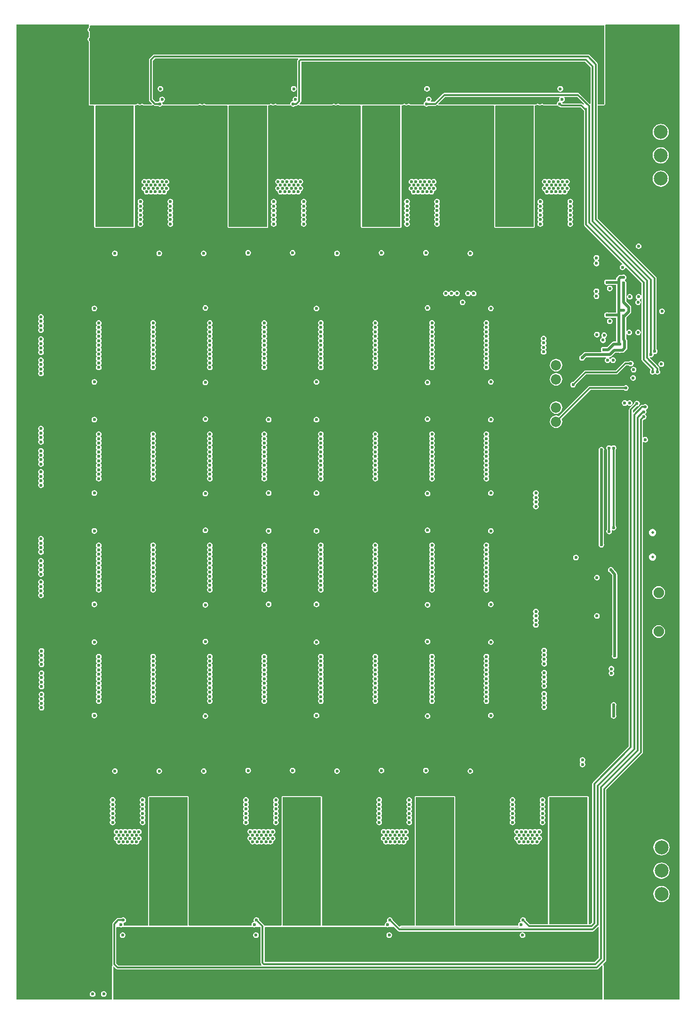
<source format=gbl>
%FSLAX44Y44*%
%MOMM*%
G71*
G01*
G75*
G04 Layer_Physical_Order=4*
G04 Layer_Color=16711680*
%ADD10C,0.5000*%
G04:AMPARAMS|DCode=11|XSize=1mm|YSize=0.95mm|CornerRadius=0.1995mm|HoleSize=0mm|Usage=FLASHONLY|Rotation=180.000|XOffset=0mm|YOffset=0mm|HoleType=Round|Shape=RoundedRectangle|*
%AMROUNDEDRECTD11*
21,1,1.0000,0.5510,0,0,180.0*
21,1,0.6010,0.9500,0,0,180.0*
1,1,0.3990,-0.3005,0.2755*
1,1,0.3990,0.3005,0.2755*
1,1,0.3990,0.3005,-0.2755*
1,1,0.3990,-0.3005,-0.2755*
%
%ADD11ROUNDEDRECTD11*%
G04:AMPARAMS|DCode=12|XSize=1mm|YSize=0.95mm|CornerRadius=0.1995mm|HoleSize=0mm|Usage=FLASHONLY|Rotation=270.000|XOffset=0mm|YOffset=0mm|HoleType=Round|Shape=RoundedRectangle|*
%AMROUNDEDRECTD12*
21,1,1.0000,0.5510,0,0,270.0*
21,1,0.6010,0.9500,0,0,270.0*
1,1,0.3990,-0.2755,-0.3005*
1,1,0.3990,-0.2755,0.3005*
1,1,0.3990,0.2755,0.3005*
1,1,0.3990,0.2755,-0.3005*
%
%ADD12ROUNDEDRECTD12*%
G04:AMPARAMS|DCode=13|XSize=2.7mm|YSize=1.15mm|CornerRadius=0.2013mm|HoleSize=0mm|Usage=FLASHONLY|Rotation=270.000|XOffset=0mm|YOffset=0mm|HoleType=Round|Shape=RoundedRectangle|*
%AMROUNDEDRECTD13*
21,1,2.7000,0.7475,0,0,270.0*
21,1,2.2975,1.1500,0,0,270.0*
1,1,0.4025,-0.3738,-1.1487*
1,1,0.4025,-0.3738,1.1487*
1,1,0.4025,0.3738,1.1487*
1,1,0.4025,0.3738,-1.1487*
%
%ADD13ROUNDEDRECTD13*%
G04:AMPARAMS|DCode=14|XSize=1.45mm|YSize=1.15mm|CornerRadius=0.2013mm|HoleSize=0mm|Usage=FLASHONLY|Rotation=90.000|XOffset=0mm|YOffset=0mm|HoleType=Round|Shape=RoundedRectangle|*
%AMROUNDEDRECTD14*
21,1,1.4500,0.7475,0,0,90.0*
21,1,1.0475,1.1500,0,0,90.0*
1,1,0.4025,0.3738,0.5238*
1,1,0.4025,0.3738,-0.5238*
1,1,0.4025,-0.3738,-0.5238*
1,1,0.4025,-0.3738,0.5238*
%
%ADD14ROUNDEDRECTD14*%
G04:AMPARAMS|DCode=15|XSize=0.62mm|YSize=0.62mm|CornerRadius=0.1488mm|HoleSize=0mm|Usage=FLASHONLY|Rotation=180.000|XOffset=0mm|YOffset=0mm|HoleType=Round|Shape=RoundedRectangle|*
%AMROUNDEDRECTD15*
21,1,0.6200,0.3224,0,0,180.0*
21,1,0.3224,0.6200,0,0,180.0*
1,1,0.2976,-0.1612,0.1612*
1,1,0.2976,0.1612,0.1612*
1,1,0.2976,0.1612,-0.1612*
1,1,0.2976,-0.1612,-0.1612*
%
%ADD15ROUNDEDRECTD15*%
G04:AMPARAMS|DCode=16|XSize=2.7mm|YSize=1.15mm|CornerRadius=0.2013mm|HoleSize=0mm|Usage=FLASHONLY|Rotation=0.000|XOffset=0mm|YOffset=0mm|HoleType=Round|Shape=RoundedRectangle|*
%AMROUNDEDRECTD16*
21,1,2.7000,0.7475,0,0,0.0*
21,1,2.2975,1.1500,0,0,0.0*
1,1,0.4025,1.1487,-0.3738*
1,1,0.4025,-1.1487,-0.3738*
1,1,0.4025,-1.1487,0.3738*
1,1,0.4025,1.1487,0.3738*
%
%ADD16ROUNDEDRECTD16*%
G04:AMPARAMS|DCode=17|XSize=1.45mm|YSize=1.15mm|CornerRadius=0.2013mm|HoleSize=0mm|Usage=FLASHONLY|Rotation=0.000|XOffset=0mm|YOffset=0mm|HoleType=Round|Shape=RoundedRectangle|*
%AMROUNDEDRECTD17*
21,1,1.4500,0.7475,0,0,0.0*
21,1,1.0475,1.1500,0,0,0.0*
1,1,0.4025,0.5238,-0.3738*
1,1,0.4025,-0.5238,-0.3738*
1,1,0.4025,-0.5238,0.3738*
1,1,0.4025,0.5238,0.3738*
%
%ADD17ROUNDEDRECTD17*%
G04:AMPARAMS|DCode=18|XSize=1.2mm|YSize=1.2mm|CornerRadius=0.198mm|HoleSize=0mm|Usage=FLASHONLY|Rotation=180.000|XOffset=0mm|YOffset=0mm|HoleType=Round|Shape=RoundedRectangle|*
%AMROUNDEDRECTD18*
21,1,1.2000,0.8040,0,0,180.0*
21,1,0.8040,1.2000,0,0,180.0*
1,1,0.3960,-0.4020,0.4020*
1,1,0.3960,0.4020,0.4020*
1,1,0.3960,0.4020,-0.4020*
1,1,0.3960,-0.4020,-0.4020*
%
%ADD18ROUNDEDRECTD18*%
G04:AMPARAMS|DCode=19|XSize=1.45mm|YSize=0.5mm|CornerRadius=0.2mm|HoleSize=0mm|Usage=FLASHONLY|Rotation=270.000|XOffset=0mm|YOffset=0mm|HoleType=Round|Shape=RoundedRectangle|*
%AMROUNDEDRECTD19*
21,1,1.4500,0.1000,0,0,270.0*
21,1,1.0500,0.5000,0,0,270.0*
1,1,0.4000,-0.0500,-0.5250*
1,1,0.4000,-0.0500,0.5250*
1,1,0.4000,0.0500,0.5250*
1,1,0.4000,0.0500,-0.5250*
%
%ADD19ROUNDEDRECTD19*%
G04:AMPARAMS|DCode=20|XSize=2.5mm|YSize=1.7mm|CornerRadius=0.204mm|HoleSize=0mm|Usage=FLASHONLY|Rotation=0.000|XOffset=0mm|YOffset=0mm|HoleType=Round|Shape=RoundedRectangle|*
%AMROUNDEDRECTD20*
21,1,2.5000,1.2920,0,0,0.0*
21,1,2.0920,1.7000,0,0,0.0*
1,1,0.4080,1.0460,-0.6460*
1,1,0.4080,-1.0460,-0.6460*
1,1,0.4080,-1.0460,0.6460*
1,1,0.4080,1.0460,0.6460*
%
%ADD20ROUNDEDRECTD20*%
G04:AMPARAMS|DCode=21|XSize=0.65mm|YSize=0.5mm|CornerRadius=0.2mm|HoleSize=0mm|Usage=FLASHONLY|Rotation=180.000|XOffset=0mm|YOffset=0mm|HoleType=Round|Shape=RoundedRectangle|*
%AMROUNDEDRECTD21*
21,1,0.6500,0.1000,0,0,180.0*
21,1,0.2500,0.5000,0,0,180.0*
1,1,0.4000,-0.1250,0.0500*
1,1,0.4000,0.1250,0.0500*
1,1,0.4000,0.1250,-0.0500*
1,1,0.4000,-0.1250,-0.0500*
%
%ADD21ROUNDEDRECTD21*%
G04:AMPARAMS|DCode=22|XSize=3.3mm|YSize=2.5mm|CornerRadius=0.2mm|HoleSize=0mm|Usage=FLASHONLY|Rotation=270.000|XOffset=0mm|YOffset=0mm|HoleType=Round|Shape=RoundedRectangle|*
%AMROUNDEDRECTD22*
21,1,3.3000,2.1000,0,0,270.0*
21,1,2.9000,2.5000,0,0,270.0*
1,1,0.4000,-1.0500,-1.4500*
1,1,0.4000,-1.0500,1.4500*
1,1,0.4000,1.0500,1.4500*
1,1,0.4000,1.0500,-1.4500*
%
%ADD22ROUNDEDRECTD22*%
%ADD23C,1.0000*%
G04:AMPARAMS|DCode=24|XSize=2.5mm|YSize=2mm|CornerRadius=0.2mm|HoleSize=0mm|Usage=FLASHONLY|Rotation=180.000|XOffset=0mm|YOffset=0mm|HoleType=Round|Shape=RoundedRectangle|*
%AMROUNDEDRECTD24*
21,1,2.5000,1.6000,0,0,180.0*
21,1,2.1000,2.0000,0,0,180.0*
1,1,0.4000,-1.0500,0.8000*
1,1,0.4000,1.0500,0.8000*
1,1,0.4000,1.0500,-0.8000*
1,1,0.4000,-1.0500,-0.8000*
%
%ADD24ROUNDEDRECTD24*%
G04:AMPARAMS|DCode=25|XSize=2.3mm|YSize=0.5mm|CornerRadius=0.2mm|HoleSize=0mm|Usage=FLASHONLY|Rotation=180.000|XOffset=0mm|YOffset=0mm|HoleType=Round|Shape=RoundedRectangle|*
%AMROUNDEDRECTD25*
21,1,2.3000,0.1000,0,0,180.0*
21,1,1.9000,0.5000,0,0,180.0*
1,1,0.4000,-0.9500,0.0500*
1,1,0.4000,0.9500,0.0500*
1,1,0.4000,0.9500,-0.0500*
1,1,0.4000,-0.9500,-0.0500*
%
%ADD25ROUNDEDRECTD25*%
G04:AMPARAMS|DCode=26|XSize=5.1mm|YSize=4.35mm|CornerRadius=0.1958mm|HoleSize=0mm|Usage=FLASHONLY|Rotation=270.000|XOffset=0mm|YOffset=0mm|HoleType=Round|Shape=RoundedRectangle|*
%AMROUNDEDRECTD26*
21,1,5.1000,3.9585,0,0,270.0*
21,1,4.7085,4.3500,0,0,270.0*
1,1,0.3915,-1.9792,-2.3542*
1,1,0.3915,-1.9792,2.3542*
1,1,0.3915,1.9792,2.3542*
1,1,0.3915,1.9792,-2.3542*
%
%ADD26ROUNDEDRECTD26*%
%ADD27O,0.6000X1.4000*%
%ADD28O,1.4000X0.6000*%
G04:AMPARAMS|DCode=29|XSize=1.05mm|YSize=0.65mm|CornerRadius=0.2015mm|HoleSize=0mm|Usage=FLASHONLY|Rotation=270.000|XOffset=0mm|YOffset=0mm|HoleType=Round|Shape=RoundedRectangle|*
%AMROUNDEDRECTD29*
21,1,1.0500,0.2470,0,0,270.0*
21,1,0.6470,0.6500,0,0,270.0*
1,1,0.4030,-0.1235,-0.3235*
1,1,0.4030,-0.1235,0.3235*
1,1,0.4030,0.1235,0.3235*
1,1,0.4030,0.1235,-0.3235*
%
%ADD29ROUNDEDRECTD29*%
G04:AMPARAMS|DCode=30|XSize=1mm|YSize=0.9mm|CornerRadius=0.198mm|HoleSize=0mm|Usage=FLASHONLY|Rotation=270.000|XOffset=0mm|YOffset=0mm|HoleType=Round|Shape=RoundedRectangle|*
%AMROUNDEDRECTD30*
21,1,1.0000,0.5040,0,0,270.0*
21,1,0.6040,0.9000,0,0,270.0*
1,1,0.3960,-0.2520,-0.3020*
1,1,0.3960,-0.2520,0.3020*
1,1,0.3960,0.2520,0.3020*
1,1,0.3960,0.2520,-0.3020*
%
%ADD30ROUNDEDRECTD30*%
G04:AMPARAMS|DCode=31|XSize=1mm|YSize=0.9mm|CornerRadius=0.198mm|HoleSize=0mm|Usage=FLASHONLY|Rotation=180.000|XOffset=0mm|YOffset=0mm|HoleType=Round|Shape=RoundedRectangle|*
%AMROUNDEDRECTD31*
21,1,1.0000,0.5040,0,0,180.0*
21,1,0.6040,0.9000,0,0,180.0*
1,1,0.3960,-0.3020,0.2520*
1,1,0.3960,0.3020,0.2520*
1,1,0.3960,0.3020,-0.2520*
1,1,0.3960,-0.3020,-0.2520*
%
%ADD31ROUNDEDRECTD31*%
G04:AMPARAMS|DCode=32|XSize=1.75mm|YSize=1.05mm|CornerRadius=0.1995mm|HoleSize=0mm|Usage=FLASHONLY|Rotation=270.000|XOffset=0mm|YOffset=0mm|HoleType=Round|Shape=RoundedRectangle|*
%AMROUNDEDRECTD32*
21,1,1.7500,0.6510,0,0,270.0*
21,1,1.3510,1.0500,0,0,270.0*
1,1,0.3990,-0.3255,-0.6755*
1,1,0.3990,-0.3255,0.6755*
1,1,0.3990,0.3255,0.6755*
1,1,0.3990,0.3255,-0.6755*
%
%ADD32ROUNDEDRECTD32*%
G04:AMPARAMS|DCode=33|XSize=1.75mm|YSize=1.05mm|CornerRadius=0.1995mm|HoleSize=0mm|Usage=FLASHONLY|Rotation=180.000|XOffset=0mm|YOffset=0mm|HoleType=Round|Shape=RoundedRectangle|*
%AMROUNDEDRECTD33*
21,1,1.7500,0.6510,0,0,180.0*
21,1,1.3510,1.0500,0,0,180.0*
1,1,0.3990,-0.6755,0.3255*
1,1,0.3990,0.6755,0.3255*
1,1,0.3990,0.6755,-0.3255*
1,1,0.3990,-0.6755,-0.3255*
%
%ADD33ROUNDEDRECTD33*%
G04:AMPARAMS|DCode=34|XSize=1.1mm|YSize=0.55mm|CornerRadius=0.2008mm|HoleSize=0mm|Usage=FLASHONLY|Rotation=180.000|XOffset=0mm|YOffset=0mm|HoleType=Round|Shape=RoundedRectangle|*
%AMROUNDEDRECTD34*
21,1,1.1000,0.1485,0,0,180.0*
21,1,0.6985,0.5500,0,0,180.0*
1,1,0.4015,-0.3493,0.0743*
1,1,0.4015,0.3493,0.0743*
1,1,0.4015,0.3493,-0.0743*
1,1,0.4015,-0.3493,-0.0743*
%
%ADD34ROUNDEDRECTD34*%
%ADD35O,0.6000X1.5500*%
G04:AMPARAMS|DCode=36|XSize=9.1mm|YSize=8.65mm|CornerRadius=0.2163mm|HoleSize=0mm|Usage=FLASHONLY|Rotation=0.000|XOffset=0mm|YOffset=0mm|HoleType=Round|Shape=RoundedRectangle|*
%AMROUNDEDRECTD36*
21,1,9.1000,8.2175,0,0,0.0*
21,1,8.6675,8.6500,0,0,0.0*
1,1,0.4325,4.3338,-4.1087*
1,1,0.4325,-4.3338,-4.1087*
1,1,0.4325,-4.3338,4.1087*
1,1,0.4325,4.3338,4.1087*
%
%ADD36ROUNDEDRECTD36*%
G04:AMPARAMS|DCode=37|XSize=3.75mm|YSize=1.05mm|CornerRadius=0.1995mm|HoleSize=0mm|Usage=FLASHONLY|Rotation=270.000|XOffset=0mm|YOffset=0mm|HoleType=Round|Shape=RoundedRectangle|*
%AMROUNDEDRECTD37*
21,1,3.7500,0.6510,0,0,270.0*
21,1,3.3510,1.0500,0,0,270.0*
1,1,0.3990,-0.3255,-1.6755*
1,1,0.3990,-0.3255,1.6755*
1,1,0.3990,0.3255,1.6755*
1,1,0.3990,0.3255,-1.6755*
%
%ADD37ROUNDEDRECTD37*%
G04:AMPARAMS|DCode=38|XSize=6.45mm|YSize=6mm|CornerRadius=0.21mm|HoleSize=0mm|Usage=FLASHONLY|Rotation=270.000|XOffset=0mm|YOffset=0mm|HoleType=Round|Shape=RoundedRectangle|*
%AMROUNDEDRECTD38*
21,1,6.4500,5.5800,0,0,270.0*
21,1,6.0300,6.0000,0,0,270.0*
1,1,0.4200,-2.7900,-3.0150*
1,1,0.4200,-2.7900,3.0150*
1,1,0.4200,2.7900,3.0150*
1,1,0.4200,2.7900,-3.0150*
%
%ADD38ROUNDEDRECTD38*%
G04:AMPARAMS|DCode=39|XSize=2.85mm|YSize=1mm|CornerRadius=0.2mm|HoleSize=0mm|Usage=FLASHONLY|Rotation=270.000|XOffset=0mm|YOffset=0mm|HoleType=Round|Shape=RoundedRectangle|*
%AMROUNDEDRECTD39*
21,1,2.8500,0.6000,0,0,270.0*
21,1,2.4500,1.0000,0,0,270.0*
1,1,0.4000,-0.3000,-1.2250*
1,1,0.4000,-0.3000,1.2250*
1,1,0.4000,0.3000,1.2250*
1,1,0.4000,0.3000,-1.2250*
%
%ADD39ROUNDEDRECTD39*%
%ADD40O,1.5500X0.6000*%
%ADD41O,0.3000X1.5000*%
%ADD42O,1.5000X0.3000*%
%ADD43O,0.8500X0.2500*%
%ADD44C,0.2000*%
%ADD45R,0.2000X0.5500*%
G04:AMPARAMS|DCode=46|XSize=4.9mm|YSize=1.6mm|CornerRadius=0.2mm|HoleSize=0mm|Usage=FLASHONLY|Rotation=0.000|XOffset=0mm|YOffset=0mm|HoleType=Round|Shape=RoundedRectangle|*
%AMROUNDEDRECTD46*
21,1,4.9000,1.2000,0,0,0.0*
21,1,4.5000,1.6000,0,0,0.0*
1,1,0.4000,2.2500,-0.6000*
1,1,0.4000,-2.2500,-0.6000*
1,1,0.4000,-2.2500,0.6000*
1,1,0.4000,2.2500,0.6000*
%
%ADD46ROUNDEDRECTD46*%
G04:AMPARAMS|DCode=47|XSize=1.75mm|YSize=1.4mm|CornerRadius=0.203mm|HoleSize=0mm|Usage=FLASHONLY|Rotation=90.000|XOffset=0mm|YOffset=0mm|HoleType=Round|Shape=RoundedRectangle|*
%AMROUNDEDRECTD47*
21,1,1.7500,0.9940,0,0,90.0*
21,1,1.3440,1.4000,0,0,90.0*
1,1,0.4060,0.4970,0.6720*
1,1,0.4060,0.4970,-0.6720*
1,1,0.4060,-0.4970,-0.6720*
1,1,0.4060,-0.4970,0.6720*
%
%ADD47ROUNDEDRECTD47*%
G04:AMPARAMS|DCode=48|XSize=1.4mm|YSize=1.2mm|CornerRadius=0.198mm|HoleSize=0mm|Usage=FLASHONLY|Rotation=90.000|XOffset=0mm|YOffset=0mm|HoleType=Round|Shape=RoundedRectangle|*
%AMROUNDEDRECTD48*
21,1,1.4000,0.8040,0,0,90.0*
21,1,1.0040,1.2000,0,0,90.0*
1,1,0.3960,0.4020,0.5020*
1,1,0.3960,0.4020,-0.5020*
1,1,0.3960,-0.4020,-0.5020*
1,1,0.3960,-0.4020,0.5020*
%
%ADD48ROUNDEDRECTD48*%
G04:AMPARAMS|DCode=49|XSize=1.15mm|YSize=1.05mm|CornerRadius=0.1995mm|HoleSize=0mm|Usage=FLASHONLY|Rotation=90.000|XOffset=0mm|YOffset=0mm|HoleType=Round|Shape=RoundedRectangle|*
%AMROUNDEDRECTD49*
21,1,1.1500,0.6510,0,0,90.0*
21,1,0.7510,1.0500,0,0,90.0*
1,1,0.3990,0.3255,0.3755*
1,1,0.3990,0.3255,-0.3755*
1,1,0.3990,-0.3255,-0.3755*
1,1,0.3990,-0.3255,0.3755*
%
%ADD49ROUNDEDRECTD49*%
%ADD50O,0.3000X0.8000*%
%ADD51O,0.8000X0.3000*%
%ADD52R,0.3500X0.3500*%
%ADD53C,0.2500*%
%ADD54C,0.5000*%
%ADD55C,0.4000*%
%ADD56C,0.3000*%
%ADD57C,1.0000*%
%ADD58C,2.0000*%
%ADD59C,0.2000*%
%ADD60C,2.5000*%
%ADD61C,1.8500*%
%ADD62C,1.9000*%
%ADD63C,7.0000*%
%ADD64C,0.6000*%
%ADD65C,5.0000*%
G36*
X934000Y1610961D02*
Y1393000D01*
X865000D01*
Y1610063D01*
X865898Y1610961D01*
X934000Y1610961D01*
D02*
G37*
G36*
X694000Y1610961D02*
Y1393000D01*
X625000D01*
Y1610063D01*
X625898Y1610961D01*
X694000Y1610961D01*
D02*
G37*
G36*
X791000Y136937D02*
X790102Y136039D01*
X722000Y136039D01*
Y367000D01*
X791000D01*
Y136937D01*
D02*
G37*
G36*
X667987Y134000D02*
X669049Y133290D01*
X671000Y132902D01*
X672951Y133290D01*
X674013Y134000D01*
X681953D01*
X689477Y126477D01*
X690634Y125703D01*
X692000Y125431D01*
X1040000D01*
X1041366Y125703D01*
X1042523Y126477D01*
X1050046Y134000D01*
X1051431D01*
Y78478D01*
X1043522Y70569D01*
X449569D01*
Y133102D01*
X450467Y134000D01*
X667987Y134000D01*
D02*
G37*
G36*
X906950Y134000D02*
X907070Y133839D01*
X906430Y132569D01*
X694488D01*
X694380Y132730D01*
X695059Y134000D01*
X906950Y134000D01*
D02*
G37*
G36*
X311000Y136937D02*
X310102Y136039D01*
X242000Y136039D01*
Y367000D01*
X311000D01*
Y136937D01*
D02*
G37*
G36*
X1031000Y139069D02*
X962000D01*
Y367000D01*
X1031000D01*
Y139069D01*
D02*
G37*
G36*
X551000Y136937D02*
X550102Y136039D01*
X482000Y136039D01*
Y367000D01*
X551000D01*
Y136937D01*
D02*
G37*
G36*
X454000Y1610961D02*
Y1393000D01*
X385000D01*
Y1610063D01*
X385898Y1610961D01*
X454000Y1610961D01*
D02*
G37*
G36*
X214000Y1610961D02*
Y1393000D01*
X145000D01*
Y1610063D01*
X145898Y1610961D01*
X214000Y1610961D01*
D02*
G37*
G36*
X1036431Y1679522D02*
Y1614411D01*
X1035161Y1613885D01*
X1016523Y1632523D01*
X1015366Y1633297D01*
X1014000Y1633569D01*
X773000D01*
X771634Y1633297D01*
X770477Y1632523D01*
X755522Y1617569D01*
X749480D01*
X748901Y1618839D01*
X749710Y1620049D01*
X750098Y1622000D01*
X749710Y1623951D01*
X748605Y1625605D01*
X746951Y1626710D01*
X745000Y1627098D01*
X743049Y1626710D01*
X741395Y1625605D01*
X740290Y1623951D01*
X739902Y1622000D01*
X740290Y1620049D01*
X740299Y1620035D01*
X739813Y1618862D01*
X739049Y1618710D01*
X737395Y1617605D01*
X736290Y1615951D01*
X735902Y1614000D01*
X735906Y1613982D01*
X735100Y1613000D01*
X712013Y1613000D01*
X710951Y1613710D01*
X709000Y1614098D01*
X707049Y1613710D01*
X705986Y1613000D01*
X704014D01*
X702951Y1613710D01*
X701000Y1614098D01*
X699049Y1613710D01*
X697987Y1613000D01*
X585013Y1613000D01*
X583951Y1613710D01*
X582000Y1614098D01*
X580049Y1613710D01*
X578987Y1613000D01*
X577013D01*
X575951Y1613710D01*
X574000Y1614098D01*
X572049Y1613710D01*
X570987Y1613000D01*
X512706Y1613000D01*
X512220Y1614173D01*
X514523Y1616477D01*
X515297Y1617634D01*
X515569Y1619000D01*
Y1689431D01*
X1026522D01*
X1036431Y1679522D01*
D02*
G37*
G36*
X981099Y1625161D02*
X980290Y1623951D01*
X979902Y1622000D01*
X980290Y1620049D01*
X980299Y1620035D01*
X979813Y1618862D01*
X979049Y1618710D01*
X977395Y1617605D01*
X976290Y1615951D01*
X975902Y1614000D01*
X975906Y1613981D01*
X975100Y1613000D01*
X952014Y1613000D01*
X950951Y1613710D01*
X949000Y1614098D01*
X947049Y1613710D01*
X945986Y1613000D01*
X944014D01*
X942951Y1613710D01*
X941000Y1614098D01*
X939049Y1613710D01*
X937986Y1613000D01*
X822494Y1613000D01*
X822000Y1613098D01*
X821507Y1613000D01*
X814493Y1613000D01*
X814000Y1613098D01*
X813506Y1613000D01*
X762706Y1613000D01*
X762220Y1614173D01*
X774478Y1626431D01*
X980520D01*
X981099Y1625161D01*
D02*
G37*
G36*
X1024780Y1614173D02*
X1024294Y1613000D01*
X1023047D01*
X1022523Y1613523D01*
X1021366Y1614297D01*
X1020000Y1614569D01*
X985985D01*
X985710Y1615951D01*
X985701Y1615965D01*
X986187Y1617138D01*
X986951Y1617290D01*
X988605Y1618395D01*
X989710Y1620049D01*
X990098Y1622000D01*
X989710Y1623951D01*
X988901Y1625161D01*
X989480Y1626431D01*
X1012522D01*
X1024780Y1614173D01*
D02*
G37*
G36*
X1058000Y64294D02*
Y3059D01*
X177000D01*
X177000Y62294D01*
X178174Y62780D01*
X182477Y58477D01*
X183634Y57703D01*
X185000Y57431D01*
X1048000D01*
X1049366Y57703D01*
X1050523Y58477D01*
X1056827Y64780D01*
X1058000Y64294D01*
D02*
G37*
G36*
X187986Y134000D02*
X189049Y133290D01*
X191000Y132902D01*
X192951Y133290D01*
X194014Y134000D01*
X427986Y134000D01*
X429049Y133290D01*
X431000Y132902D01*
X432951Y133290D01*
X434013Y134000D01*
X441953D01*
X442431Y133522D01*
Y69000D01*
X442703Y67634D01*
X443477Y66477D01*
X444211Y65742D01*
X443725Y64569D01*
X186478D01*
X182569Y68478D01*
Y133102D01*
X183467Y134000D01*
X187986D01*
D02*
G37*
G36*
X510211Y1694258D02*
X509477Y1693523D01*
X508703Y1692366D01*
X508431Y1691000D01*
Y1627068D01*
X507311Y1626469D01*
X506951Y1626710D01*
X505000Y1627098D01*
X503049Y1626710D01*
X501395Y1625605D01*
X500290Y1623951D01*
X499902Y1622000D01*
X500290Y1620049D01*
X500299Y1620035D01*
X499813Y1618862D01*
X499049Y1618710D01*
X497395Y1617605D01*
X496290Y1615951D01*
X495902Y1614000D01*
X495906Y1613982D01*
X495100Y1613000D01*
X472013D01*
X470951Y1613710D01*
X469000Y1614098D01*
X467049Y1613710D01*
X465987Y1613000D01*
X464013D01*
X462951Y1613710D01*
X461000Y1614098D01*
X459049Y1613710D01*
X457987Y1613000D01*
X344013Y1613000D01*
X342951Y1613710D01*
X341000Y1614098D01*
X339049Y1613710D01*
X337987Y1613000D01*
X336013D01*
X334951Y1613710D01*
X333000Y1614098D01*
X331049Y1613710D01*
X329987Y1613000D01*
X266900Y1613000D01*
X266094Y1613982D01*
X266098Y1614000D01*
X265710Y1615951D01*
X265701Y1615965D01*
X266187Y1617138D01*
X266951Y1617290D01*
X268605Y1618395D01*
X269710Y1620049D01*
X270098Y1622000D01*
X269710Y1623951D01*
X268605Y1625605D01*
X266951Y1626710D01*
X265000Y1627098D01*
X263049Y1626710D01*
X261395Y1625605D01*
X260290Y1623951D01*
X259902Y1622000D01*
X260290Y1620049D01*
X260299Y1620035D01*
X259813Y1618862D01*
X259049Y1618710D01*
X257395Y1617605D01*
X257371Y1617569D01*
X253478D01*
X248569Y1622478D01*
Y1691522D01*
X252478Y1695431D01*
X509725D01*
X510211Y1694258D01*
D02*
G37*
G36*
X1196941Y3059D02*
X1060039D01*
Y64294D01*
X1059884Y65074D01*
X1059442Y65736D01*
X1059315Y67268D01*
X1063523Y71477D01*
X1064297Y72634D01*
X1064569Y74000D01*
Y380522D01*
X1129523Y445477D01*
X1130297Y446634D01*
X1130569Y448000D01*
Y1005520D01*
X1131839Y1006099D01*
X1133049Y1005290D01*
X1135000Y1004902D01*
X1136951Y1005290D01*
X1138605Y1006395D01*
X1139710Y1008049D01*
X1140098Y1010000D01*
X1139710Y1011951D01*
X1138605Y1013605D01*
X1136951Y1014710D01*
X1135000Y1015098D01*
X1133049Y1014710D01*
X1131839Y1013901D01*
X1130569Y1014480D01*
Y1044522D01*
X1131957Y1045911D01*
X1132000Y1045902D01*
X1133951Y1046290D01*
X1135605Y1047395D01*
X1136710Y1049049D01*
X1137098Y1051000D01*
X1136710Y1052951D01*
X1135605Y1054605D01*
X1135215Y1054865D01*
Y1056135D01*
X1135605Y1056395D01*
X1136710Y1058049D01*
X1137098Y1060000D01*
X1136710Y1061951D01*
X1136122Y1062830D01*
X1136707Y1064241D01*
X1136951Y1064290D01*
X1138605Y1065395D01*
X1139710Y1067049D01*
X1140098Y1069000D01*
X1139710Y1070951D01*
X1138605Y1072605D01*
X1136951Y1073710D01*
X1135000Y1074098D01*
X1133049Y1073710D01*
X1131395Y1072605D01*
X1131371Y1072569D01*
X1129000D01*
X1127634Y1072297D01*
X1126477Y1071523D01*
X1113742Y1058789D01*
X1112569Y1059275D01*
Y1062522D01*
X1119957Y1069911D01*
X1120000Y1069902D01*
X1121951Y1070290D01*
X1123605Y1071395D01*
X1124710Y1073049D01*
X1125098Y1075000D01*
X1124710Y1076951D01*
X1123605Y1078605D01*
X1121951Y1079710D01*
X1120000Y1080098D01*
X1118049Y1079710D01*
X1116395Y1078605D01*
X1115290Y1076951D01*
X1114902Y1075000D01*
X1114911Y1074957D01*
X1111697Y1071743D01*
X1110875Y1072418D01*
X1110776Y1072499D01*
X1110726Y1072540D01*
X1110715Y1072549D01*
X1111148Y1073208D01*
X1111166Y1073236D01*
D01*
X1111710Y1074049D01*
X1112098Y1076000D01*
X1111710Y1077951D01*
X1110605Y1079605D01*
X1108951Y1080710D01*
X1107000Y1081098D01*
X1105049Y1080710D01*
X1103395Y1079605D01*
X1103135Y1079215D01*
X1101865D01*
X1101605Y1079605D01*
X1099951Y1080710D01*
X1098000Y1081098D01*
X1096049Y1080710D01*
X1094395Y1079605D01*
X1093290Y1077951D01*
X1092902Y1076000D01*
X1093290Y1074049D01*
X1094395Y1072395D01*
X1096049Y1071290D01*
X1098000Y1070902D01*
X1099951Y1071290D01*
X1101605Y1072395D01*
X1101865Y1072785D01*
X1103135D01*
X1103395Y1072395D01*
X1105049Y1071290D01*
X1107000Y1070902D01*
X1108951Y1071290D01*
X1109764Y1071834D01*
X1109764D01*
X1109792Y1071852D01*
X1110451Y1072285D01*
X1110460Y1072274D01*
X1110501Y1072224D01*
X1110582Y1072125D01*
X1111256Y1071303D01*
X1106477Y1066523D01*
X1105703Y1065366D01*
X1105431Y1064000D01*
Y458478D01*
X1040477Y393523D01*
X1039703Y392366D01*
X1039431Y391000D01*
Y141728D01*
X1036772Y139069D01*
X1033039D01*
Y367000D01*
X1032884Y367780D01*
X1032442Y368442D01*
X1031780Y368884D01*
X1031000Y369039D01*
X962000D01*
X961220Y368884D01*
X960558Y368442D01*
X960116Y367780D01*
X959961Y367000D01*
Y139069D01*
X926978D01*
X920089Y145957D01*
X920098Y146000D01*
X919710Y147951D01*
X918605Y149605D01*
X916951Y150710D01*
X915000Y151098D01*
X913049Y150710D01*
X911395Y149605D01*
X910290Y147951D01*
X909902Y146000D01*
X910290Y144049D01*
X910299Y144035D01*
X909813Y142862D01*
X909049Y142710D01*
X907395Y141605D01*
X906290Y139951D01*
X905902Y138000D01*
X906040Y137309D01*
X904997Y136039D01*
X794155Y136039D01*
X793039Y136937D01*
Y367000D01*
X792884Y367780D01*
X792442Y368442D01*
X791780Y368884D01*
X791000Y369039D01*
X722000D01*
X721220Y368884D01*
X720558Y368442D01*
X720116Y367780D01*
X719961Y367000D01*
Y136937D01*
X719063Y136039D01*
X695059Y136039D01*
X694765Y135981D01*
X694467Y135951D01*
X694378Y135904D01*
X694278Y135884D01*
X694029Y135717D01*
X693765Y135576D01*
X693701Y135498D01*
X693617Y135442D01*
X693450Y135193D01*
X693260Y134961D01*
X693129Y134714D01*
X691564Y134482D01*
X680089Y145957D01*
X680098Y146000D01*
X679710Y147951D01*
X678605Y149605D01*
X676951Y150710D01*
X675000Y151098D01*
X673049Y150710D01*
X671395Y149605D01*
X670290Y147951D01*
X669902Y146000D01*
X670290Y144049D01*
X670299Y144035D01*
X669813Y142862D01*
X669049Y142710D01*
X667395Y141605D01*
X666290Y139951D01*
X665902Y138000D01*
X666040Y137309D01*
X664997Y136039D01*
X554155Y136039D01*
X553039Y136937D01*
Y367000D01*
X552884Y367780D01*
X552442Y368442D01*
X551780Y368884D01*
X551000Y369039D01*
X482000D01*
X481220Y368884D01*
X480558Y368442D01*
X480116Y367780D01*
X479961Y367000D01*
Y137309D01*
X478691Y136039D01*
X450467Y136039D01*
X450467Y136039D01*
X449297Y136366D01*
X448523Y137523D01*
X440089Y145957D01*
X440098Y146000D01*
X439710Y147951D01*
X438605Y149605D01*
X436951Y150710D01*
X435000Y151098D01*
X433049Y150710D01*
X431395Y149605D01*
X430290Y147951D01*
X429902Y146000D01*
X430290Y144049D01*
X430299Y144035D01*
X429813Y142862D01*
X429049Y142710D01*
X427395Y141605D01*
X426290Y139951D01*
X425902Y138000D01*
X426039Y137309D01*
X424997Y136039D01*
X314156Y136039D01*
X313039Y136937D01*
Y367000D01*
X312884Y367780D01*
X312442Y368442D01*
X311780Y368884D01*
X311000Y369039D01*
X242000D01*
X241220Y368884D01*
X240558Y368442D01*
X240116Y367780D01*
X239961Y367000D01*
Y136938D01*
X239063Y136039D01*
X197003Y136039D01*
X195961Y137310D01*
X196098Y138000D01*
X195710Y139951D01*
X195701Y139965D01*
X196187Y141138D01*
X196951Y141290D01*
X198605Y142395D01*
X199710Y144049D01*
X200098Y146000D01*
X199710Y147951D01*
X198605Y149605D01*
X196951Y150710D01*
X195000Y151098D01*
X193049Y150710D01*
X191395Y149605D01*
X191371Y149569D01*
X186000D01*
X184634Y149297D01*
X183477Y148523D01*
X176477Y141523D01*
X175703Y140366D01*
X175431Y139000D01*
Y67000D01*
X175703Y65634D01*
X175858Y65403D01*
X175903Y65251D01*
X175558Y63736D01*
Y63736D01*
X175116Y63074D01*
X174992Y62449D01*
X174961Y62294D01*
Y62294D01*
X174961Y13297D01*
X174902Y13000D01*
X174961Y12703D01*
X174961Y3957D01*
X174063Y3059D01*
X3059D01*
Y1756941D01*
X133159D01*
X133685Y1755671D01*
X133558Y1755544D01*
X133116Y1754883D01*
X132961Y1754102D01*
Y1750983D01*
X132395Y1750605D01*
X131290Y1748951D01*
X130902Y1747000D01*
X131290Y1745049D01*
X132395Y1743395D01*
X132961Y1743017D01*
Y1733983D01*
X132395Y1733605D01*
X131290Y1731951D01*
X130902Y1730000D01*
X131290Y1728049D01*
X132395Y1726395D01*
X132961Y1726017D01*
X132961Y1613000D01*
X133116Y1612220D01*
X133558Y1611559D01*
X134220Y1611116D01*
X135000Y1610961D01*
X141845D01*
X142961Y1610063D01*
Y1393000D01*
X143116Y1392220D01*
X143558Y1391558D01*
X144220Y1391116D01*
X145000Y1390961D01*
X214000D01*
X214780Y1391116D01*
X215442Y1391558D01*
X215884Y1392220D01*
X216039Y1393000D01*
Y1610961D01*
X217309Y1610961D01*
X217987D01*
X218184Y1611000D01*
X218385D01*
X218570Y1611077D01*
X218768Y1611116D01*
X218934Y1611228D01*
X219120Y1611305D01*
X219845Y1611789D01*
X221000Y1612019D01*
X222155Y1611789D01*
X222880Y1611305D01*
X223065Y1611228D01*
X223232Y1611116D01*
X223429Y1611077D01*
X223615Y1611000D01*
X223816D01*
X224013Y1610961D01*
X225987D01*
X226184Y1611000D01*
X226385D01*
X226570Y1611077D01*
X226768Y1611116D01*
X226935Y1611228D01*
X227120Y1611305D01*
X227845Y1611789D01*
X229000Y1612019D01*
X230155Y1611789D01*
X230880Y1611305D01*
X231066Y1611228D01*
X231232Y1611116D01*
X231429Y1611077D01*
X231615Y1611000D01*
X231816D01*
X232013Y1610961D01*
X246294Y1610961D01*
X246294D01*
X247074Y1611116D01*
X247339Y1611293D01*
X247736Y1611558D01*
X249268Y1611686D01*
X249477Y1611477D01*
X250634Y1610703D01*
X252000Y1610431D01*
X257371D01*
X257395Y1610395D01*
X259049Y1609290D01*
X261000Y1608902D01*
X262951Y1609290D01*
X264605Y1610395D01*
X264774Y1610649D01*
X265939Y1611202D01*
X266036Y1611172D01*
X266120Y1611116D01*
X266413Y1611058D01*
X266700Y1610971D01*
X266801Y1610981D01*
X266900Y1610961D01*
X329987Y1610961D01*
X330184Y1611000D01*
X330385D01*
X330570Y1611077D01*
X330767Y1611116D01*
X330934Y1611228D01*
X331120Y1611305D01*
X331845Y1611789D01*
X333000Y1612019D01*
X334155Y1611789D01*
X334880Y1611305D01*
X335066Y1611228D01*
X335233Y1611116D01*
X335430Y1611077D01*
X335615Y1611000D01*
X335816D01*
X336013Y1610961D01*
X337987D01*
X338184Y1611000D01*
X338385D01*
X338570Y1611077D01*
X338767Y1611116D01*
X338934Y1611228D01*
X339120Y1611305D01*
X339845Y1611789D01*
X341000Y1612019D01*
X342155Y1611789D01*
X342880Y1611305D01*
X343066Y1611228D01*
X343233Y1611116D01*
X343430Y1611077D01*
X343615Y1611000D01*
X343816D01*
X344013Y1610961D01*
X381844Y1610961D01*
X382961Y1610063D01*
Y1393000D01*
X383116Y1392220D01*
X383558Y1391558D01*
X384220Y1391116D01*
X385000Y1390961D01*
X454000D01*
X454780Y1391116D01*
X455442Y1391558D01*
X455884Y1392220D01*
X456039Y1393000D01*
Y1610961D01*
X457309Y1610961D01*
X457987D01*
X458184Y1611000D01*
X458385D01*
X458570Y1611077D01*
X458767Y1611116D01*
X458934Y1611228D01*
X459120Y1611305D01*
X459845Y1611789D01*
X461000Y1612019D01*
X462155Y1611789D01*
X462880Y1611305D01*
X463066Y1611228D01*
X463233Y1611116D01*
X463430Y1611077D01*
X463615Y1611000D01*
X463816D01*
X464013Y1610961D01*
X465987D01*
X466184Y1611000D01*
X466385D01*
X466570Y1611077D01*
X466767Y1611116D01*
X466934Y1611228D01*
X467120Y1611305D01*
X467845Y1611789D01*
X469000Y1612019D01*
X470155Y1611789D01*
X470880Y1611305D01*
X471066Y1611228D01*
X471233Y1611116D01*
X471430Y1611077D01*
X471615Y1611000D01*
X471816D01*
X472013Y1610961D01*
X495100D01*
X495199Y1610981D01*
X495300Y1610971D01*
X495587Y1611058D01*
X495880Y1611116D01*
X495964Y1611172D01*
X496061Y1611202D01*
X497226Y1610648D01*
X497395Y1610395D01*
X499049Y1609290D01*
X501000Y1608902D01*
X502951Y1609290D01*
X504605Y1610395D01*
X504629Y1610431D01*
X507000D01*
X508366Y1610703D01*
X509523Y1611477D01*
X509732Y1611685D01*
X511264Y1611558D01*
X511264Y1611558D01*
X511926Y1611116D01*
X512551Y1610992D01*
X512706Y1610961D01*
X570987Y1610961D01*
X571184Y1611000D01*
X571385D01*
X571570Y1611077D01*
X571767Y1611116D01*
X571934Y1611228D01*
X572120Y1611304D01*
X572845Y1611789D01*
X574000Y1612019D01*
X575155Y1611789D01*
X575880Y1611304D01*
X576066Y1611228D01*
X576233Y1611116D01*
X576430Y1611077D01*
X576615Y1611000D01*
X576816D01*
X577013Y1610961D01*
X578987D01*
X579184Y1611000D01*
X579384D01*
X579570Y1611077D01*
X579767Y1611116D01*
X579934Y1611228D01*
X580120Y1611304D01*
X580845Y1611789D01*
X582000Y1612019D01*
X583155Y1611789D01*
X583880Y1611304D01*
X584066Y1611228D01*
X584233Y1611116D01*
X584430Y1611077D01*
X584616Y1611000D01*
X584816D01*
X585013Y1610961D01*
X621845Y1610961D01*
X622961Y1610063D01*
Y1393000D01*
X623116Y1392220D01*
X623558Y1391558D01*
X624220Y1391116D01*
X625000Y1390961D01*
X694000D01*
X694780Y1391116D01*
X695442Y1391558D01*
X695884Y1392220D01*
X696039Y1393000D01*
Y1610961D01*
X697309Y1610961D01*
X697987D01*
X698183Y1611000D01*
X698384D01*
X698570Y1611077D01*
X698767Y1611116D01*
X698934Y1611228D01*
X699119Y1611304D01*
X699845Y1611789D01*
X701000Y1612019D01*
X702155Y1611789D01*
X702881Y1611304D01*
X703066Y1611228D01*
X703233Y1611116D01*
X703430Y1611077D01*
X703616Y1611000D01*
X703817D01*
X704014Y1610961D01*
X705986D01*
X706183Y1611000D01*
X706384D01*
X706570Y1611077D01*
X706767Y1611116D01*
X706934Y1611228D01*
X707119Y1611304D01*
X707845Y1611789D01*
X709000Y1612019D01*
X710155Y1611789D01*
X710881Y1611304D01*
X711066Y1611228D01*
X711233Y1611116D01*
X711430Y1611077D01*
X711616Y1611000D01*
X711816D01*
X712013Y1610961D01*
X735100Y1610961D01*
X735199Y1610980D01*
X735300Y1610970D01*
X735587Y1611057D01*
X735880Y1611116D01*
X735964Y1611172D01*
X736061Y1611201D01*
X737226Y1610648D01*
X737395Y1610395D01*
X739049Y1609290D01*
X741000Y1608902D01*
X742951Y1609290D01*
X744605Y1610395D01*
X744629Y1610431D01*
X757000D01*
X758366Y1610703D01*
X759523Y1611477D01*
X759732Y1611685D01*
X761264Y1611558D01*
X761661Y1611293D01*
X761926Y1611116D01*
X762706Y1610961D01*
X762706D01*
X813506Y1610961D01*
X813704Y1611000D01*
X813904D01*
X814000Y1611019D01*
X814096Y1611000D01*
X814296D01*
X814493Y1610961D01*
X821507Y1610961D01*
X821703Y1611000D01*
X821904D01*
X822000Y1611019D01*
X822096Y1611000D01*
X822297D01*
X822494Y1610961D01*
X861844Y1610961D01*
X862961Y1610063D01*
Y1393000D01*
X863116Y1392220D01*
X863558Y1391558D01*
X864220Y1391116D01*
X865000Y1390961D01*
X934000D01*
X934780Y1391116D01*
X935442Y1391558D01*
X935884Y1392220D01*
X936039Y1393000D01*
Y1610961D01*
X937309Y1610961D01*
X937986D01*
X938183Y1611000D01*
X938384D01*
X938570Y1611077D01*
X938767Y1611116D01*
X938934Y1611227D01*
X939119Y1611304D01*
X939845Y1611789D01*
X941000Y1612019D01*
X942155Y1611789D01*
X942881Y1611304D01*
X943066Y1611227D01*
X943233Y1611116D01*
X943430Y1611077D01*
X943616Y1611000D01*
X943817D01*
X944014Y1610961D01*
X945986D01*
X946183Y1611000D01*
X946384D01*
X946570Y1611077D01*
X946767Y1611116D01*
X946934Y1611227D01*
X947119Y1611304D01*
X947845Y1611789D01*
X949000Y1612019D01*
X950155Y1611789D01*
X950881Y1611304D01*
X951066Y1611227D01*
X951234Y1611116D01*
X951430Y1611077D01*
X951616Y1611000D01*
X951817D01*
X952014Y1610961D01*
X975100Y1610961D01*
X975199Y1610980D01*
X975300Y1610970D01*
X975587Y1611057D01*
X975880Y1611116D01*
X975965Y1611172D01*
X976061Y1611201D01*
X977226Y1610648D01*
X977395Y1610395D01*
X979049Y1609290D01*
X981000Y1608902D01*
X981043Y1608911D01*
X981477Y1608477D01*
X982634Y1607703D01*
X984000Y1607431D01*
X1018522D01*
X1024431Y1601522D01*
Y1397000D01*
X1024703Y1395634D01*
X1025477Y1394477D01*
X1093633Y1326320D01*
X1093215Y1324942D01*
X1092049Y1324710D01*
X1090395Y1323605D01*
X1089290Y1321951D01*
X1088902Y1320000D01*
X1089290Y1318049D01*
X1090395Y1316395D01*
X1092049Y1315290D01*
X1094000Y1314902D01*
X1095951Y1315290D01*
X1097605Y1316395D01*
X1098710Y1318049D01*
X1098942Y1319215D01*
X1100320Y1319633D01*
X1128431Y1291522D01*
Y1270157D01*
X1127161Y1269772D01*
X1126605Y1270605D01*
X1124951Y1271710D01*
X1123000Y1272098D01*
X1121049Y1271710D01*
X1119395Y1270605D01*
X1118290Y1268951D01*
X1117902Y1267000D01*
X1118290Y1265049D01*
X1119395Y1263395D01*
X1119995Y1262994D01*
X1120018Y1262460D01*
X1119840Y1261570D01*
X1118395Y1260605D01*
X1117290Y1258951D01*
X1116902Y1257000D01*
X1117290Y1255049D01*
X1118395Y1253395D01*
X1120049Y1252290D01*
X1122000Y1251902D01*
X1123951Y1252290D01*
X1125605Y1253395D01*
X1126710Y1255049D01*
X1127098Y1257000D01*
X1126710Y1258951D01*
X1125605Y1260605D01*
X1125005Y1261006D01*
X1124982Y1261540D01*
X1125160Y1262430D01*
X1126605Y1263395D01*
X1127161Y1264228D01*
X1128431Y1263843D01*
Y1154000D01*
X1128703Y1152634D01*
X1129477Y1151477D01*
X1144178Y1136775D01*
X1144395Y1135605D01*
X1143290Y1133951D01*
X1142902Y1132000D01*
X1143290Y1130049D01*
X1144395Y1128395D01*
X1146049Y1127290D01*
X1148000Y1126902D01*
X1149951Y1127290D01*
X1151605Y1128395D01*
X1151865Y1128785D01*
X1153135D01*
X1153395Y1128395D01*
X1155049Y1127290D01*
X1157000Y1126902D01*
X1158951Y1127290D01*
X1160605Y1128395D01*
X1161710Y1130049D01*
X1162098Y1132000D01*
X1161710Y1133951D01*
X1160605Y1135605D01*
X1160569Y1135629D01*
Y1138000D01*
X1160297Y1139366D01*
X1159523Y1140523D01*
X1143052Y1156995D01*
X1143678Y1158165D01*
X1145000Y1157902D01*
X1146951Y1158290D01*
X1148605Y1159395D01*
X1149710Y1161049D01*
X1150098Y1163000D01*
X1151181Y1164065D01*
X1152000Y1163902D01*
X1153951Y1164290D01*
X1155605Y1165395D01*
X1156710Y1167049D01*
X1157098Y1169000D01*
X1156710Y1170951D01*
X1155605Y1172605D01*
X1155569Y1172629D01*
Y1300000D01*
X1155297Y1301366D01*
X1154523Y1302523D01*
X1049569Y1407478D01*
Y1610960D01*
X1053505D01*
X1053702Y1611000D01*
X1053903D01*
X1054000Y1611019D01*
X1054097Y1611000D01*
X1054297D01*
X1054494Y1610960D01*
X1060102D01*
X1060102Y1610960D01*
X1060883Y1611116D01*
X1061544Y1611558D01*
X1062442Y1612456D01*
X1062884Y1613117D01*
X1063040Y1613898D01*
X1063039Y1755000D01*
X1062905Y1755671D01*
X1062927Y1755846D01*
X1063635Y1756941D01*
X1196941D01*
Y3059D01*
D02*
G37*
G36*
X1061000Y1755000D02*
X1061000Y1613898D01*
X1060102Y1613000D01*
X1054494D01*
X1054000Y1613098D01*
X1053505Y1613000D01*
X1049569D01*
Y1685000D01*
X1049297Y1686366D01*
X1048523Y1687523D01*
X1034523Y1701523D01*
X1033366Y1702297D01*
X1032000Y1702569D01*
X251000D01*
X249634Y1702297D01*
X248477Y1701523D01*
X242477Y1695523D01*
X241703Y1694366D01*
X241431Y1693000D01*
Y1621000D01*
X241703Y1619634D01*
X242477Y1618477D01*
X246780Y1614174D01*
X246294Y1613000D01*
X232013Y1613000D01*
X230951Y1613710D01*
X229000Y1614098D01*
X227049Y1613710D01*
X225987Y1613000D01*
X224013D01*
X222951Y1613710D01*
X221000Y1614098D01*
X219049Y1613710D01*
X217987Y1613000D01*
X135000Y1613000D01*
X135000Y1754102D01*
X135898Y1755000D01*
X1061000Y1755000D01*
D02*
G37*
%LPC*%
G36*
X938000Y706098D02*
X936049Y705710D01*
X934395Y704605D01*
X933290Y702951D01*
X932902Y701000D01*
X933290Y699049D01*
X934395Y697395D01*
Y696605D01*
X933290Y694951D01*
X932902Y693000D01*
X933290Y691049D01*
X934055Y689905D01*
X934292Y689000D01*
X934055Y688095D01*
X933290Y686951D01*
X932902Y685000D01*
X933290Y683049D01*
X934055Y681905D01*
X934292Y681000D01*
X934055Y680095D01*
X933290Y678951D01*
X932902Y677000D01*
X933290Y675049D01*
X934395Y673395D01*
X936049Y672290D01*
X938000Y671902D01*
X939951Y672290D01*
X941605Y673395D01*
X942710Y675049D01*
X943098Y677000D01*
X942710Y678951D01*
X941945Y680095D01*
X941708Y681000D01*
X941945Y681905D01*
X942710Y683049D01*
X943098Y685000D01*
X942710Y686951D01*
X941945Y688095D01*
X941708Y689000D01*
X941945Y689905D01*
X942710Y691049D01*
X943098Y693000D01*
X942710Y694951D01*
X941605Y696605D01*
Y697395D01*
X942710Y699049D01*
X943098Y701000D01*
X942710Y702951D01*
X941605Y704605D01*
X939951Y705710D01*
X938000Y706098D01*
D02*
G37*
G36*
X1048000Y698098D02*
X1046049Y697710D01*
X1044395Y696605D01*
X1043290Y694951D01*
X1042902Y693000D01*
X1043290Y691049D01*
X1044395Y689395D01*
X1046049Y688290D01*
X1048000Y687902D01*
X1049951Y688290D01*
X1051605Y689395D01*
X1052710Y691049D01*
X1053098Y693000D01*
X1052710Y694951D01*
X1051605Y696605D01*
X1049951Y697710D01*
X1048000Y698098D01*
D02*
G37*
G36*
X343000Y652098D02*
X341049Y651710D01*
X339395Y650605D01*
X338290Y648951D01*
X337902Y647000D01*
X338290Y645049D01*
X339395Y643395D01*
X341049Y642290D01*
X343000Y641902D01*
X344951Y642290D01*
X346605Y643395D01*
X347710Y645049D01*
X348098Y647000D01*
X347710Y648951D01*
X346605Y650605D01*
X344951Y651710D01*
X343000Y652098D01*
D02*
G37*
G36*
X743000D02*
X741049Y651710D01*
X739395Y650605D01*
X738290Y648951D01*
X737902Y647000D01*
X738290Y645049D01*
X739395Y643395D01*
X741049Y642290D01*
X743000Y641902D01*
X744951Y642290D01*
X746605Y643395D01*
X747710Y645049D01*
X748098Y647000D01*
X747710Y648951D01*
X746605Y650605D01*
X744951Y651710D01*
X743000Y652098D01*
D02*
G37*
G36*
X1159000Y676599D02*
X1155998Y676204D01*
X1153200Y675045D01*
X1150798Y673202D01*
X1148955Y670800D01*
X1147796Y668002D01*
X1147401Y665000D01*
X1147796Y661998D01*
X1148955Y659200D01*
X1150798Y656798D01*
X1153200Y654955D01*
X1155998Y653796D01*
X1159000Y653401D01*
X1162002Y653796D01*
X1164800Y654955D01*
X1167202Y656798D01*
X1169045Y659200D01*
X1170204Y661998D01*
X1170599Y665000D01*
X1170204Y668002D01*
X1169045Y670800D01*
X1167202Y673202D01*
X1164800Y675045D01*
X1162002Y676204D01*
X1159000Y676599D01*
D02*
G37*
G36*
X343000Y718098D02*
X341049Y717710D01*
X339395Y716605D01*
X338290Y714951D01*
X337902Y713000D01*
X338290Y711049D01*
X339395Y709395D01*
X341049Y708290D01*
X343000Y707902D01*
X344951Y708290D01*
X346605Y709395D01*
X347710Y711049D01*
X348098Y713000D01*
X347710Y714951D01*
X346605Y716605D01*
X344951Y717710D01*
X343000Y718098D01*
D02*
G37*
G36*
X457000Y719098D02*
X455049Y718710D01*
X453395Y717605D01*
X452290Y715951D01*
X451902Y714000D01*
X452290Y712049D01*
X453395Y710395D01*
X455049Y709290D01*
X457000Y708902D01*
X458951Y709290D01*
X460605Y710395D01*
X461710Y712049D01*
X462098Y714000D01*
X461710Y715951D01*
X460605Y717605D01*
X458951Y718710D01*
X457000Y719098D01*
D02*
G37*
G36*
X143000D02*
X141049Y718710D01*
X139395Y717605D01*
X138290Y715951D01*
X137902Y714000D01*
X138290Y712049D01*
X139395Y710395D01*
X141049Y709290D01*
X143000Y708902D01*
X144951Y709290D01*
X146605Y710395D01*
X147710Y712049D01*
X148098Y714000D01*
X147710Y715951D01*
X146605Y717605D01*
X144951Y718710D01*
X143000Y719098D01*
D02*
G37*
G36*
X543000D02*
X541049Y718710D01*
X539395Y717605D01*
X538290Y715951D01*
X537902Y714000D01*
X538290Y712049D01*
X539395Y710395D01*
X541049Y709290D01*
X543000Y708902D01*
X544951Y709290D01*
X546605Y710395D01*
X547710Y712049D01*
X548098Y714000D01*
X547710Y715951D01*
X546605Y717605D01*
X544951Y718710D01*
X543000Y719098D01*
D02*
G37*
G36*
X743000Y718098D02*
X741049Y717710D01*
X739395Y716605D01*
X738290Y714951D01*
X737902Y713000D01*
X738290Y711049D01*
X739395Y709395D01*
X741049Y708290D01*
X743000Y707902D01*
X744951Y708290D01*
X746605Y709395D01*
X747710Y711049D01*
X748098Y713000D01*
X747710Y714951D01*
X746605Y716605D01*
X744951Y717710D01*
X743000Y718098D01*
D02*
G37*
G36*
X857000Y719098D02*
X855049Y718710D01*
X853395Y717605D01*
X852290Y715951D01*
X851902Y714000D01*
X852290Y712049D01*
X853395Y710395D01*
X855049Y709290D01*
X857000Y708902D01*
X858951Y709290D01*
X860605Y710395D01*
X861710Y712049D01*
X862098Y714000D01*
X861710Y715951D01*
X860605Y717605D01*
X858951Y718710D01*
X857000Y719098D01*
D02*
G37*
G36*
X48000Y635098D02*
X46049Y634710D01*
X44395Y633605D01*
X43290Y631951D01*
X42902Y630000D01*
X43290Y628049D01*
X44055Y626905D01*
X44292Y626000D01*
X44055Y625095D01*
X43290Y623951D01*
X42902Y622000D01*
X43290Y620049D01*
X44055Y618905D01*
X44292Y618000D01*
X44055Y617095D01*
X43290Y615951D01*
X42902Y614000D01*
X43290Y612049D01*
X44395Y610395D01*
Y609605D01*
X43290Y607951D01*
X42902Y606000D01*
X43290Y604049D01*
X44395Y602395D01*
X46049Y601290D01*
X48000Y600902D01*
X49951Y601290D01*
X51605Y602395D01*
X52710Y604049D01*
X53098Y606000D01*
X52710Y607951D01*
X51605Y609605D01*
Y610395D01*
X52710Y612049D01*
X53098Y614000D01*
X52710Y615951D01*
X51945Y617095D01*
X51708Y618000D01*
X51945Y618905D01*
X52710Y620049D01*
X53098Y622000D01*
X52710Y623951D01*
X51945Y625095D01*
X51708Y626000D01*
X51945Y626905D01*
X52710Y628049D01*
X53098Y630000D01*
X52710Y631951D01*
X51605Y633605D01*
X49951Y634710D01*
X48000Y635098D01*
D02*
G37*
G36*
X849000Y625098D02*
X847049Y624710D01*
X845395Y623605D01*
X844290Y621951D01*
X843902Y620000D01*
X844290Y618049D01*
X845055Y616905D01*
X845292Y616000D01*
X845055Y615095D01*
X844290Y613951D01*
X843902Y612000D01*
X844290Y610049D01*
X845395Y608395D01*
Y607605D01*
X844290Y605951D01*
X843902Y604000D01*
X844290Y602049D01*
X845055Y600905D01*
X845292Y600000D01*
X845055Y599095D01*
X844290Y597951D01*
X843902Y596000D01*
X844290Y594049D01*
X845055Y592905D01*
X845292Y592000D01*
X845055Y591095D01*
X844290Y589951D01*
X843902Y588000D01*
X844290Y586049D01*
X845395Y584395D01*
Y583605D01*
X844290Y581951D01*
X843902Y580000D01*
X844290Y578049D01*
X845055Y576905D01*
X845292Y576000D01*
X845055Y575095D01*
X844290Y573951D01*
X843902Y572000D01*
X844290Y570049D01*
X845055Y568905D01*
X845292Y568000D01*
X845055Y567095D01*
X844290Y565951D01*
X843902Y564000D01*
X844290Y562049D01*
X845395Y560395D01*
Y559605D01*
X844290Y557951D01*
X843902Y556000D01*
X844290Y554049D01*
X845055Y552905D01*
X845292Y552000D01*
X845055Y551095D01*
X844290Y549951D01*
X843902Y548000D01*
X844290Y546049D01*
X845395Y544395D01*
Y543605D01*
X844290Y541951D01*
X843902Y540000D01*
X844290Y538049D01*
X845395Y536395D01*
X847049Y535290D01*
X849000Y534902D01*
X850951Y535290D01*
X852605Y536395D01*
X853710Y538049D01*
X854098Y540000D01*
X853710Y541951D01*
X852605Y543605D01*
Y544395D01*
X853710Y546049D01*
X854098Y548000D01*
X853710Y549951D01*
X852945Y551095D01*
X852708Y552000D01*
X852945Y552905D01*
X853710Y554049D01*
X854098Y556000D01*
X853710Y557951D01*
X852605Y559605D01*
Y560395D01*
X853710Y562049D01*
X854098Y564000D01*
X853710Y565951D01*
X852945Y567095D01*
X852708Y568000D01*
X852945Y568905D01*
X853710Y570049D01*
X854098Y572000D01*
X853710Y573951D01*
X852945Y575095D01*
X852708Y576000D01*
X852945Y576905D01*
X853710Y578049D01*
X854098Y580000D01*
X853710Y581951D01*
X852605Y583605D01*
Y584395D01*
X853710Y586049D01*
X854098Y588000D01*
X853710Y589951D01*
X852945Y591095D01*
X852708Y592000D01*
X852945Y592905D01*
X853710Y594049D01*
X854098Y596000D01*
X853710Y597951D01*
X852945Y599095D01*
X852708Y600000D01*
X852945Y600905D01*
X853710Y602049D01*
X854098Y604000D01*
X853710Y605951D01*
X852605Y607605D01*
Y608395D01*
X853710Y610049D01*
X854098Y612000D01*
X853710Y613951D01*
X852945Y615095D01*
X852708Y616000D01*
X852945Y616905D01*
X853710Y618049D01*
X854098Y620000D01*
X853710Y621951D01*
X852605Y623605D01*
X850951Y624710D01*
X849000Y625098D01*
D02*
G37*
G36*
X1074000Y603098D02*
X1072049Y602710D01*
X1070395Y601605D01*
X1069290Y599951D01*
X1068902Y598000D01*
X1069290Y596049D01*
X1070395Y594395D01*
Y593605D01*
X1069290Y591951D01*
X1068902Y590000D01*
X1069290Y588049D01*
X1070395Y586395D01*
X1072049Y585290D01*
X1074000Y584902D01*
X1075951Y585290D01*
X1077605Y586395D01*
X1078710Y588049D01*
X1079098Y590000D01*
X1078710Y591951D01*
X1077605Y593605D01*
Y594395D01*
X1078710Y596049D01*
X1079098Y598000D01*
X1078710Y599951D01*
X1077605Y601605D01*
X1075951Y602710D01*
X1074000Y603098D01*
D02*
G37*
G36*
X48000Y595098D02*
X46049Y594710D01*
X44395Y593605D01*
X43290Y591951D01*
X42902Y590000D01*
X43290Y588049D01*
X44055Y586905D01*
X44292Y586000D01*
X44055Y585095D01*
X43290Y583951D01*
X42902Y582000D01*
X43290Y580049D01*
X44055Y578905D01*
X44292Y578000D01*
X44055Y577095D01*
X43290Y575951D01*
X42902Y574000D01*
X43290Y572049D01*
X44395Y570395D01*
Y569605D01*
X43290Y567951D01*
X42902Y566000D01*
X43290Y564049D01*
X44395Y562395D01*
X46049Y561290D01*
X48000Y560902D01*
X49951Y561290D01*
X51605Y562395D01*
X52710Y564049D01*
X53098Y566000D01*
X52710Y567951D01*
X51605Y569605D01*
Y570395D01*
X52710Y572049D01*
X53098Y574000D01*
X52710Y575951D01*
X51945Y577095D01*
X51708Y578000D01*
X51945Y578905D01*
X52710Y580049D01*
X53098Y582000D01*
X52710Y583951D01*
X51945Y585095D01*
X51708Y586000D01*
X51945Y586905D01*
X52710Y588049D01*
X53098Y590000D01*
X52710Y591951D01*
X51605Y593605D01*
X49951Y594710D01*
X48000Y595098D01*
D02*
G37*
G36*
X953000Y596098D02*
X951049Y595710D01*
X949395Y594605D01*
X948290Y592951D01*
X947902Y591000D01*
X948290Y589049D01*
X949055Y587905D01*
X949292Y587000D01*
X949055Y586095D01*
X948290Y584951D01*
X947902Y583000D01*
X948290Y581049D01*
X949055Y579905D01*
X949292Y579000D01*
X949055Y578095D01*
X948290Y576951D01*
X947902Y575000D01*
X948290Y573049D01*
X949395Y571395D01*
Y570605D01*
X948290Y568951D01*
X947902Y567000D01*
X948290Y565049D01*
X949395Y563395D01*
X951049Y562290D01*
X953000Y561902D01*
X954951Y562290D01*
X956605Y563395D01*
X957710Y565049D01*
X958098Y567000D01*
X957710Y568951D01*
X956605Y570605D01*
Y571395D01*
X957710Y573049D01*
X958098Y575000D01*
X957710Y576951D01*
X956945Y578095D01*
X956708Y579000D01*
X956945Y579905D01*
X957710Y581049D01*
X958098Y583000D01*
X957710Y584951D01*
X956945Y586095D01*
X956708Y587000D01*
X956945Y587905D01*
X957710Y589049D01*
X958098Y591000D01*
X957710Y592951D01*
X956605Y594605D01*
X954951Y595710D01*
X953000Y596098D01*
D02*
G37*
G36*
X751000Y625098D02*
X749049Y624710D01*
X747395Y623605D01*
X746290Y621951D01*
X745902Y620000D01*
X746290Y618049D01*
X747055Y616905D01*
X747292Y616000D01*
X747055Y615095D01*
X746290Y613951D01*
X745902Y612000D01*
X746290Y610049D01*
X747395Y608395D01*
Y607605D01*
X746290Y605951D01*
X745902Y604000D01*
X746290Y602049D01*
X747055Y600905D01*
X747292Y600000D01*
X747055Y599095D01*
X746290Y597951D01*
X745902Y596000D01*
X746290Y594049D01*
X747055Y592905D01*
X747292Y592000D01*
X747055Y591095D01*
X746290Y589951D01*
X745902Y588000D01*
X746290Y586049D01*
X747395Y584395D01*
Y583605D01*
X746290Y581951D01*
X745902Y580000D01*
X746290Y578049D01*
X747055Y576905D01*
X747292Y576000D01*
X747055Y575095D01*
X746290Y573951D01*
X745902Y572000D01*
X746290Y570049D01*
X747055Y568905D01*
X747292Y568000D01*
X747055Y567095D01*
X746290Y565951D01*
X745902Y564000D01*
X746290Y562049D01*
X747395Y560395D01*
Y559605D01*
X746290Y557951D01*
X745902Y556000D01*
X746290Y554049D01*
X747055Y552905D01*
X747292Y552000D01*
X747055Y551095D01*
X746290Y549951D01*
X745902Y548000D01*
X746290Y546049D01*
X747395Y544395D01*
Y543605D01*
X746290Y541951D01*
X745902Y540000D01*
X746290Y538049D01*
X747395Y536395D01*
X749049Y535290D01*
X751000Y534902D01*
X752951Y535290D01*
X754605Y536395D01*
X755710Y538049D01*
X756098Y540000D01*
X755710Y541951D01*
X754605Y543605D01*
Y544395D01*
X755710Y546049D01*
X756098Y548000D01*
X755710Y549951D01*
X754945Y551095D01*
X754708Y552000D01*
X754945Y552905D01*
X755710Y554049D01*
X756098Y556000D01*
X755710Y557951D01*
X754605Y559605D01*
Y560395D01*
X755710Y562049D01*
X756098Y564000D01*
X755710Y565951D01*
X754945Y567095D01*
X754708Y568000D01*
X754945Y568905D01*
X755710Y570049D01*
X756098Y572000D01*
X755710Y573951D01*
X754945Y575095D01*
X754708Y576000D01*
X754945Y576905D01*
X755710Y578049D01*
X756098Y580000D01*
X755710Y581951D01*
X754605Y583605D01*
Y584395D01*
X755710Y586049D01*
X756098Y588000D01*
X755710Y589951D01*
X754945Y591095D01*
X754708Y592000D01*
X754945Y592905D01*
X755710Y594049D01*
X756098Y596000D01*
X755710Y597951D01*
X754945Y599095D01*
X754708Y600000D01*
X754945Y600905D01*
X755710Y602049D01*
X756098Y604000D01*
X755710Y605951D01*
X754605Y607605D01*
Y608395D01*
X755710Y610049D01*
X756098Y612000D01*
X755710Y613951D01*
X754945Y615095D01*
X754708Y616000D01*
X754945Y616905D01*
X755710Y618049D01*
X756098Y620000D01*
X755710Y621951D01*
X754605Y623605D01*
X752951Y624710D01*
X751000Y625098D01*
D02*
G37*
G36*
X543000Y651098D02*
X541049Y650710D01*
X539395Y649605D01*
X538290Y647951D01*
X537902Y646000D01*
X538290Y644049D01*
X539395Y642395D01*
X541049Y641290D01*
X543000Y640902D01*
X544951Y641290D01*
X546605Y642395D01*
X547710Y644049D01*
X548098Y646000D01*
X547710Y647951D01*
X546605Y649605D01*
X544951Y650710D01*
X543000Y651098D01*
D02*
G37*
G36*
X857000D02*
X855049Y650710D01*
X853395Y649605D01*
X852290Y647951D01*
X851902Y646000D01*
X852290Y644049D01*
X853395Y642395D01*
X855049Y641290D01*
X857000Y640902D01*
X858951Y641290D01*
X860605Y642395D01*
X861710Y644049D01*
X862098Y646000D01*
X861710Y647951D01*
X860605Y649605D01*
X858951Y650710D01*
X857000Y651098D01*
D02*
G37*
G36*
X143000D02*
X141049Y650710D01*
X139395Y649605D01*
X138290Y647951D01*
X137902Y646000D01*
X138290Y644049D01*
X139395Y642395D01*
X141049Y641290D01*
X143000Y640902D01*
X144951Y641290D01*
X146605Y642395D01*
X147710Y644049D01*
X148098Y646000D01*
X147710Y647951D01*
X146605Y649605D01*
X144951Y650710D01*
X143000Y651098D01*
D02*
G37*
G36*
X953000Y636098D02*
X951049Y635710D01*
X949395Y634605D01*
X948290Y632951D01*
X947902Y631000D01*
X948290Y629049D01*
X949055Y627905D01*
X949292Y627000D01*
X949055Y626095D01*
X948290Y624951D01*
X947902Y623000D01*
X948290Y621049D01*
X949395Y619395D01*
Y618605D01*
X948290Y616951D01*
X947902Y615000D01*
X948290Y613049D01*
X949055Y611905D01*
X949292Y611000D01*
X949055Y610095D01*
X948290Y608951D01*
X947902Y607000D01*
X948290Y605049D01*
X949395Y603395D01*
X951049Y602290D01*
X953000Y601902D01*
X954951Y602290D01*
X956605Y603395D01*
X957710Y605049D01*
X958098Y607000D01*
X957710Y608951D01*
X956945Y610095D01*
X956708Y611000D01*
X956945Y611905D01*
X957710Y613049D01*
X958098Y615000D01*
X957710Y616951D01*
X956605Y618605D01*
Y619395D01*
X957710Y621049D01*
X958098Y623000D01*
X957710Y624951D01*
X956945Y626095D01*
X956708Y627000D01*
X956945Y627905D01*
X957710Y629049D01*
X958098Y631000D01*
X957710Y632951D01*
X956605Y634605D01*
X954951Y635710D01*
X953000Y636098D01*
D02*
G37*
G36*
X1073000Y781098D02*
X1071049Y780710D01*
X1069395Y779605D01*
X1068290Y777951D01*
X1067902Y776000D01*
X1068290Y774049D01*
X1069395Y772395D01*
X1070990Y771330D01*
X1075412Y766276D01*
Y623133D01*
X1075290Y622951D01*
X1074902Y621000D01*
X1075290Y619049D01*
X1076395Y617395D01*
X1078049Y616290D01*
X1080000Y615902D01*
X1081951Y616290D01*
X1083605Y617395D01*
X1084710Y619049D01*
X1085098Y621000D01*
X1084710Y622951D01*
X1084588Y623133D01*
Y768000D01*
X1084443Y768731D01*
X1084346Y769470D01*
X1084269Y769604D01*
X1084239Y769756D01*
X1083825Y770376D01*
X1083453Y771021D01*
X1077804Y777477D01*
X1077710Y777951D01*
X1076605Y779605D01*
X1074951Y780710D01*
X1073000Y781098D01*
D02*
G37*
G36*
X47000Y837098D02*
X45049Y836710D01*
X43395Y835605D01*
X42290Y833951D01*
X41902Y832000D01*
X42290Y830049D01*
X43055Y828905D01*
X43292Y828000D01*
X43055Y827095D01*
X42290Y825951D01*
X41902Y824000D01*
X42290Y822049D01*
X43055Y820905D01*
X43292Y820000D01*
X43055Y819095D01*
X42290Y817951D01*
X41902Y816000D01*
X42290Y814049D01*
X43395Y812395D01*
Y811605D01*
X42290Y809951D01*
X41902Y808000D01*
X42290Y806049D01*
X43395Y804395D01*
X45049Y803290D01*
X47000Y802902D01*
X48951Y803290D01*
X50605Y804395D01*
X51710Y806049D01*
X52098Y808000D01*
X51710Y809951D01*
X50605Y811605D01*
Y812395D01*
X51710Y814049D01*
X52098Y816000D01*
X51710Y817951D01*
X50945Y819095D01*
X50708Y820000D01*
X50945Y820905D01*
X51710Y822049D01*
X52098Y824000D01*
X51710Y825951D01*
X50945Y827095D01*
X50708Y828000D01*
X50945Y828905D01*
X51710Y830049D01*
X52098Y832000D01*
X51710Y833951D01*
X50605Y835605D01*
X48951Y836710D01*
X47000Y837098D01*
D02*
G37*
G36*
X1056000Y997098D02*
X1054049Y996710D01*
X1052395Y995605D01*
X1051290Y993951D01*
X1050902Y992000D01*
X1051290Y990049D01*
X1051412Y989867D01*
Y823133D01*
X1051290Y822951D01*
X1050902Y821000D01*
X1051290Y819049D01*
X1052395Y817395D01*
X1054049Y816290D01*
X1056000Y815902D01*
X1057951Y816290D01*
X1059605Y817395D01*
X1060710Y819049D01*
X1061098Y821000D01*
X1060710Y822951D01*
X1060588Y823133D01*
Y989867D01*
X1060710Y990049D01*
X1061098Y992000D01*
X1060710Y993951D01*
X1059605Y995605D01*
X1057951Y996710D01*
X1056000Y997098D01*
D02*
G37*
G36*
X1010000Y803098D02*
X1008049Y802710D01*
X1006395Y801605D01*
X1005290Y799951D01*
X1004902Y798000D01*
X1005290Y796049D01*
X1006395Y794395D01*
X1008049Y793290D01*
X1010000Y792902D01*
X1011951Y793290D01*
X1013605Y794395D01*
X1014710Y796049D01*
X1015098Y798000D01*
X1014710Y799951D01*
X1013605Y801605D01*
X1011951Y802710D01*
X1010000Y803098D01*
D02*
G37*
G36*
X47000Y797098D02*
X45049Y796710D01*
X43395Y795605D01*
X42290Y793951D01*
X41902Y792000D01*
X42290Y790049D01*
X43395Y788395D01*
Y787605D01*
X42290Y785951D01*
X41902Y784000D01*
X42290Y782049D01*
X43055Y780905D01*
X43292Y780000D01*
X43055Y779095D01*
X42290Y777951D01*
X41902Y776000D01*
X42290Y774049D01*
X43395Y772395D01*
Y771605D01*
X42290Y769951D01*
X41902Y768000D01*
X42290Y766049D01*
X43395Y764395D01*
X45049Y763290D01*
X47000Y762902D01*
X48951Y763290D01*
X50605Y764395D01*
X51710Y766049D01*
X52098Y768000D01*
X51710Y769951D01*
X50605Y771605D01*
Y772395D01*
X51710Y774049D01*
X52098Y776000D01*
X51710Y777951D01*
X50945Y779095D01*
X50708Y780000D01*
X50945Y780905D01*
X51710Y782049D01*
X52098Y784000D01*
X51710Y785951D01*
X50605Y787605D01*
Y788395D01*
X51710Y790049D01*
X52098Y792000D01*
X51710Y793951D01*
X50605Y795605D01*
X48951Y796710D01*
X47000Y797098D01*
D02*
G37*
G36*
X1148000Y805556D02*
X1146303Y805333D01*
X1144722Y804678D01*
X1143364Y803636D01*
X1142322Y802278D01*
X1141667Y800697D01*
X1141444Y799000D01*
X1141667Y797303D01*
X1142322Y795722D01*
X1143364Y794364D01*
X1144722Y793322D01*
X1146303Y792667D01*
X1148000Y792444D01*
X1149697Y792667D01*
X1151278Y793322D01*
X1152636Y794364D01*
X1153678Y795722D01*
X1154333Y797303D01*
X1154556Y799000D01*
X1154333Y800697D01*
X1153678Y802278D01*
X1152636Y803636D01*
X1151278Y804678D01*
X1149697Y805333D01*
X1148000Y805556D01*
D02*
G37*
G36*
Y849556D02*
X1146303Y849333D01*
X1144722Y848678D01*
X1143364Y847636D01*
X1142322Y846278D01*
X1141667Y844697D01*
X1141444Y843000D01*
X1141667Y841303D01*
X1142322Y839722D01*
X1143364Y838364D01*
X1144722Y837322D01*
X1146303Y836667D01*
X1148000Y836444D01*
X1149697Y836667D01*
X1151278Y837322D01*
X1152636Y838364D01*
X1153678Y839722D01*
X1154333Y841303D01*
X1154556Y843000D01*
X1154333Y844697D01*
X1153678Y846278D01*
X1152636Y847636D01*
X1151278Y848678D01*
X1149697Y849333D01*
X1148000Y849556D01*
D02*
G37*
G36*
X857000Y851098D02*
X855049Y850710D01*
X853395Y849605D01*
X852290Y847951D01*
X851902Y846000D01*
X852290Y844049D01*
X853395Y842395D01*
X855049Y841290D01*
X857000Y840902D01*
X858951Y841290D01*
X860605Y842395D01*
X861710Y844049D01*
X862098Y846000D01*
X861710Y847951D01*
X860605Y849605D01*
X858951Y850710D01*
X857000Y851098D01*
D02*
G37*
G36*
X343000Y852098D02*
X341049Y851710D01*
X339395Y850605D01*
X338290Y848951D01*
X337902Y847000D01*
X338290Y845049D01*
X339395Y843395D01*
X341049Y842290D01*
X343000Y841902D01*
X344951Y842290D01*
X346605Y843395D01*
X347710Y845049D01*
X348098Y847000D01*
X347710Y848951D01*
X346605Y850605D01*
X344951Y851710D01*
X343000Y852098D01*
D02*
G37*
G36*
X543000Y851098D02*
X541049Y850710D01*
X539395Y849605D01*
X538290Y847951D01*
X537902Y846000D01*
X538290Y844049D01*
X539395Y842395D01*
X541049Y841290D01*
X543000Y840902D01*
X544951Y841290D01*
X546605Y842395D01*
X547710Y844049D01*
X548098Y846000D01*
X547710Y847951D01*
X546605Y849605D01*
X544951Y850710D01*
X543000Y851098D01*
D02*
G37*
G36*
X143000D02*
X141049Y850710D01*
X139395Y849605D01*
X138290Y847951D01*
X137902Y846000D01*
X138290Y844049D01*
X139395Y842395D01*
X141049Y841290D01*
X143000Y840902D01*
X144951Y841290D01*
X146605Y842395D01*
X147710Y844049D01*
X148098Y846000D01*
X147710Y847951D01*
X146605Y849605D01*
X144951Y850710D01*
X143000Y851098D01*
D02*
G37*
G36*
X457000D02*
X455049Y850710D01*
X453395Y849605D01*
X452290Y847951D01*
X451902Y846000D01*
X452290Y844049D01*
X453395Y842395D01*
X455049Y841290D01*
X457000Y840902D01*
X458951Y841290D01*
X460605Y842395D01*
X461710Y844049D01*
X462098Y846000D01*
X461710Y847951D01*
X460605Y849605D01*
X458951Y850710D01*
X457000Y851098D01*
D02*
G37*
G36*
X249000Y825098D02*
X247049Y824710D01*
X245395Y823605D01*
X244290Y821951D01*
X243902Y820000D01*
X244290Y818049D01*
X245055Y816905D01*
X245292Y816000D01*
X245055Y815095D01*
X244290Y813951D01*
X243902Y812000D01*
X244290Y810049D01*
X245055Y808905D01*
X245292Y808000D01*
X245055Y807095D01*
X244290Y805951D01*
X243902Y804000D01*
X244290Y802049D01*
X245395Y800395D01*
Y799605D01*
X244290Y797951D01*
X243902Y796000D01*
X244290Y794049D01*
X245055Y792905D01*
X245292Y792000D01*
X245055Y791095D01*
X244290Y789951D01*
X243902Y788000D01*
X244290Y786049D01*
X245395Y784395D01*
Y783605D01*
X244290Y781951D01*
X243902Y780000D01*
X244290Y778049D01*
X245055Y776905D01*
X245292Y776000D01*
X245055Y775095D01*
X244290Y773951D01*
X243902Y772000D01*
X244290Y770049D01*
X245055Y768905D01*
X245292Y768000D01*
X245055Y767095D01*
X244290Y765951D01*
X243902Y764000D01*
X244290Y762049D01*
X245395Y760395D01*
Y759605D01*
X244290Y757951D01*
X243902Y756000D01*
X244290Y754049D01*
X245055Y752905D01*
X245292Y752000D01*
X245055Y751095D01*
X244290Y749951D01*
X243902Y748000D01*
X244290Y746049D01*
X245055Y744905D01*
X245292Y744000D01*
X245055Y743095D01*
X244290Y741951D01*
X243902Y740000D01*
X244290Y738049D01*
X245395Y736395D01*
X247049Y735290D01*
X249000Y734902D01*
X250951Y735290D01*
X252605Y736395D01*
X253710Y738049D01*
X254098Y740000D01*
X253710Y741951D01*
X252945Y743095D01*
X252708Y744000D01*
X252945Y744905D01*
X253710Y746049D01*
X254098Y748000D01*
X253710Y749951D01*
X252945Y751095D01*
X252708Y752000D01*
X252945Y752905D01*
X253710Y754049D01*
X254098Y756000D01*
X253710Y757951D01*
X252605Y759605D01*
Y760395D01*
X253710Y762049D01*
X254098Y764000D01*
X253710Y765951D01*
X252945Y767095D01*
X252708Y768000D01*
X252945Y768905D01*
X253710Y770049D01*
X254098Y772000D01*
X253710Y773951D01*
X252945Y775095D01*
X252708Y776000D01*
X252945Y776905D01*
X253710Y778049D01*
X254098Y780000D01*
X253710Y781951D01*
X252605Y783605D01*
Y784395D01*
X253710Y786049D01*
X254098Y788000D01*
X253710Y789951D01*
X252945Y791095D01*
X252708Y792000D01*
X252945Y792905D01*
X253710Y794049D01*
X254098Y796000D01*
X253710Y797951D01*
X252605Y799605D01*
Y800395D01*
X253710Y802049D01*
X254098Y804000D01*
X253710Y805951D01*
X252945Y807095D01*
X252708Y808000D01*
X252945Y808905D01*
X253710Y810049D01*
X254098Y812000D01*
X253710Y813951D01*
X252945Y815095D01*
X252708Y816000D01*
X252945Y816905D01*
X253710Y818049D01*
X254098Y820000D01*
X253710Y821951D01*
X252605Y823605D01*
X250951Y824710D01*
X249000Y825098D01*
D02*
G37*
G36*
X351000D02*
X349049Y824710D01*
X347395Y823605D01*
X346290Y821951D01*
X345902Y820000D01*
X346290Y818049D01*
X347055Y816905D01*
X347292Y816000D01*
X347055Y815095D01*
X346290Y813951D01*
X345902Y812000D01*
X346290Y810049D01*
X347055Y808905D01*
X347292Y808000D01*
X347055Y807095D01*
X346290Y805951D01*
X345902Y804000D01*
X346290Y802049D01*
X347395Y800395D01*
Y799605D01*
X346290Y797951D01*
X345902Y796000D01*
X346290Y794049D01*
X347055Y792905D01*
X347292Y792000D01*
X347055Y791095D01*
X346290Y789951D01*
X345902Y788000D01*
X346290Y786049D01*
X347395Y784395D01*
Y783605D01*
X346290Y781951D01*
X345902Y780000D01*
X346290Y778049D01*
X347055Y776905D01*
X347292Y776000D01*
X347055Y775095D01*
X346290Y773951D01*
X345902Y772000D01*
X346290Y770049D01*
X347055Y768905D01*
X347292Y768000D01*
X347055Y767095D01*
X346290Y765951D01*
X345902Y764000D01*
X346290Y762049D01*
X347395Y760395D01*
Y759605D01*
X346290Y757951D01*
X345902Y756000D01*
X346290Y754049D01*
X347055Y752905D01*
X347292Y752000D01*
X347055Y751095D01*
X346290Y749951D01*
X345902Y748000D01*
X346290Y746049D01*
X347055Y744905D01*
X347292Y744000D01*
X347055Y743095D01*
X346290Y741951D01*
X345902Y740000D01*
X346290Y738049D01*
X347395Y736395D01*
X349049Y735290D01*
X351000Y734902D01*
X352951Y735290D01*
X354605Y736395D01*
X355710Y738049D01*
X356098Y740000D01*
X355710Y741951D01*
X354945Y743095D01*
X354708Y744000D01*
X354945Y744905D01*
X355710Y746049D01*
X356098Y748000D01*
X355710Y749951D01*
X354945Y751095D01*
X354708Y752000D01*
X354945Y752905D01*
X355710Y754049D01*
X356098Y756000D01*
X355710Y757951D01*
X354605Y759605D01*
Y760395D01*
X355710Y762049D01*
X356098Y764000D01*
X355710Y765951D01*
X354945Y767095D01*
X354708Y768000D01*
X354945Y768905D01*
X355710Y770049D01*
X356098Y772000D01*
X355710Y773951D01*
X354945Y775095D01*
X354708Y776000D01*
X354945Y776905D01*
X355710Y778049D01*
X356098Y780000D01*
X355710Y781951D01*
X354605Y783605D01*
Y784395D01*
X355710Y786049D01*
X356098Y788000D01*
X355710Y789951D01*
X354945Y791095D01*
X354708Y792000D01*
X354945Y792905D01*
X355710Y794049D01*
X356098Y796000D01*
X355710Y797951D01*
X354605Y799605D01*
Y800395D01*
X355710Y802049D01*
X356098Y804000D01*
X355710Y805951D01*
X354945Y807095D01*
X354708Y808000D01*
X354945Y808905D01*
X355710Y810049D01*
X356098Y812000D01*
X355710Y813951D01*
X354945Y815095D01*
X354708Y816000D01*
X354945Y816905D01*
X355710Y818049D01*
X356098Y820000D01*
X355710Y821951D01*
X354605Y823605D01*
X352951Y824710D01*
X351000Y825098D01*
D02*
G37*
G36*
X151000D02*
X149049Y824710D01*
X147395Y823605D01*
X146290Y821951D01*
X145902Y820000D01*
X146290Y818049D01*
X147055Y816905D01*
X147292Y816000D01*
X147055Y815095D01*
X146290Y813951D01*
X145902Y812000D01*
X146290Y810049D01*
X147055Y808905D01*
X147292Y808000D01*
X147055Y807095D01*
X146290Y805951D01*
X145902Y804000D01*
X146290Y802049D01*
X147395Y800395D01*
Y799605D01*
X146290Y797951D01*
X145902Y796000D01*
X146290Y794049D01*
X147055Y792905D01*
X147292Y792000D01*
X147055Y791095D01*
X146290Y789951D01*
X145902Y788000D01*
X146290Y786049D01*
X147395Y784395D01*
Y783605D01*
X146290Y781951D01*
X145902Y780000D01*
X146290Y778049D01*
X147055Y776905D01*
X147292Y776000D01*
X147055Y775095D01*
X146290Y773951D01*
X145902Y772000D01*
X146290Y770049D01*
X147055Y768905D01*
X147292Y768000D01*
X147055Y767095D01*
X146290Y765951D01*
X145902Y764000D01*
X146290Y762049D01*
X147395Y760395D01*
Y759605D01*
X146290Y757951D01*
X145902Y756000D01*
X146290Y754049D01*
X147055Y752905D01*
X147292Y752000D01*
X147055Y751095D01*
X146290Y749951D01*
X145902Y748000D01*
X146290Y746049D01*
X147055Y744905D01*
X147292Y744000D01*
X147055Y743095D01*
X146290Y741951D01*
X145902Y740000D01*
X146290Y738049D01*
X147395Y736395D01*
X149049Y735290D01*
X151000Y734902D01*
X152951Y735290D01*
X154605Y736395D01*
X155710Y738049D01*
X156098Y740000D01*
X155710Y741951D01*
X154945Y743095D01*
X154708Y744000D01*
X154945Y744905D01*
X155710Y746049D01*
X156098Y748000D01*
X155710Y749951D01*
X154945Y751095D01*
X154708Y752000D01*
X154945Y752905D01*
X155710Y754049D01*
X156098Y756000D01*
X155710Y757951D01*
X154605Y759605D01*
Y760395D01*
X155710Y762049D01*
X156098Y764000D01*
X155710Y765951D01*
X154945Y767095D01*
X154708Y768000D01*
X154945Y768905D01*
X155710Y770049D01*
X156098Y772000D01*
X155710Y773951D01*
X154945Y775095D01*
X154708Y776000D01*
X154945Y776905D01*
X155710Y778049D01*
X156098Y780000D01*
X155710Y781951D01*
X154605Y783605D01*
Y784395D01*
X155710Y786049D01*
X156098Y788000D01*
X155710Y789951D01*
X154945Y791095D01*
X154708Y792000D01*
X154945Y792905D01*
X155710Y794049D01*
X156098Y796000D01*
X155710Y797951D01*
X154605Y799605D01*
Y800395D01*
X155710Y802049D01*
X156098Y804000D01*
X155710Y805951D01*
X154945Y807095D01*
X154708Y808000D01*
X154945Y808905D01*
X155710Y810049D01*
X156098Y812000D01*
X155710Y813951D01*
X154945Y815095D01*
X154708Y816000D01*
X154945Y816905D01*
X155710Y818049D01*
X156098Y820000D01*
X155710Y821951D01*
X154605Y823605D01*
X152951Y824710D01*
X151000Y825098D01*
D02*
G37*
G36*
X1159000Y746599D02*
X1155998Y746204D01*
X1153200Y745045D01*
X1150798Y743202D01*
X1148955Y740800D01*
X1147796Y738002D01*
X1147401Y735000D01*
X1147796Y731998D01*
X1148955Y729200D01*
X1150798Y726798D01*
X1153200Y724955D01*
X1155998Y723796D01*
X1159000Y723401D01*
X1162002Y723796D01*
X1164800Y724955D01*
X1167202Y726798D01*
X1169045Y729200D01*
X1170204Y731998D01*
X1170599Y735000D01*
X1170204Y738002D01*
X1169045Y740800D01*
X1167202Y743202D01*
X1164800Y745045D01*
X1162002Y746204D01*
X1159000Y746599D01*
D02*
G37*
G36*
X47000Y759098D02*
X45049Y758710D01*
X43395Y757605D01*
X42290Y755951D01*
X41902Y754000D01*
X42290Y752049D01*
X43395Y750395D01*
Y749605D01*
X42290Y747951D01*
X41902Y746000D01*
X42290Y744049D01*
X43055Y742905D01*
X43292Y742000D01*
X43055Y741095D01*
X42290Y739951D01*
X41902Y738000D01*
X42290Y736049D01*
X43395Y734395D01*
Y733605D01*
X42290Y731951D01*
X41902Y730000D01*
X42290Y728049D01*
X43395Y726395D01*
X45049Y725290D01*
X47000Y724902D01*
X48951Y725290D01*
X50605Y726395D01*
X51710Y728049D01*
X52098Y730000D01*
X51710Y731951D01*
X50605Y733605D01*
Y734395D01*
X51710Y736049D01*
X52098Y738000D01*
X51710Y739951D01*
X50945Y741095D01*
X50708Y742000D01*
X50945Y742905D01*
X51710Y744049D01*
X52098Y746000D01*
X51710Y747951D01*
X50605Y749605D01*
Y750395D01*
X51710Y752049D01*
X52098Y754000D01*
X51710Y755951D01*
X50605Y757605D01*
X48951Y758710D01*
X47000Y759098D01*
D02*
G37*
G36*
X449000Y825098D02*
X447049Y824710D01*
X445395Y823605D01*
X444290Y821951D01*
X443902Y820000D01*
X444290Y818049D01*
X445055Y816905D01*
X445292Y816000D01*
X445055Y815095D01*
X444290Y813951D01*
X443902Y812000D01*
X444290Y810049D01*
X445055Y808905D01*
X445292Y808000D01*
X445055Y807095D01*
X444290Y805951D01*
X443902Y804000D01*
X444290Y802049D01*
X445395Y800395D01*
Y799605D01*
X444290Y797951D01*
X443902Y796000D01*
X444290Y794049D01*
X445055Y792905D01*
X445292Y792000D01*
X445055Y791095D01*
X444290Y789951D01*
X443902Y788000D01*
X444290Y786049D01*
X445395Y784395D01*
Y783605D01*
X444290Y781951D01*
X443902Y780000D01*
X444290Y778049D01*
X445055Y776905D01*
X445292Y776000D01*
X445055Y775095D01*
X444290Y773951D01*
X443902Y772000D01*
X444290Y770049D01*
X445055Y768905D01*
X445292Y768000D01*
X445055Y767095D01*
X444290Y765951D01*
X443902Y764000D01*
X444290Y762049D01*
X445395Y760395D01*
Y759605D01*
X444290Y757951D01*
X443902Y756000D01*
X444290Y754049D01*
X445055Y752905D01*
X445292Y752000D01*
X445055Y751095D01*
X444290Y749951D01*
X443902Y748000D01*
X444290Y746049D01*
X445055Y744905D01*
X445292Y744000D01*
X445055Y743095D01*
X444290Y741951D01*
X443902Y740000D01*
X444290Y738049D01*
X445395Y736395D01*
X447049Y735290D01*
X449000Y734902D01*
X450951Y735290D01*
X452605Y736395D01*
X453710Y738049D01*
X454098Y740000D01*
X453710Y741951D01*
X452945Y743095D01*
X452708Y744000D01*
X452945Y744905D01*
X453710Y746049D01*
X454098Y748000D01*
X453710Y749951D01*
X452945Y751095D01*
X452708Y752000D01*
X452945Y752905D01*
X453710Y754049D01*
X454098Y756000D01*
X453710Y757951D01*
X452605Y759605D01*
Y760395D01*
X453710Y762049D01*
X454098Y764000D01*
X453710Y765951D01*
X452945Y767095D01*
X452708Y768000D01*
X452945Y768905D01*
X453710Y770049D01*
X454098Y772000D01*
X453710Y773951D01*
X452945Y775095D01*
X452708Y776000D01*
X452945Y776905D01*
X453710Y778049D01*
X454098Y780000D01*
X453710Y781951D01*
X452605Y783605D01*
Y784395D01*
X453710Y786049D01*
X454098Y788000D01*
X453710Y789951D01*
X452945Y791095D01*
X452708Y792000D01*
X452945Y792905D01*
X453710Y794049D01*
X454098Y796000D01*
X453710Y797951D01*
X452605Y799605D01*
Y800395D01*
X453710Y802049D01*
X454098Y804000D01*
X453710Y805951D01*
X452945Y807095D01*
X452708Y808000D01*
X452945Y808905D01*
X453710Y810049D01*
X454098Y812000D01*
X453710Y813951D01*
X452945Y815095D01*
X452708Y816000D01*
X452945Y816905D01*
X453710Y818049D01*
X454098Y820000D01*
X453710Y821951D01*
X452605Y823605D01*
X450951Y824710D01*
X449000Y825098D01*
D02*
G37*
G36*
X849000D02*
X847049Y824710D01*
X845395Y823605D01*
X844290Y821951D01*
X843902Y820000D01*
X844290Y818049D01*
X845055Y816905D01*
X845292Y816000D01*
X845055Y815095D01*
X844290Y813951D01*
X843902Y812000D01*
X844290Y810049D01*
X845055Y808905D01*
X845292Y808000D01*
X845055Y807095D01*
X844290Y805951D01*
X843902Y804000D01*
X844290Y802049D01*
X845395Y800395D01*
Y799605D01*
X844290Y797951D01*
X843902Y796000D01*
X844290Y794049D01*
X845055Y792905D01*
X845292Y792000D01*
X845055Y791095D01*
X844290Y789951D01*
X843902Y788000D01*
X844290Y786049D01*
X845395Y784395D01*
Y783605D01*
X844290Y781951D01*
X843902Y780000D01*
X844290Y778049D01*
X845055Y776905D01*
X845292Y776000D01*
X845055Y775095D01*
X844290Y773951D01*
X843902Y772000D01*
X844290Y770049D01*
X845055Y768905D01*
X845292Y768000D01*
X845055Y767095D01*
X844290Y765951D01*
X843902Y764000D01*
X844290Y762049D01*
X845395Y760395D01*
Y759605D01*
X844290Y757951D01*
X843902Y756000D01*
X844290Y754049D01*
X845055Y752905D01*
X845292Y752000D01*
X845055Y751095D01*
X844290Y749951D01*
X843902Y748000D01*
X844290Y746049D01*
X845055Y744905D01*
X845292Y744000D01*
X845055Y743095D01*
X844290Y741951D01*
X843902Y740000D01*
X844290Y738049D01*
X845395Y736395D01*
X847049Y735290D01*
X849000Y734902D01*
X850951Y735290D01*
X852605Y736395D01*
X853710Y738049D01*
X854098Y740000D01*
X853710Y741951D01*
X852945Y743095D01*
X852708Y744000D01*
X852945Y744905D01*
X853710Y746049D01*
X854098Y748000D01*
X853710Y749951D01*
X852945Y751095D01*
X852708Y752000D01*
X852945Y752905D01*
X853710Y754049D01*
X854098Y756000D01*
X853710Y757951D01*
X852605Y759605D01*
Y760395D01*
X853710Y762049D01*
X854098Y764000D01*
X853710Y765951D01*
X852945Y767095D01*
X852708Y768000D01*
X852945Y768905D01*
X853710Y770049D01*
X854098Y772000D01*
X853710Y773951D01*
X852945Y775095D01*
X852708Y776000D01*
X852945Y776905D01*
X853710Y778049D01*
X854098Y780000D01*
X853710Y781951D01*
X852605Y783605D01*
Y784395D01*
X853710Y786049D01*
X854098Y788000D01*
X853710Y789951D01*
X852945Y791095D01*
X852708Y792000D01*
X852945Y792905D01*
X853710Y794049D01*
X854098Y796000D01*
X853710Y797951D01*
X852605Y799605D01*
Y800395D01*
X853710Y802049D01*
X854098Y804000D01*
X853710Y805951D01*
X852945Y807095D01*
X852708Y808000D01*
X852945Y808905D01*
X853710Y810049D01*
X854098Y812000D01*
X853710Y813951D01*
X852945Y815095D01*
X852708Y816000D01*
X852945Y816905D01*
X853710Y818049D01*
X854098Y820000D01*
X853710Y821951D01*
X852605Y823605D01*
X850951Y824710D01*
X849000Y825098D01*
D02*
G37*
G36*
X1048000Y767098D02*
X1046049Y766710D01*
X1044395Y765605D01*
X1043290Y763951D01*
X1042902Y762000D01*
X1043290Y760049D01*
X1044395Y758395D01*
X1046049Y757290D01*
X1048000Y756902D01*
X1049951Y757290D01*
X1051605Y758395D01*
X1052710Y760049D01*
X1053098Y762000D01*
X1052710Y763951D01*
X1051605Y765605D01*
X1049951Y766710D01*
X1048000Y767098D01*
D02*
G37*
G36*
X751000Y825098D02*
X749049Y824710D01*
X747395Y823605D01*
X746290Y821951D01*
X745902Y820000D01*
X746290Y818049D01*
X747055Y816905D01*
X747292Y816000D01*
X747055Y815095D01*
X746290Y813951D01*
X745902Y812000D01*
X746290Y810049D01*
X747055Y808905D01*
X747292Y808000D01*
X747055Y807095D01*
X746290Y805951D01*
X745902Y804000D01*
X746290Y802049D01*
X747395Y800395D01*
Y799605D01*
X746290Y797951D01*
X745902Y796000D01*
X746290Y794049D01*
X747055Y792905D01*
X747292Y792000D01*
X747055Y791095D01*
X746290Y789951D01*
X745902Y788000D01*
X746290Y786049D01*
X747395Y784395D01*
Y783605D01*
X746290Y781951D01*
X745902Y780000D01*
X746290Y778049D01*
X747055Y776905D01*
X747292Y776000D01*
X747055Y775095D01*
X746290Y773951D01*
X745902Y772000D01*
X746290Y770049D01*
X747055Y768905D01*
X747292Y768000D01*
X747055Y767095D01*
X746290Y765951D01*
X745902Y764000D01*
X746290Y762049D01*
X747395Y760395D01*
Y759605D01*
X746290Y757951D01*
X745902Y756000D01*
X746290Y754049D01*
X747055Y752905D01*
X747292Y752000D01*
X747055Y751095D01*
X746290Y749951D01*
X745902Y748000D01*
X746290Y746049D01*
X747055Y744905D01*
X747292Y744000D01*
X747055Y743095D01*
X746290Y741951D01*
X745902Y740000D01*
X746290Y738049D01*
X747395Y736395D01*
X749049Y735290D01*
X751000Y734902D01*
X752951Y735290D01*
X754605Y736395D01*
X755710Y738049D01*
X756098Y740000D01*
X755710Y741951D01*
X754945Y743095D01*
X754708Y744000D01*
X754945Y744905D01*
X755710Y746049D01*
X756098Y748000D01*
X755710Y749951D01*
X754945Y751095D01*
X754708Y752000D01*
X754945Y752905D01*
X755710Y754049D01*
X756098Y756000D01*
X755710Y757951D01*
X754605Y759605D01*
Y760395D01*
X755710Y762049D01*
X756098Y764000D01*
X755710Y765951D01*
X754945Y767095D01*
X754708Y768000D01*
X754945Y768905D01*
X755710Y770049D01*
X756098Y772000D01*
X755710Y773951D01*
X754945Y775095D01*
X754708Y776000D01*
X754945Y776905D01*
X755710Y778049D01*
X756098Y780000D01*
X755710Y781951D01*
X754605Y783605D01*
Y784395D01*
X755710Y786049D01*
X756098Y788000D01*
X755710Y789951D01*
X754945Y791095D01*
X754708Y792000D01*
X754945Y792905D01*
X755710Y794049D01*
X756098Y796000D01*
X755710Y797951D01*
X754605Y799605D01*
Y800395D01*
X755710Y802049D01*
X756098Y804000D01*
X755710Y805951D01*
X754945Y807095D01*
X754708Y808000D01*
X754945Y808905D01*
X755710Y810049D01*
X756098Y812000D01*
X755710Y813951D01*
X754945Y815095D01*
X754708Y816000D01*
X754945Y816905D01*
X755710Y818049D01*
X756098Y820000D01*
X755710Y821951D01*
X754605Y823605D01*
X752951Y824710D01*
X751000Y825098D01*
D02*
G37*
G36*
X551000D02*
X549049Y824710D01*
X547395Y823605D01*
X546290Y821951D01*
X545902Y820000D01*
X546290Y818049D01*
X547055Y816905D01*
X547292Y816000D01*
X547055Y815095D01*
X546290Y813951D01*
X545902Y812000D01*
X546290Y810049D01*
X547055Y808905D01*
X547292Y808000D01*
X547055Y807095D01*
X546290Y805951D01*
X545902Y804000D01*
X546290Y802049D01*
X547395Y800395D01*
Y799605D01*
X546290Y797951D01*
X545902Y796000D01*
X546290Y794049D01*
X547055Y792905D01*
X547292Y792000D01*
X547055Y791095D01*
X546290Y789951D01*
X545902Y788000D01*
X546290Y786049D01*
X547395Y784395D01*
Y783605D01*
X546290Y781951D01*
X545902Y780000D01*
X546290Y778049D01*
X547055Y776905D01*
X547292Y776000D01*
X547055Y775095D01*
X546290Y773951D01*
X545902Y772000D01*
X546290Y770049D01*
X547055Y768905D01*
X547292Y768000D01*
X547055Y767095D01*
X546290Y765951D01*
X545902Y764000D01*
X546290Y762049D01*
X547395Y760395D01*
Y759605D01*
X546290Y757951D01*
X545902Y756000D01*
X546290Y754049D01*
X547055Y752905D01*
X547292Y752000D01*
X547055Y751095D01*
X546290Y749951D01*
X545902Y748000D01*
X546290Y746049D01*
X547055Y744905D01*
X547292Y744000D01*
X547055Y743095D01*
X546290Y741951D01*
X545902Y740000D01*
X546290Y738049D01*
X547395Y736395D01*
X549049Y735290D01*
X551000Y734902D01*
X552951Y735290D01*
X554605Y736395D01*
X555710Y738049D01*
X556098Y740000D01*
X555710Y741951D01*
X554945Y743095D01*
X554708Y744000D01*
X554945Y744905D01*
X555710Y746049D01*
X556098Y748000D01*
X555710Y749951D01*
X554945Y751095D01*
X554708Y752000D01*
X554945Y752905D01*
X555710Y754049D01*
X556098Y756000D01*
X555710Y757951D01*
X554605Y759605D01*
Y760395D01*
X555710Y762049D01*
X556098Y764000D01*
X555710Y765951D01*
X554945Y767095D01*
X554708Y768000D01*
X554945Y768905D01*
X555710Y770049D01*
X556098Y772000D01*
X555710Y773951D01*
X554945Y775095D01*
X554708Y776000D01*
X554945Y776905D01*
X555710Y778049D01*
X556098Y780000D01*
X555710Y781951D01*
X554605Y783605D01*
Y784395D01*
X555710Y786049D01*
X556098Y788000D01*
X555710Y789951D01*
X554945Y791095D01*
X554708Y792000D01*
X554945Y792905D01*
X555710Y794049D01*
X556098Y796000D01*
X555710Y797951D01*
X554605Y799605D01*
Y800395D01*
X555710Y802049D01*
X556098Y804000D01*
X555710Y805951D01*
X554945Y807095D01*
X554708Y808000D01*
X554945Y808905D01*
X555710Y810049D01*
X556098Y812000D01*
X555710Y813951D01*
X554945Y815095D01*
X554708Y816000D01*
X554945Y816905D01*
X555710Y818049D01*
X556098Y820000D01*
X555710Y821951D01*
X554605Y823605D01*
X552951Y824710D01*
X551000Y825098D01*
D02*
G37*
G36*
X649000D02*
X647049Y824710D01*
X645395Y823605D01*
X644290Y821951D01*
X643902Y820000D01*
X644290Y818049D01*
X645055Y816905D01*
X645292Y816000D01*
X645055Y815095D01*
X644290Y813951D01*
X643902Y812000D01*
X644290Y810049D01*
X645055Y808905D01*
X645292Y808000D01*
X645055Y807095D01*
X644290Y805951D01*
X643902Y804000D01*
X644290Y802049D01*
X645395Y800395D01*
Y799605D01*
X644290Y797951D01*
X643902Y796000D01*
X644290Y794049D01*
X645055Y792905D01*
X645292Y792000D01*
X645055Y791095D01*
X644290Y789951D01*
X643902Y788000D01*
X644290Y786049D01*
X645395Y784395D01*
Y783605D01*
X644290Y781951D01*
X643902Y780000D01*
X644290Y778049D01*
X645055Y776905D01*
X645292Y776000D01*
X645055Y775095D01*
X644290Y773951D01*
X643902Y772000D01*
X644290Y770049D01*
X645055Y768905D01*
X645292Y768000D01*
X645055Y767095D01*
X644290Y765951D01*
X643902Y764000D01*
X644290Y762049D01*
X645395Y760395D01*
Y759605D01*
X644290Y757951D01*
X643902Y756000D01*
X644290Y754049D01*
X645055Y752905D01*
X645292Y752000D01*
X645055Y751095D01*
X644290Y749951D01*
X643902Y748000D01*
X644290Y746049D01*
X645055Y744905D01*
X645292Y744000D01*
X645055Y743095D01*
X644290Y741951D01*
X643902Y740000D01*
X644290Y738049D01*
X645395Y736395D01*
X647049Y735290D01*
X649000Y734902D01*
X650951Y735290D01*
X652605Y736395D01*
X653710Y738049D01*
X654098Y740000D01*
X653710Y741951D01*
X652945Y743095D01*
X652708Y744000D01*
X652945Y744905D01*
X653710Y746049D01*
X654098Y748000D01*
X653710Y749951D01*
X652945Y751095D01*
X652708Y752000D01*
X652945Y752905D01*
X653710Y754049D01*
X654098Y756000D01*
X653710Y757951D01*
X652605Y759605D01*
Y760395D01*
X653710Y762049D01*
X654098Y764000D01*
X653710Y765951D01*
X652945Y767095D01*
X652708Y768000D01*
X652945Y768905D01*
X653710Y770049D01*
X654098Y772000D01*
X653710Y773951D01*
X652945Y775095D01*
X652708Y776000D01*
X652945Y776905D01*
X653710Y778049D01*
X654098Y780000D01*
X653710Y781951D01*
X652605Y783605D01*
Y784395D01*
X653710Y786049D01*
X654098Y788000D01*
X653710Y789951D01*
X652945Y791095D01*
X652708Y792000D01*
X652945Y792905D01*
X653710Y794049D01*
X654098Y796000D01*
X653710Y797951D01*
X652605Y799605D01*
Y800395D01*
X653710Y802049D01*
X654098Y804000D01*
X653710Y805951D01*
X652945Y807095D01*
X652708Y808000D01*
X652945Y808905D01*
X653710Y810049D01*
X654098Y812000D01*
X653710Y813951D01*
X652945Y815095D01*
X652708Y816000D01*
X652945Y816905D01*
X653710Y818049D01*
X654098Y820000D01*
X653710Y821951D01*
X652605Y823605D01*
X650951Y824710D01*
X649000Y825098D01*
D02*
G37*
G36*
Y625098D02*
X647049Y624710D01*
X645395Y623605D01*
X644290Y621951D01*
X643902Y620000D01*
X644290Y618049D01*
X645055Y616905D01*
X645292Y616000D01*
X645055Y615095D01*
X644290Y613951D01*
X643902Y612000D01*
X644290Y610049D01*
X645395Y608395D01*
Y607605D01*
X644290Y605951D01*
X643902Y604000D01*
X644290Y602049D01*
X645055Y600905D01*
X645292Y600000D01*
X645055Y599095D01*
X644290Y597951D01*
X643902Y596000D01*
X644290Y594049D01*
X645055Y592905D01*
X645292Y592000D01*
X645055Y591095D01*
X644290Y589951D01*
X643902Y588000D01*
X644290Y586049D01*
X645395Y584395D01*
Y583605D01*
X644290Y581951D01*
X643902Y580000D01*
X644290Y578049D01*
X645055Y576905D01*
X645292Y576000D01*
X645055Y575095D01*
X644290Y573951D01*
X643902Y572000D01*
X644290Y570049D01*
X645055Y568905D01*
X645292Y568000D01*
X645055Y567095D01*
X644290Y565951D01*
X643902Y564000D01*
X644290Y562049D01*
X645395Y560395D01*
Y559605D01*
X644290Y557951D01*
X643902Y556000D01*
X644290Y554049D01*
X645055Y552905D01*
X645292Y552000D01*
X645055Y551095D01*
X644290Y549951D01*
X643902Y548000D01*
X644290Y546049D01*
X645395Y544395D01*
Y543605D01*
X644290Y541951D01*
X643902Y540000D01*
X644290Y538049D01*
X645395Y536395D01*
X647049Y535290D01*
X649000Y534902D01*
X650951Y535290D01*
X652605Y536395D01*
X653710Y538049D01*
X654098Y540000D01*
X653710Y541951D01*
X652605Y543605D01*
Y544395D01*
X653710Y546049D01*
X654098Y548000D01*
X653710Y549951D01*
X652945Y551095D01*
X652708Y552000D01*
X652945Y552905D01*
X653710Y554049D01*
X654098Y556000D01*
X653710Y557951D01*
X652605Y559605D01*
Y560395D01*
X653710Y562049D01*
X654098Y564000D01*
X653710Y565951D01*
X652945Y567095D01*
X652708Y568000D01*
X652945Y568905D01*
X653710Y570049D01*
X654098Y572000D01*
X653710Y573951D01*
X652945Y575095D01*
X652708Y576000D01*
X652945Y576905D01*
X653710Y578049D01*
X654098Y580000D01*
X653710Y581951D01*
X652605Y583605D01*
Y584395D01*
X653710Y586049D01*
X654098Y588000D01*
X653710Y589951D01*
X652945Y591095D01*
X652708Y592000D01*
X652945Y592905D01*
X653710Y594049D01*
X654098Y596000D01*
X653710Y597951D01*
X652945Y599095D01*
X652708Y600000D01*
X652945Y600905D01*
X653710Y602049D01*
X654098Y604000D01*
X653710Y605951D01*
X652605Y607605D01*
Y608395D01*
X653710Y610049D01*
X654098Y612000D01*
X653710Y613951D01*
X652945Y615095D01*
X652708Y616000D01*
X652945Y616905D01*
X653710Y618049D01*
X654098Y620000D01*
X653710Y621951D01*
X652605Y623605D01*
X650951Y624710D01*
X649000Y625098D01*
D02*
G37*
G36*
X230000Y367098D02*
X228049Y366710D01*
X226395Y365605D01*
X225290Y363951D01*
X224902Y362000D01*
X225290Y360049D01*
X226055Y358905D01*
X226292Y358000D01*
X226055Y357095D01*
X225290Y355951D01*
X224902Y354000D01*
X225290Y352049D01*
X226055Y350905D01*
X226292Y350000D01*
X226055Y349095D01*
X225290Y347951D01*
X224902Y346000D01*
X225290Y344049D01*
X226395Y342395D01*
Y341605D01*
X225290Y339951D01*
X224902Y338000D01*
X225290Y336049D01*
X226055Y334905D01*
X226292Y334000D01*
X226055Y333095D01*
X225290Y331951D01*
X224902Y330000D01*
X225290Y328049D01*
X226055Y326905D01*
X226292Y326000D01*
X226055Y325095D01*
X225290Y323951D01*
X224902Y322000D01*
X225290Y320049D01*
X226395Y318395D01*
X228049Y317290D01*
X230000Y316902D01*
X231951Y317290D01*
X233605Y318395D01*
X234710Y320049D01*
X235098Y322000D01*
X234710Y323951D01*
X233945Y325095D01*
X233708Y326000D01*
X233945Y326905D01*
X234710Y328049D01*
X235098Y330000D01*
X234710Y331951D01*
X233945Y333095D01*
X233708Y334000D01*
X233945Y334905D01*
X234710Y336049D01*
X235098Y338000D01*
X234710Y339951D01*
X233605Y341605D01*
Y342395D01*
X234710Y344049D01*
X235098Y346000D01*
X234710Y347951D01*
X233945Y349095D01*
X233708Y350000D01*
X233945Y350905D01*
X234710Y352049D01*
X235098Y354000D01*
X234710Y355951D01*
X233945Y357095D01*
X233708Y358000D01*
X233945Y358905D01*
X234710Y360049D01*
X235098Y362000D01*
X234710Y363951D01*
X233605Y365605D01*
X231951Y366710D01*
X230000Y367098D01*
D02*
G37*
G36*
X416000Y367348D02*
X414049Y366960D01*
X412395Y365855D01*
X411290Y364201D01*
X410902Y362250D01*
X411290Y360299D01*
X412170Y358982D01*
X412310Y358125D01*
X412170Y357268D01*
X411290Y355951D01*
X410902Y354000D01*
X411290Y352049D01*
X412055Y350905D01*
X412292Y350000D01*
X412055Y349095D01*
X411290Y347951D01*
X410902Y346000D01*
X411290Y344049D01*
X412395Y342395D01*
Y341605D01*
X411290Y339951D01*
X410902Y338000D01*
X411290Y336049D01*
X412055Y334905D01*
X412292Y334000D01*
X412055Y333095D01*
X411290Y331951D01*
X410902Y330000D01*
X411290Y328049D01*
X412055Y326905D01*
X412292Y326000D01*
X412055Y325095D01*
X411290Y323951D01*
X410902Y322000D01*
X411290Y320049D01*
X412395Y318395D01*
X414049Y317290D01*
X416000Y316902D01*
X417951Y317290D01*
X419605Y318395D01*
X420710Y320049D01*
X421098Y322000D01*
X420710Y323951D01*
X419945Y325095D01*
X419708Y326000D01*
X419945Y326905D01*
X420710Y328049D01*
X421098Y330000D01*
X420710Y331951D01*
X419945Y333095D01*
X419708Y334000D01*
X419945Y334905D01*
X420710Y336049D01*
X421098Y338000D01*
X420710Y339951D01*
X419605Y341605D01*
Y342395D01*
X420710Y344049D01*
X421098Y346000D01*
X420710Y347951D01*
X419945Y349095D01*
X419708Y350000D01*
X419945Y350905D01*
X420710Y352049D01*
X421098Y354000D01*
X420710Y355951D01*
X419830Y357268D01*
X419690Y358125D01*
X419830Y358982D01*
X420710Y360299D01*
X421098Y362250D01*
X420710Y364201D01*
X419605Y365855D01*
X417951Y366960D01*
X416000Y367348D01*
D02*
G37*
G36*
X176000D02*
X174049Y366960D01*
X172395Y365855D01*
X171290Y364201D01*
X170902Y362250D01*
X171290Y360299D01*
X172170Y358982D01*
X172310Y358125D01*
X172170Y357268D01*
X171290Y355951D01*
X170902Y354000D01*
X171290Y352049D01*
X172055Y350905D01*
X172292Y350000D01*
X172055Y349095D01*
X171290Y347951D01*
X170902Y346000D01*
X171290Y344049D01*
X172395Y342395D01*
Y341605D01*
X171290Y339951D01*
X170902Y338000D01*
X171290Y336049D01*
X172055Y334905D01*
X172292Y334000D01*
X172055Y333095D01*
X171290Y331951D01*
X170902Y330000D01*
X171290Y328049D01*
X172055Y326905D01*
X172292Y326000D01*
X172055Y325095D01*
X171290Y323951D01*
X170902Y322000D01*
X171290Y320049D01*
X172395Y318395D01*
X174049Y317290D01*
X176000Y316902D01*
X177951Y317290D01*
X179605Y318395D01*
X180710Y320049D01*
X181098Y322000D01*
X180710Y323951D01*
X179945Y325095D01*
X179708Y326000D01*
X179945Y326905D01*
X180710Y328049D01*
X181098Y330000D01*
X180710Y331951D01*
X179945Y333095D01*
X179708Y334000D01*
X179945Y334905D01*
X180710Y336049D01*
X181098Y338000D01*
X180710Y339951D01*
X179605Y341605D01*
Y342395D01*
X180710Y344049D01*
X181098Y346000D01*
X180710Y347951D01*
X179945Y349095D01*
X179708Y350000D01*
X179945Y350905D01*
X180710Y352049D01*
X181098Y354000D01*
X180710Y355951D01*
X179830Y357268D01*
X179690Y358125D01*
X179830Y358982D01*
X180710Y360299D01*
X181098Y362250D01*
X180710Y364201D01*
X179605Y365855D01*
X177951Y366960D01*
X176000Y367348D01*
D02*
G37*
G36*
X704000Y310098D02*
X702049Y309710D01*
X700395Y308605D01*
X699605D01*
X697951Y309710D01*
X696000Y310098D01*
X694049Y309710D01*
X692905Y308945D01*
X692000Y308708D01*
X691095Y308945D01*
X689951Y309710D01*
X688000Y310098D01*
X686049Y309710D01*
X684905Y308945D01*
X684000Y308708D01*
X683095Y308945D01*
X681951Y309710D01*
X680000Y310098D01*
X678049Y309710D01*
X676395Y308605D01*
X675605D01*
X673951Y309710D01*
X672000Y310098D01*
X670049Y309710D01*
X668905Y308945D01*
X668000Y308708D01*
X667095Y308945D01*
X665951Y309710D01*
X664000Y310098D01*
X662049Y309710D01*
X660395Y308605D01*
X659290Y306951D01*
X658902Y305000D01*
X659290Y303049D01*
X660395Y301395D01*
X662049Y300290D01*
X662236Y300253D01*
X662941Y299197D01*
X662902Y299000D01*
X663116Y297922D01*
X662049Y297710D01*
X660395Y296605D01*
X659290Y294951D01*
X658902Y293000D01*
X659290Y291049D01*
X660395Y289395D01*
X662049Y288290D01*
X663116Y288078D01*
X662902Y287000D01*
X663290Y285049D01*
X664395Y283395D01*
X666049Y282290D01*
X668000Y281902D01*
X669951Y282290D01*
X671095Y283055D01*
X672000Y283292D01*
X672905Y283055D01*
X674049Y282290D01*
X676000Y281902D01*
X677951Y282290D01*
X679095Y283055D01*
X680000Y283292D01*
X680905Y283055D01*
X682049Y282290D01*
X684000Y281902D01*
X685951Y282290D01*
X687605Y283395D01*
X688395D01*
X690049Y282290D01*
X692000Y281902D01*
X693951Y282290D01*
X695095Y283055D01*
X696000Y283292D01*
X696905Y283055D01*
X698049Y282290D01*
X700000Y281902D01*
X701951Y282290D01*
X703605Y283395D01*
X704710Y285049D01*
X705098Y287000D01*
X704884Y288078D01*
X705951Y288290D01*
X707605Y289395D01*
X708710Y291049D01*
X709098Y293000D01*
X708710Y294951D01*
X707605Y296605D01*
X705951Y297710D01*
X704884Y297922D01*
X705098Y299000D01*
X705059Y299197D01*
X705764Y300253D01*
X705951Y300290D01*
X707605Y301395D01*
X708710Y303049D01*
X709098Y305000D01*
X708710Y306951D01*
X707605Y308605D01*
X705951Y309710D01*
X704000Y310098D01*
D02*
G37*
G36*
X944000D02*
X942049Y309710D01*
X940395Y308605D01*
X939605D01*
X937951Y309710D01*
X936000Y310098D01*
X934049Y309710D01*
X932905Y308945D01*
X932000Y308708D01*
X931095Y308945D01*
X929951Y309710D01*
X928000Y310098D01*
X926049Y309710D01*
X924905Y308945D01*
X924000Y308708D01*
X923095Y308945D01*
X921951Y309710D01*
X920000Y310098D01*
X918049Y309710D01*
X916395Y308605D01*
X915605D01*
X913951Y309710D01*
X912000Y310098D01*
X910049Y309710D01*
X908905Y308945D01*
X908000Y308708D01*
X907095Y308945D01*
X905951Y309710D01*
X904000Y310098D01*
X902049Y309710D01*
X900395Y308605D01*
X899290Y306951D01*
X898902Y305000D01*
X899290Y303049D01*
X900395Y301395D01*
X902049Y300290D01*
X903116Y300078D01*
X902902Y299000D01*
X903116Y297922D01*
X902049Y297710D01*
X900395Y296605D01*
X899290Y294951D01*
X898902Y293000D01*
X899290Y291049D01*
X900395Y289395D01*
X902049Y288290D01*
X903116Y288078D01*
X902902Y287000D01*
X903290Y285049D01*
X904395Y283395D01*
X906049Y282290D01*
X908000Y281902D01*
X909951Y282290D01*
X911095Y283055D01*
X912000Y283292D01*
X912905Y283055D01*
X914049Y282290D01*
X916000Y281902D01*
X917951Y282290D01*
X919095Y283055D01*
X920000Y283292D01*
X920905Y283055D01*
X922049Y282290D01*
X924000Y281902D01*
X925951Y282290D01*
X927605Y283395D01*
X928395D01*
X930049Y282290D01*
X932000Y281902D01*
X933951Y282290D01*
X935095Y283055D01*
X936000Y283292D01*
X936905Y283055D01*
X938049Y282290D01*
X940000Y281902D01*
X941951Y282290D01*
X943605Y283395D01*
X944710Y285049D01*
X945098Y287000D01*
X944884Y288078D01*
X945951Y288290D01*
X947605Y289395D01*
X948710Y291049D01*
X949098Y293000D01*
X948710Y294951D01*
X947605Y296605D01*
X945951Y297710D01*
X944884Y297922D01*
X945098Y299000D01*
X944884Y300078D01*
X945951Y300290D01*
X947605Y301395D01*
X948710Y303049D01*
X949098Y305000D01*
X948710Y306951D01*
X947605Y308605D01*
X945951Y309710D01*
X944000Y310098D01*
D02*
G37*
G36*
X470000Y367098D02*
X468049Y366710D01*
X466395Y365605D01*
X465290Y363951D01*
X464902Y362000D01*
X465290Y360049D01*
X466055Y358905D01*
X466292Y358000D01*
X466055Y357095D01*
X465290Y355951D01*
X464902Y354000D01*
X465290Y352049D01*
X466055Y350905D01*
X466292Y350000D01*
X466055Y349095D01*
X465290Y347951D01*
X464902Y346000D01*
X465290Y344049D01*
X466395Y342395D01*
Y341605D01*
X465290Y339951D01*
X464902Y338000D01*
X465290Y336049D01*
X466055Y334905D01*
X466292Y334000D01*
X466055Y333095D01*
X465290Y331951D01*
X464902Y330000D01*
X465290Y328049D01*
X466055Y326905D01*
X466292Y326000D01*
X466055Y325095D01*
X465290Y323951D01*
X464902Y322000D01*
X465290Y320049D01*
X466395Y318395D01*
X468049Y317290D01*
X470000Y316902D01*
X471951Y317290D01*
X473605Y318395D01*
X474710Y320049D01*
X475098Y322000D01*
X474710Y323951D01*
X473945Y325095D01*
X473708Y326000D01*
X473945Y326905D01*
X474710Y328049D01*
X475098Y330000D01*
X474710Y331951D01*
X473945Y333095D01*
X473708Y334000D01*
X473945Y334905D01*
X474710Y336049D01*
X475098Y338000D01*
X474710Y339951D01*
X473605Y341605D01*
Y342395D01*
X474710Y344049D01*
X475098Y346000D01*
X474710Y347951D01*
X473945Y349095D01*
X473708Y350000D01*
X473945Y350905D01*
X474710Y352049D01*
X475098Y354000D01*
X474710Y355951D01*
X473945Y357095D01*
X473708Y358000D01*
X473945Y358905D01*
X474710Y360049D01*
X475098Y362000D01*
X474710Y363951D01*
X473605Y365605D01*
X471951Y366710D01*
X470000Y367098D01*
D02*
G37*
G36*
X950000D02*
X948049Y366710D01*
X946395Y365605D01*
X945290Y363951D01*
X944902Y362000D01*
X945290Y360049D01*
X946055Y358905D01*
X946292Y358000D01*
X946055Y357095D01*
X945290Y355951D01*
X944902Y354000D01*
X945290Y352049D01*
X946055Y350905D01*
X946292Y350000D01*
X946055Y349095D01*
X945290Y347951D01*
X944902Y346000D01*
X945290Y344049D01*
X946395Y342395D01*
Y341605D01*
X945290Y339951D01*
X944902Y338000D01*
X945290Y336049D01*
X946055Y334905D01*
X946292Y334000D01*
X946055Y333095D01*
X945290Y331951D01*
X944902Y330000D01*
X945290Y328049D01*
X946055Y326905D01*
X946292Y326000D01*
X946055Y325095D01*
X945290Y323951D01*
X944902Y322000D01*
X945290Y320049D01*
X946395Y318395D01*
X948049Y317290D01*
X950000Y316902D01*
X951951Y317290D01*
X953605Y318395D01*
X954710Y320049D01*
X955098Y322000D01*
X954710Y323951D01*
X953945Y325095D01*
X953708Y326000D01*
X953945Y326905D01*
X954710Y328049D01*
X955098Y330000D01*
X954710Y331951D01*
X953945Y333095D01*
X953708Y334000D01*
X953945Y334905D01*
X954710Y336049D01*
X955098Y338000D01*
X954710Y339951D01*
X953605Y341605D01*
Y342395D01*
X954710Y344049D01*
X955098Y346000D01*
X954710Y347951D01*
X953945Y349095D01*
X953708Y350000D01*
X953945Y350905D01*
X954710Y352049D01*
X955098Y354000D01*
X954710Y355951D01*
X953945Y357095D01*
X953708Y358000D01*
X953945Y358905D01*
X954710Y360049D01*
X955098Y362000D01*
X954710Y363951D01*
X953605Y365605D01*
X951951Y366710D01*
X950000Y367098D01*
D02*
G37*
G36*
X180000Y419098D02*
X178049Y418710D01*
X176395Y417605D01*
X175290Y415951D01*
X174902Y414000D01*
X175290Y412049D01*
X176395Y410395D01*
X178049Y409290D01*
X180000Y408902D01*
X181951Y409290D01*
X183605Y410395D01*
X184710Y412049D01*
X185098Y414000D01*
X184710Y415951D01*
X183605Y417605D01*
X181951Y418710D01*
X180000Y419098D01*
D02*
G37*
G36*
X896000Y367348D02*
X894049Y366960D01*
X892395Y365855D01*
X891290Y364201D01*
X890902Y362250D01*
X891290Y360299D01*
X892170Y358982D01*
X892310Y358125D01*
X892170Y357268D01*
X891290Y355951D01*
X890902Y354000D01*
X891290Y352049D01*
X892055Y350905D01*
X892292Y350000D01*
X892055Y349095D01*
X891290Y347951D01*
X890902Y346000D01*
X891290Y344049D01*
X892395Y342395D01*
Y341605D01*
X891290Y339951D01*
X890902Y338000D01*
X891290Y336049D01*
X892055Y334905D01*
X892292Y334000D01*
X892055Y333095D01*
X891290Y331951D01*
X890902Y330000D01*
X891290Y328049D01*
X892055Y326905D01*
X892292Y326000D01*
X892055Y325095D01*
X891290Y323951D01*
X890902Y322000D01*
X891290Y320049D01*
X892395Y318395D01*
X894049Y317290D01*
X896000Y316902D01*
X897951Y317290D01*
X899605Y318395D01*
X900710Y320049D01*
X901098Y322000D01*
X900710Y323951D01*
X899945Y325095D01*
X899708Y326000D01*
X899945Y326905D01*
X900710Y328049D01*
X901098Y330000D01*
X900710Y331951D01*
X899945Y333095D01*
X899708Y334000D01*
X899945Y334905D01*
X900710Y336049D01*
X901098Y338000D01*
X900710Y339951D01*
X899605Y341605D01*
Y342395D01*
X900710Y344049D01*
X901098Y346000D01*
X900710Y347951D01*
X899945Y349095D01*
X899708Y350000D01*
X899945Y350905D01*
X900710Y352049D01*
X901098Y354000D01*
X900710Y355951D01*
X899830Y357268D01*
X899690Y358125D01*
X899830Y358982D01*
X900710Y360299D01*
X901098Y362250D01*
X900710Y364201D01*
X899605Y365855D01*
X897951Y366960D01*
X896000Y367348D01*
D02*
G37*
G36*
X656000D02*
X654049Y366960D01*
X652395Y365855D01*
X651290Y364201D01*
X650902Y362250D01*
X651290Y360299D01*
X652170Y358982D01*
X652310Y358125D01*
X652170Y357268D01*
X651290Y355951D01*
X650902Y354000D01*
X651290Y352049D01*
X652055Y350905D01*
X652292Y350000D01*
X652055Y349095D01*
X651290Y347951D01*
X650902Y346000D01*
X651290Y344049D01*
X652395Y342395D01*
Y341605D01*
X651290Y339951D01*
X650902Y338000D01*
X651290Y336049D01*
X652055Y334905D01*
X652292Y334000D01*
X652055Y333095D01*
X651290Y331951D01*
X650902Y330000D01*
X651290Y328049D01*
X652055Y326905D01*
X652292Y326000D01*
X652055Y325095D01*
X651290Y323951D01*
X650902Y322000D01*
X651290Y320049D01*
X652395Y318395D01*
X654049Y317290D01*
X656000Y316902D01*
X657951Y317290D01*
X659605Y318395D01*
X660710Y320049D01*
X661098Y322000D01*
X660710Y323951D01*
X659945Y325095D01*
X659708Y326000D01*
X659945Y326905D01*
X660710Y328049D01*
X661098Y330000D01*
X660710Y331951D01*
X659945Y333095D01*
X659708Y334000D01*
X659945Y334905D01*
X660710Y336049D01*
X661098Y338000D01*
X660710Y339951D01*
X659605Y341605D01*
Y342395D01*
X660710Y344049D01*
X661098Y346000D01*
X660710Y347951D01*
X659945Y349095D01*
X659708Y350000D01*
X659945Y350905D01*
X660710Y352049D01*
X661098Y354000D01*
X660710Y355951D01*
X659830Y357268D01*
X659690Y358125D01*
X659830Y358982D01*
X660710Y360299D01*
X661098Y362250D01*
X660710Y364201D01*
X659605Y365855D01*
X657951Y366960D01*
X656000Y367348D01*
D02*
G37*
G36*
X710000Y367098D02*
X708049Y366710D01*
X706395Y365605D01*
X705290Y363951D01*
X704902Y362000D01*
X705290Y360049D01*
X706055Y358905D01*
X706292Y358000D01*
X706055Y357095D01*
X705290Y355951D01*
X704902Y354000D01*
X705290Y352049D01*
X706055Y350905D01*
X706292Y350000D01*
X706055Y349095D01*
X705290Y347951D01*
X704902Y346000D01*
X705290Y344049D01*
X706395Y342395D01*
Y341605D01*
X705290Y339951D01*
X704902Y338000D01*
X705290Y336049D01*
X706055Y334905D01*
X706292Y334000D01*
X706055Y333095D01*
X705290Y331951D01*
X704902Y330000D01*
X705290Y328049D01*
X706055Y326905D01*
X706292Y326000D01*
X706055Y325095D01*
X705290Y323951D01*
X704902Y322000D01*
X705290Y320049D01*
X706395Y318395D01*
X708049Y317290D01*
X710000Y316902D01*
X711951Y317290D01*
X713605Y318395D01*
X714710Y320049D01*
X715098Y322000D01*
X714710Y323951D01*
X713945Y325095D01*
X713708Y326000D01*
X713945Y326905D01*
X714710Y328049D01*
X715098Y330000D01*
X714710Y331951D01*
X713945Y333095D01*
X713708Y334000D01*
X713945Y334905D01*
X714710Y336049D01*
X715098Y338000D01*
X714710Y339951D01*
X713605Y341605D01*
Y342395D01*
X714710Y344049D01*
X715098Y346000D01*
X714710Y347951D01*
X713945Y349095D01*
X713708Y350000D01*
X713945Y350905D01*
X714710Y352049D01*
X715098Y354000D01*
X714710Y355951D01*
X713945Y357095D01*
X713708Y358000D01*
X713945Y358905D01*
X714710Y360049D01*
X715098Y362000D01*
X714710Y363951D01*
X713605Y365605D01*
X711951Y366710D01*
X710000Y367098D01*
D02*
G37*
G36*
X434000Y124098D02*
X432049Y123710D01*
X430395Y122605D01*
X429290Y120951D01*
X428902Y119000D01*
X429290Y117049D01*
X430395Y115395D01*
X432049Y114290D01*
X434000Y113902D01*
X435951Y114290D01*
X437605Y115395D01*
X438710Y117049D01*
X439098Y119000D01*
X438710Y120951D01*
X437605Y122605D01*
X435951Y123710D01*
X434000Y124098D01*
D02*
G37*
G36*
X674000D02*
X672049Y123710D01*
X670395Y122605D01*
X669290Y120951D01*
X668902Y119000D01*
X669290Y117049D01*
X670395Y115395D01*
X672049Y114290D01*
X674000Y113902D01*
X675951Y114290D01*
X677605Y115395D01*
X678710Y117049D01*
X679098Y119000D01*
X678710Y120951D01*
X677605Y122605D01*
X675951Y123710D01*
X674000Y124098D01*
D02*
G37*
G36*
X194000D02*
X192049Y123710D01*
X190395Y122605D01*
X189290Y120951D01*
X188902Y119000D01*
X189290Y117049D01*
X190395Y115395D01*
X192049Y114290D01*
X194000Y113902D01*
X195951Y114290D01*
X197605Y115395D01*
X198710Y117049D01*
X199098Y119000D01*
X198710Y120951D01*
X197605Y122605D01*
X195951Y123710D01*
X194000Y124098D01*
D02*
G37*
G36*
X140000Y18098D02*
X138049Y17710D01*
X136395Y16605D01*
X135290Y14951D01*
X134902Y13000D01*
X135290Y11049D01*
X136395Y9395D01*
X138049Y8290D01*
X140000Y7902D01*
X141951Y8290D01*
X143605Y9395D01*
X144710Y11049D01*
X145098Y13000D01*
X144710Y14951D01*
X143605Y16605D01*
X141951Y17710D01*
X140000Y18098D01*
D02*
G37*
G36*
X160000D02*
X158049Y17710D01*
X156395Y16605D01*
X155290Y14951D01*
X154902Y13000D01*
X155290Y11049D01*
X156395Y9395D01*
X158049Y8290D01*
X160000Y7902D01*
X161951Y8290D01*
X163605Y9395D01*
X164710Y11049D01*
X165098Y13000D01*
X164710Y14951D01*
X163605Y16605D01*
X161951Y17710D01*
X160000Y18098D01*
D02*
G37*
G36*
X914000Y124098D02*
X912049Y123710D01*
X910395Y122605D01*
X909290Y120951D01*
X908902Y119000D01*
X909290Y117049D01*
X910395Y115395D01*
X912049Y114290D01*
X914000Y113902D01*
X915951Y114290D01*
X917605Y115395D01*
X918710Y117049D01*
X919098Y119000D01*
X918710Y120951D01*
X917605Y122605D01*
X915951Y123710D01*
X914000Y124098D01*
D02*
G37*
G36*
X223000Y310098D02*
X221049Y309710D01*
X219395Y308605D01*
X218605D01*
X216951Y309710D01*
X215000Y310098D01*
X213049Y309710D01*
X211905Y308945D01*
X211000Y308708D01*
X210095Y308945D01*
X208951Y309710D01*
X207000Y310098D01*
X205049Y309710D01*
X203905Y308945D01*
X203000Y308708D01*
X202095Y308945D01*
X200951Y309710D01*
X199000Y310098D01*
X197049Y309710D01*
X195395Y308605D01*
X194605D01*
X192951Y309710D01*
X191000Y310098D01*
X189049Y309710D01*
X187905Y308945D01*
X187000Y308708D01*
X186095Y308945D01*
X184951Y309710D01*
X183000Y310098D01*
X181049Y309710D01*
X179395Y308605D01*
X178290Y306951D01*
X177902Y305000D01*
X178290Y303049D01*
X179395Y301395D01*
X181049Y300290D01*
X181236Y300253D01*
X181941Y299197D01*
X181902Y299000D01*
X182117Y297922D01*
X181049Y297710D01*
X179395Y296605D01*
X178290Y294951D01*
X177902Y293000D01*
X178290Y291049D01*
X179395Y289395D01*
X181049Y288290D01*
X181236Y288253D01*
X181941Y287197D01*
X181902Y287000D01*
X182290Y285049D01*
X183395Y283395D01*
X185049Y282290D01*
X187000Y281902D01*
X188951Y282290D01*
X190605Y283395D01*
X191395D01*
X193049Y282290D01*
X195000Y281902D01*
X196951Y282290D01*
X198095Y283055D01*
X199000Y283292D01*
X199905Y283055D01*
X201049Y282290D01*
X203000Y281902D01*
X204951Y282290D01*
X206605Y283395D01*
X207395D01*
X209049Y282290D01*
X211000Y281902D01*
X212951Y282290D01*
X214095Y283055D01*
X215000Y283292D01*
X215905Y283055D01*
X217049Y282290D01*
X219000Y281902D01*
X220951Y282290D01*
X222605Y283395D01*
X223710Y285049D01*
X224098Y287000D01*
X223884Y288078D01*
X224951Y288290D01*
X226605Y289395D01*
X227710Y291049D01*
X228098Y293000D01*
X227710Y294951D01*
X226605Y296605D01*
X224951Y297710D01*
X223884Y297922D01*
X224098Y299000D01*
X223884Y300078D01*
X224951Y300290D01*
X226605Y301395D01*
X227710Y303049D01*
X228098Y305000D01*
X227710Y306951D01*
X226605Y308605D01*
X224951Y309710D01*
X223000Y310098D01*
D02*
G37*
G36*
X464000D02*
X462049Y309710D01*
X460395Y308605D01*
X459605D01*
X457951Y309710D01*
X456000Y310098D01*
X454049Y309710D01*
X452905Y308945D01*
X452000Y308708D01*
X451095Y308945D01*
X449951Y309710D01*
X448000Y310098D01*
X446049Y309710D01*
X444905Y308945D01*
X444000Y308708D01*
X443095Y308945D01*
X441951Y309710D01*
X440000Y310098D01*
X438049Y309710D01*
X436395Y308605D01*
X435605D01*
X433951Y309710D01*
X432000Y310098D01*
X430049Y309710D01*
X428905Y308945D01*
X428000Y308708D01*
X427095Y308945D01*
X425951Y309710D01*
X424000Y310098D01*
X422049Y309710D01*
X420395Y308605D01*
X419290Y306951D01*
X418902Y305000D01*
X419290Y303049D01*
X420395Y301395D01*
X422049Y300290D01*
X422236Y300253D01*
X422941Y299197D01*
X422902Y299000D01*
X423116Y297922D01*
X422049Y297710D01*
X420395Y296605D01*
X419290Y294951D01*
X418902Y293000D01*
X419290Y291049D01*
X420395Y289395D01*
X422049Y288290D01*
X422236Y288253D01*
X422941Y287197D01*
X422902Y287000D01*
X423290Y285049D01*
X424395Y283395D01*
X426049Y282290D01*
X428000Y281902D01*
X429951Y282290D01*
X431605Y283395D01*
X432395D01*
X434049Y282290D01*
X436000Y281902D01*
X437951Y282290D01*
X439095Y283055D01*
X440000Y283292D01*
X440905Y283055D01*
X442049Y282290D01*
X444000Y281902D01*
X445951Y282290D01*
X447605Y283395D01*
X448395D01*
X450049Y282290D01*
X452000Y281902D01*
X453951Y282290D01*
X455095Y283055D01*
X456000Y283292D01*
X456905Y283055D01*
X458049Y282290D01*
X460000Y281902D01*
X461951Y282290D01*
X463605Y283395D01*
X464710Y285049D01*
X465098Y287000D01*
X465059Y287197D01*
X465764Y288253D01*
X465951Y288290D01*
X467605Y289395D01*
X468710Y291049D01*
X469098Y293000D01*
X468710Y294951D01*
X467605Y296605D01*
X465951Y297710D01*
X464884Y297922D01*
X465098Y299000D01*
X465059Y299197D01*
X465764Y300253D01*
X465951Y300290D01*
X467605Y301395D01*
X468710Y303049D01*
X469098Y305000D01*
X468710Y306951D01*
X467605Y308605D01*
X465951Y309710D01*
X464000Y310098D01*
D02*
G37*
G36*
X1164150Y291575D02*
X1160365Y291077D01*
X1156837Y289616D01*
X1153809Y287292D01*
X1151484Y284263D01*
X1150023Y280735D01*
X1149525Y276950D01*
X1150023Y273165D01*
X1151484Y269637D01*
X1153809Y266609D01*
X1156837Y264284D01*
X1160365Y262823D01*
X1164150Y262325D01*
X1167935Y262823D01*
X1171463Y264284D01*
X1174492Y266609D01*
X1176816Y269637D01*
X1178277Y273165D01*
X1178775Y276950D01*
X1178277Y280735D01*
X1176816Y284263D01*
X1174492Y287292D01*
X1171463Y289616D01*
X1167935Y291077D01*
X1164150Y291575D01*
D02*
G37*
G36*
Y207575D02*
X1160365Y207077D01*
X1156837Y205616D01*
X1153809Y203291D01*
X1151484Y200263D01*
X1150023Y196735D01*
X1149525Y192950D01*
X1150023Y189165D01*
X1151484Y185637D01*
X1153809Y182609D01*
X1156837Y180284D01*
X1160365Y178823D01*
X1164150Y178325D01*
X1167935Y178823D01*
X1171463Y180284D01*
X1174492Y182609D01*
X1176816Y185637D01*
X1178277Y189165D01*
X1178775Y192950D01*
X1178277Y196735D01*
X1176816Y200263D01*
X1174492Y203291D01*
X1171463Y205616D01*
X1167935Y207077D01*
X1164150Y207575D01*
D02*
G37*
G36*
Y249575D02*
X1160365Y249077D01*
X1156837Y247616D01*
X1153809Y245292D01*
X1151484Y242263D01*
X1150023Y238735D01*
X1149525Y234950D01*
X1150023Y231165D01*
X1151484Y227637D01*
X1153809Y224608D01*
X1156837Y222284D01*
X1160365Y220823D01*
X1164150Y220325D01*
X1167935Y220823D01*
X1171463Y222284D01*
X1174492Y224608D01*
X1176816Y227637D01*
X1178277Y231165D01*
X1178775Y234950D01*
X1178277Y238735D01*
X1176816Y242263D01*
X1174492Y245292D01*
X1171463Y247616D01*
X1167935Y249077D01*
X1164150Y249575D01*
D02*
G37*
G36*
X857000Y519098D02*
X855049Y518710D01*
X853395Y517605D01*
X852290Y515951D01*
X851902Y514000D01*
X852290Y512049D01*
X853395Y510395D01*
X855049Y509290D01*
X857000Y508902D01*
X858951Y509290D01*
X860605Y510395D01*
X861710Y512049D01*
X862098Y514000D01*
X861710Y515951D01*
X860605Y517605D01*
X858951Y518710D01*
X857000Y519098D01*
D02*
G37*
G36*
X48000Y557098D02*
X46049Y556710D01*
X44395Y555605D01*
X43290Y553951D01*
X42902Y552000D01*
X43290Y550049D01*
X44055Y548905D01*
X44292Y548000D01*
X44055Y547095D01*
X43290Y545951D01*
X42902Y544000D01*
X43290Y542049D01*
X44055Y540905D01*
X44292Y540000D01*
X44055Y539095D01*
X43290Y537951D01*
X42902Y536000D01*
X43290Y534049D01*
X44395Y532395D01*
Y531605D01*
X43290Y529951D01*
X42902Y528000D01*
X43290Y526049D01*
X44395Y524395D01*
X46049Y523290D01*
X48000Y522902D01*
X49951Y523290D01*
X51605Y524395D01*
X52710Y526049D01*
X53098Y528000D01*
X52710Y529951D01*
X51605Y531605D01*
Y532395D01*
X52710Y534049D01*
X53098Y536000D01*
X52710Y537951D01*
X51945Y539095D01*
X51708Y540000D01*
X51945Y540905D01*
X52710Y542049D01*
X53098Y544000D01*
X52710Y545951D01*
X51945Y547095D01*
X51708Y548000D01*
X51945Y548905D01*
X52710Y550049D01*
X53098Y552000D01*
X52710Y553951D01*
X51605Y555605D01*
X49951Y556710D01*
X48000Y557098D01*
D02*
G37*
G36*
X543000Y519098D02*
X541049Y518710D01*
X539395Y517605D01*
X538290Y515951D01*
X537902Y514000D01*
X538290Y512049D01*
X539395Y510395D01*
X541049Y509290D01*
X543000Y508902D01*
X544951Y509290D01*
X546605Y510395D01*
X547710Y512049D01*
X548098Y514000D01*
X547710Y515951D01*
X546605Y517605D01*
X544951Y518710D01*
X543000Y519098D01*
D02*
G37*
G36*
X1078000Y538098D02*
X1076049Y537710D01*
X1074395Y536605D01*
X1073290Y534951D01*
X1072902Y533000D01*
X1073290Y531049D01*
X1073412Y530867D01*
Y515133D01*
X1073290Y514951D01*
X1072902Y513000D01*
X1073290Y511049D01*
X1074395Y509395D01*
X1076049Y508290D01*
X1078000Y507902D01*
X1079951Y508290D01*
X1081605Y509395D01*
X1082710Y511049D01*
X1083098Y513000D01*
X1082710Y514951D01*
X1082588Y515133D01*
Y530867D01*
X1082710Y531049D01*
X1083098Y533000D01*
X1082710Y534951D01*
X1081605Y536605D01*
X1079951Y537710D01*
X1078000Y538098D01*
D02*
G37*
G36*
X143000Y519098D02*
X141049Y518710D01*
X139395Y517605D01*
X138290Y515951D01*
X137902Y514000D01*
X138290Y512049D01*
X139395Y510395D01*
X141049Y509290D01*
X143000Y508902D01*
X144951Y509290D01*
X146605Y510395D01*
X147710Y512049D01*
X148098Y514000D01*
X147710Y515951D01*
X146605Y517605D01*
X144951Y518710D01*
X143000Y519098D01*
D02*
G37*
G36*
X953000Y558098D02*
X951049Y557710D01*
X949395Y556605D01*
X948290Y554951D01*
X947902Y553000D01*
X948290Y551049D01*
X949055Y549905D01*
X949292Y549000D01*
X949055Y548095D01*
X948290Y546951D01*
X947902Y545000D01*
X948290Y543049D01*
X949055Y541905D01*
X949292Y541000D01*
X949055Y540095D01*
X948290Y538951D01*
X947902Y537000D01*
X948290Y535049D01*
X949395Y533395D01*
Y532605D01*
X948290Y530951D01*
X947902Y529000D01*
X948290Y527049D01*
X949395Y525395D01*
X951049Y524290D01*
X953000Y523902D01*
X954951Y524290D01*
X956605Y525395D01*
X957710Y527049D01*
X958098Y529000D01*
X957710Y530951D01*
X956605Y532605D01*
Y533395D01*
X957710Y535049D01*
X958098Y537000D01*
X957710Y538951D01*
X956945Y540095D01*
X956708Y541000D01*
X956945Y541905D01*
X957710Y543049D01*
X958098Y545000D01*
X957710Y546951D01*
X956945Y548095D01*
X956708Y549000D01*
X956945Y549905D01*
X957710Y551049D01*
X958098Y553000D01*
X957710Y554951D01*
X956605Y556605D01*
X954951Y557710D01*
X953000Y558098D01*
D02*
G37*
G36*
X449000Y625098D02*
X447049Y624710D01*
X445395Y623605D01*
X444290Y621951D01*
X443902Y620000D01*
X444290Y618049D01*
X445055Y616905D01*
X445292Y616000D01*
X445055Y615095D01*
X444290Y613951D01*
X443902Y612000D01*
X444290Y610049D01*
X445395Y608395D01*
Y607605D01*
X444290Y605951D01*
X443902Y604000D01*
X444290Y602049D01*
X445055Y600905D01*
X445292Y600000D01*
X445055Y599095D01*
X444290Y597951D01*
X443902Y596000D01*
X444290Y594049D01*
X445055Y592905D01*
X445292Y592000D01*
X445055Y591095D01*
X444290Y589951D01*
X443902Y588000D01*
X444290Y586049D01*
X445395Y584395D01*
Y583605D01*
X444290Y581951D01*
X443902Y580000D01*
X444290Y578049D01*
X445055Y576905D01*
X445292Y576000D01*
X445055Y575095D01*
X444290Y573951D01*
X443902Y572000D01*
X444290Y570049D01*
X445055Y568905D01*
X445292Y568000D01*
X445055Y567095D01*
X444290Y565951D01*
X443902Y564000D01*
X444290Y562049D01*
X445395Y560395D01*
Y559605D01*
X444290Y557951D01*
X443902Y556000D01*
X444290Y554049D01*
X445055Y552905D01*
X445292Y552000D01*
X445055Y551095D01*
X444290Y549951D01*
X443902Y548000D01*
X444290Y546049D01*
X445395Y544395D01*
Y543605D01*
X444290Y541951D01*
X443902Y540000D01*
X444290Y538049D01*
X445395Y536395D01*
X447049Y535290D01*
X449000Y534902D01*
X450951Y535290D01*
X452605Y536395D01*
X453710Y538049D01*
X454098Y540000D01*
X453710Y541951D01*
X452605Y543605D01*
Y544395D01*
X453710Y546049D01*
X454098Y548000D01*
X453710Y549951D01*
X452945Y551095D01*
X452708Y552000D01*
X452945Y552905D01*
X453710Y554049D01*
X454098Y556000D01*
X453710Y557951D01*
X452605Y559605D01*
Y560395D01*
X453710Y562049D01*
X454098Y564000D01*
X453710Y565951D01*
X452945Y567095D01*
X452708Y568000D01*
X452945Y568905D01*
X453710Y570049D01*
X454098Y572000D01*
X453710Y573951D01*
X452945Y575095D01*
X452708Y576000D01*
X452945Y576905D01*
X453710Y578049D01*
X454098Y580000D01*
X453710Y581951D01*
X452605Y583605D01*
Y584395D01*
X453710Y586049D01*
X454098Y588000D01*
X453710Y589951D01*
X452945Y591095D01*
X452708Y592000D01*
X452945Y592905D01*
X453710Y594049D01*
X454098Y596000D01*
X453710Y597951D01*
X452945Y599095D01*
X452708Y600000D01*
X452945Y600905D01*
X453710Y602049D01*
X454098Y604000D01*
X453710Y605951D01*
X452605Y607605D01*
Y608395D01*
X453710Y610049D01*
X454098Y612000D01*
X453710Y613951D01*
X452945Y615095D01*
X452708Y616000D01*
X452945Y616905D01*
X453710Y618049D01*
X454098Y620000D01*
X453710Y621951D01*
X452605Y623605D01*
X450951Y624710D01*
X449000Y625098D01*
D02*
G37*
G36*
X551000D02*
X549049Y624710D01*
X547395Y623605D01*
X546290Y621951D01*
X545902Y620000D01*
X546290Y618049D01*
X547055Y616905D01*
X547292Y616000D01*
X547055Y615095D01*
X546290Y613951D01*
X545902Y612000D01*
X546290Y610049D01*
X547395Y608395D01*
Y607605D01*
X546290Y605951D01*
X545902Y604000D01*
X546290Y602049D01*
X547055Y600905D01*
X547292Y600000D01*
X547055Y599095D01*
X546290Y597951D01*
X545902Y596000D01*
X546290Y594049D01*
X547055Y592905D01*
X547292Y592000D01*
X547055Y591095D01*
X546290Y589951D01*
X545902Y588000D01*
X546290Y586049D01*
X547395Y584395D01*
Y583605D01*
X546290Y581951D01*
X545902Y580000D01*
X546290Y578049D01*
X547055Y576905D01*
X547292Y576000D01*
X547055Y575095D01*
X546290Y573951D01*
X545902Y572000D01*
X546290Y570049D01*
X547055Y568905D01*
X547292Y568000D01*
X547055Y567095D01*
X546290Y565951D01*
X545902Y564000D01*
X546290Y562049D01*
X547395Y560395D01*
Y559605D01*
X546290Y557951D01*
X545902Y556000D01*
X546290Y554049D01*
X547055Y552905D01*
X547292Y552000D01*
X547055Y551095D01*
X546290Y549951D01*
X545902Y548000D01*
X546290Y546049D01*
X547395Y544395D01*
Y543605D01*
X546290Y541951D01*
X545902Y540000D01*
X546290Y538049D01*
X547395Y536395D01*
X549049Y535290D01*
X551000Y534902D01*
X552951Y535290D01*
X554605Y536395D01*
X555710Y538049D01*
X556098Y540000D01*
X555710Y541951D01*
X554605Y543605D01*
Y544395D01*
X555710Y546049D01*
X556098Y548000D01*
X555710Y549951D01*
X554945Y551095D01*
X554708Y552000D01*
X554945Y552905D01*
X555710Y554049D01*
X556098Y556000D01*
X555710Y557951D01*
X554605Y559605D01*
Y560395D01*
X555710Y562049D01*
X556098Y564000D01*
X555710Y565951D01*
X554945Y567095D01*
X554708Y568000D01*
X554945Y568905D01*
X555710Y570049D01*
X556098Y572000D01*
X555710Y573951D01*
X554945Y575095D01*
X554708Y576000D01*
X554945Y576905D01*
X555710Y578049D01*
X556098Y580000D01*
X555710Y581951D01*
X554605Y583605D01*
Y584395D01*
X555710Y586049D01*
X556098Y588000D01*
X555710Y589951D01*
X554945Y591095D01*
X554708Y592000D01*
X554945Y592905D01*
X555710Y594049D01*
X556098Y596000D01*
X555710Y597951D01*
X554945Y599095D01*
X554708Y600000D01*
X554945Y600905D01*
X555710Y602049D01*
X556098Y604000D01*
X555710Y605951D01*
X554605Y607605D01*
Y608395D01*
X555710Y610049D01*
X556098Y612000D01*
X555710Y613951D01*
X554945Y615095D01*
X554708Y616000D01*
X554945Y616905D01*
X555710Y618049D01*
X556098Y620000D01*
X555710Y621951D01*
X554605Y623605D01*
X552951Y624710D01*
X551000Y625098D01*
D02*
G37*
G36*
X351000D02*
X349049Y624710D01*
X347395Y623605D01*
X346290Y621951D01*
X345902Y620000D01*
X346290Y618049D01*
X347055Y616905D01*
X347292Y616000D01*
X347055Y615095D01*
X346290Y613951D01*
X345902Y612000D01*
X346290Y610049D01*
X347395Y608395D01*
Y607605D01*
X346290Y605951D01*
X345902Y604000D01*
X346290Y602049D01*
X347055Y600905D01*
X347292Y600000D01*
X347055Y599095D01*
X346290Y597951D01*
X345902Y596000D01*
X346290Y594049D01*
X347055Y592905D01*
X347292Y592000D01*
X347055Y591095D01*
X346290Y589951D01*
X345902Y588000D01*
X346290Y586049D01*
X347395Y584395D01*
Y583605D01*
X346290Y581951D01*
X345902Y580000D01*
X346290Y578049D01*
X347055Y576905D01*
X347292Y576000D01*
X347055Y575095D01*
X346290Y573951D01*
X345902Y572000D01*
X346290Y570049D01*
X347055Y568905D01*
X347292Y568000D01*
X347055Y567095D01*
X346290Y565951D01*
X345902Y564000D01*
X346290Y562049D01*
X347395Y560395D01*
Y559605D01*
X346290Y557951D01*
X345902Y556000D01*
X346290Y554049D01*
X347055Y552905D01*
X347292Y552000D01*
X347055Y551095D01*
X346290Y549951D01*
X345902Y548000D01*
X346290Y546049D01*
X347395Y544395D01*
Y543605D01*
X346290Y541951D01*
X345902Y540000D01*
X346290Y538049D01*
X347395Y536395D01*
X349049Y535290D01*
X351000Y534902D01*
X352951Y535290D01*
X354605Y536395D01*
X355710Y538049D01*
X356098Y540000D01*
X355710Y541951D01*
X354605Y543605D01*
Y544395D01*
X355710Y546049D01*
X356098Y548000D01*
X355710Y549951D01*
X354945Y551095D01*
X354708Y552000D01*
X354945Y552905D01*
X355710Y554049D01*
X356098Y556000D01*
X355710Y557951D01*
X354605Y559605D01*
Y560395D01*
X355710Y562049D01*
X356098Y564000D01*
X355710Y565951D01*
X354945Y567095D01*
X354708Y568000D01*
X354945Y568905D01*
X355710Y570049D01*
X356098Y572000D01*
X355710Y573951D01*
X354945Y575095D01*
X354708Y576000D01*
X354945Y576905D01*
X355710Y578049D01*
X356098Y580000D01*
X355710Y581951D01*
X354605Y583605D01*
Y584395D01*
X355710Y586049D01*
X356098Y588000D01*
X355710Y589951D01*
X354945Y591095D01*
X354708Y592000D01*
X354945Y592905D01*
X355710Y594049D01*
X356098Y596000D01*
X355710Y597951D01*
X354945Y599095D01*
X354708Y600000D01*
X354945Y600905D01*
X355710Y602049D01*
X356098Y604000D01*
X355710Y605951D01*
X354605Y607605D01*
Y608395D01*
X355710Y610049D01*
X356098Y612000D01*
X355710Y613951D01*
X354945Y615095D01*
X354708Y616000D01*
X354945Y616905D01*
X355710Y618049D01*
X356098Y620000D01*
X355710Y621951D01*
X354605Y623605D01*
X352951Y624710D01*
X351000Y625098D01*
D02*
G37*
G36*
X151000D02*
X149049Y624710D01*
X147395Y623605D01*
X146290Y621951D01*
X145902Y620000D01*
X146290Y618049D01*
X147055Y616905D01*
X147292Y616000D01*
X147055Y615095D01*
X146290Y613951D01*
X145902Y612000D01*
X146290Y610049D01*
X147395Y608395D01*
Y607605D01*
X146290Y605951D01*
X145902Y604000D01*
X146290Y602049D01*
X147055Y600905D01*
X147292Y600000D01*
X147055Y599095D01*
X146290Y597951D01*
X145902Y596000D01*
X146290Y594049D01*
X147055Y592905D01*
X147292Y592000D01*
X147055Y591095D01*
X146290Y589951D01*
X145902Y588000D01*
X146290Y586049D01*
X147395Y584395D01*
Y583605D01*
X146290Y581951D01*
X145902Y580000D01*
X146290Y578049D01*
X147055Y576905D01*
X147292Y576000D01*
X147055Y575095D01*
X146290Y573951D01*
X145902Y572000D01*
X146290Y570049D01*
X147055Y568905D01*
X147292Y568000D01*
X147055Y567095D01*
X146290Y565951D01*
X145902Y564000D01*
X146290Y562049D01*
X147395Y560395D01*
Y559605D01*
X146290Y557951D01*
X145902Y556000D01*
X146290Y554049D01*
X147055Y552905D01*
X147292Y552000D01*
X147055Y551095D01*
X146290Y549951D01*
X145902Y548000D01*
X146290Y546049D01*
X147395Y544395D01*
Y543605D01*
X146290Y541951D01*
X145902Y540000D01*
X146290Y538049D01*
X147395Y536395D01*
X149049Y535290D01*
X151000Y534902D01*
X152951Y535290D01*
X154605Y536395D01*
X155710Y538049D01*
X156098Y540000D01*
X155710Y541951D01*
X154605Y543605D01*
Y544395D01*
X155710Y546049D01*
X156098Y548000D01*
X155710Y549951D01*
X154945Y551095D01*
X154708Y552000D01*
X154945Y552905D01*
X155710Y554049D01*
X156098Y556000D01*
X155710Y557951D01*
X154605Y559605D01*
Y560395D01*
X155710Y562049D01*
X156098Y564000D01*
X155710Y565951D01*
X154945Y567095D01*
X154708Y568000D01*
X154945Y568905D01*
X155710Y570049D01*
X156098Y572000D01*
X155710Y573951D01*
X154945Y575095D01*
X154708Y576000D01*
X154945Y576905D01*
X155710Y578049D01*
X156098Y580000D01*
X155710Y581951D01*
X154605Y583605D01*
Y584395D01*
X155710Y586049D01*
X156098Y588000D01*
X155710Y589951D01*
X154945Y591095D01*
X154708Y592000D01*
X154945Y592905D01*
X155710Y594049D01*
X156098Y596000D01*
X155710Y597951D01*
X154945Y599095D01*
X154708Y600000D01*
X154945Y600905D01*
X155710Y602049D01*
X156098Y604000D01*
X155710Y605951D01*
X154605Y607605D01*
Y608395D01*
X155710Y610049D01*
X156098Y612000D01*
X155710Y613951D01*
X154945Y615095D01*
X154708Y616000D01*
X154945Y616905D01*
X155710Y618049D01*
X156098Y620000D01*
X155710Y621951D01*
X154605Y623605D01*
X152951Y624710D01*
X151000Y625098D01*
D02*
G37*
G36*
X249000D02*
X247049Y624710D01*
X245395Y623605D01*
X244290Y621951D01*
X243902Y620000D01*
X244290Y618049D01*
X245055Y616905D01*
X245292Y616000D01*
X245055Y615095D01*
X244290Y613951D01*
X243902Y612000D01*
X244290Y610049D01*
X245395Y608395D01*
Y607605D01*
X244290Y605951D01*
X243902Y604000D01*
X244290Y602049D01*
X245055Y600905D01*
X245292Y600000D01*
X245055Y599095D01*
X244290Y597951D01*
X243902Y596000D01*
X244290Y594049D01*
X245055Y592905D01*
X245292Y592000D01*
X245055Y591095D01*
X244290Y589951D01*
X243902Y588000D01*
X244290Y586049D01*
X245395Y584395D01*
Y583605D01*
X244290Y581951D01*
X243902Y580000D01*
X244290Y578049D01*
X245055Y576905D01*
X245292Y576000D01*
X245055Y575095D01*
X244290Y573951D01*
X243902Y572000D01*
X244290Y570049D01*
X245055Y568905D01*
X245292Y568000D01*
X245055Y567095D01*
X244290Y565951D01*
X243902Y564000D01*
X244290Y562049D01*
X245395Y560395D01*
Y559605D01*
X244290Y557951D01*
X243902Y556000D01*
X244290Y554049D01*
X245055Y552905D01*
X245292Y552000D01*
X245055Y551095D01*
X244290Y549951D01*
X243902Y548000D01*
X244290Y546049D01*
X245395Y544395D01*
Y543605D01*
X244290Y541951D01*
X243902Y540000D01*
X244290Y538049D01*
X245395Y536395D01*
X247049Y535290D01*
X249000Y534902D01*
X250951Y535290D01*
X252605Y536395D01*
X253710Y538049D01*
X254098Y540000D01*
X253710Y541951D01*
X252605Y543605D01*
Y544395D01*
X253710Y546049D01*
X254098Y548000D01*
X253710Y549951D01*
X252945Y551095D01*
X252708Y552000D01*
X252945Y552905D01*
X253710Y554049D01*
X254098Y556000D01*
X253710Y557951D01*
X252605Y559605D01*
Y560395D01*
X253710Y562049D01*
X254098Y564000D01*
X253710Y565951D01*
X252945Y567095D01*
X252708Y568000D01*
X252945Y568905D01*
X253710Y570049D01*
X254098Y572000D01*
X253710Y573951D01*
X252945Y575095D01*
X252708Y576000D01*
X252945Y576905D01*
X253710Y578049D01*
X254098Y580000D01*
X253710Y581951D01*
X252605Y583605D01*
Y584395D01*
X253710Y586049D01*
X254098Y588000D01*
X253710Y589951D01*
X252945Y591095D01*
X252708Y592000D01*
X252945Y592905D01*
X253710Y594049D01*
X254098Y596000D01*
X253710Y597951D01*
X252945Y599095D01*
X252708Y600000D01*
X252945Y600905D01*
X253710Y602049D01*
X254098Y604000D01*
X253710Y605951D01*
X252605Y607605D01*
Y608395D01*
X253710Y610049D01*
X254098Y612000D01*
X253710Y613951D01*
X252945Y615095D01*
X252708Y616000D01*
X252945Y616905D01*
X253710Y618049D01*
X254098Y620000D01*
X253710Y621951D01*
X252605Y623605D01*
X250951Y624710D01*
X249000Y625098D01*
D02*
G37*
G36*
X820000Y419098D02*
X818049Y418710D01*
X816395Y417605D01*
X815290Y415951D01*
X814902Y414000D01*
X815290Y412049D01*
X816395Y410395D01*
X818049Y409290D01*
X820000Y408902D01*
X821951Y409290D01*
X823605Y410395D01*
X824710Y412049D01*
X825098Y414000D01*
X824710Y415951D01*
X823605Y417605D01*
X821951Y418710D01*
X820000Y419098D01*
D02*
G37*
G36*
X420000Y420098D02*
X418049Y419710D01*
X416395Y418605D01*
X415290Y416951D01*
X414902Y415000D01*
X415290Y413049D01*
X416395Y411395D01*
X418049Y410290D01*
X420000Y409902D01*
X421951Y410290D01*
X423605Y411395D01*
X424710Y413049D01*
X425098Y415000D01*
X424710Y416951D01*
X423605Y418605D01*
X421951Y419710D01*
X420000Y420098D01*
D02*
G37*
G36*
X580000Y419098D02*
X578049Y418710D01*
X576395Y417605D01*
X575290Y415951D01*
X574902Y414000D01*
X575290Y412049D01*
X576395Y410395D01*
X578049Y409290D01*
X580000Y408902D01*
X581951Y409290D01*
X583605Y410395D01*
X584710Y412049D01*
X585098Y414000D01*
X584710Y415951D01*
X583605Y417605D01*
X581951Y418710D01*
X580000Y419098D01*
D02*
G37*
G36*
X260000D02*
X258049Y418710D01*
X256395Y417605D01*
X255290Y415951D01*
X254902Y414000D01*
X255290Y412049D01*
X256395Y410395D01*
X258049Y409290D01*
X260000Y408902D01*
X261951Y409290D01*
X263605Y410395D01*
X264710Y412049D01*
X265098Y414000D01*
X264710Y415951D01*
X263605Y417605D01*
X261951Y418710D01*
X260000Y419098D01*
D02*
G37*
G36*
X340000D02*
X338049Y418710D01*
X336395Y417605D01*
X335290Y415951D01*
X334902Y414000D01*
X335290Y412049D01*
X336395Y410395D01*
X338049Y409290D01*
X340000Y408902D01*
X341951Y409290D01*
X343605Y410395D01*
X344710Y412049D01*
X345098Y414000D01*
X344710Y415951D01*
X343605Y417605D01*
X341951Y418710D01*
X340000Y419098D01*
D02*
G37*
G36*
X500000Y420098D02*
X498049Y419710D01*
X496395Y418605D01*
X495290Y416951D01*
X494902Y415000D01*
X495290Y413049D01*
X496395Y411395D01*
X498049Y410290D01*
X500000Y409902D01*
X501951Y410290D01*
X503605Y411395D01*
X504710Y413049D01*
X505098Y415000D01*
X504710Y416951D01*
X503605Y418605D01*
X501951Y419710D01*
X500000Y420098D01*
D02*
G37*
G36*
X343000Y518098D02*
X341049Y517710D01*
X339395Y516605D01*
X338290Y514951D01*
X337902Y513000D01*
X338290Y511049D01*
X339395Y509395D01*
X341049Y508290D01*
X343000Y507902D01*
X344951Y508290D01*
X346605Y509395D01*
X347710Y511049D01*
X348098Y513000D01*
X347710Y514951D01*
X346605Y516605D01*
X344951Y517710D01*
X343000Y518098D01*
D02*
G37*
G36*
X743000D02*
X741049Y517710D01*
X739395Y516605D01*
X738290Y514951D01*
X737902Y513000D01*
X738290Y511049D01*
X739395Y509395D01*
X741049Y508290D01*
X743000Y507902D01*
X744951Y508290D01*
X746605Y509395D01*
X747710Y511049D01*
X748098Y513000D01*
X747710Y514951D01*
X746605Y516605D01*
X744951Y517710D01*
X743000Y518098D01*
D02*
G37*
G36*
X1022000Y439098D02*
X1020049Y438710D01*
X1018395Y437605D01*
X1017290Y435951D01*
X1016902Y434000D01*
X1017290Y432049D01*
X1018395Y430395D01*
Y429605D01*
X1017290Y427951D01*
X1016902Y426000D01*
X1017290Y424049D01*
X1018395Y422395D01*
X1020049Y421290D01*
X1022000Y420902D01*
X1023951Y421290D01*
X1025605Y422395D01*
X1026710Y424049D01*
X1027098Y426000D01*
X1026710Y427951D01*
X1025605Y429605D01*
Y430395D01*
X1026710Y432049D01*
X1027098Y434000D01*
X1026710Y435951D01*
X1025605Y437605D01*
X1023951Y438710D01*
X1022000Y439098D01*
D02*
G37*
G36*
X660000Y420098D02*
X658049Y419710D01*
X656395Y418605D01*
X655290Y416951D01*
X654902Y415000D01*
X655290Y413049D01*
X656395Y411395D01*
X658049Y410290D01*
X660000Y409902D01*
X661951Y410290D01*
X663605Y411395D01*
X664710Y413049D01*
X665098Y415000D01*
X664710Y416951D01*
X663605Y418605D01*
X661951Y419710D01*
X660000Y420098D01*
D02*
G37*
G36*
X740000D02*
X738049Y419710D01*
X736395Y418605D01*
X735290Y416951D01*
X734902Y415000D01*
X735290Y413049D01*
X736395Y411395D01*
X738049Y410290D01*
X740000Y409902D01*
X741951Y410290D01*
X743605Y411395D01*
X744710Y413049D01*
X745098Y415000D01*
X744710Y416951D01*
X743605Y418605D01*
X741951Y419710D01*
X740000Y420098D01*
D02*
G37*
G36*
X743000Y852098D02*
X741049Y851710D01*
X739395Y850605D01*
X738290Y848951D01*
X737902Y847000D01*
X738290Y845049D01*
X739395Y843395D01*
X741049Y842290D01*
X743000Y841902D01*
X744951Y842290D01*
X746605Y843395D01*
X747710Y845049D01*
X748098Y847000D01*
X747710Y848951D01*
X746605Y850605D01*
X744951Y851710D01*
X743000Y852098D01*
D02*
G37*
G36*
X796000Y1278098D02*
X794049Y1277710D01*
X792395Y1276605D01*
X791764Y1275660D01*
X790236D01*
X789605Y1276605D01*
X787951Y1277710D01*
X786000Y1278098D01*
X784049Y1277710D01*
X782395Y1276605D01*
X781764Y1275660D01*
X780236D01*
X779605Y1276605D01*
X777951Y1277710D01*
X776000Y1278098D01*
X774049Y1277710D01*
X772395Y1276605D01*
X771290Y1274951D01*
X770902Y1273000D01*
X771290Y1271049D01*
X772395Y1269395D01*
X774049Y1268290D01*
X776000Y1267902D01*
X777951Y1268290D01*
X779605Y1269395D01*
X780236Y1270340D01*
X781764D01*
X782395Y1269395D01*
X784049Y1268290D01*
X786000Y1267902D01*
X787951Y1268290D01*
X789605Y1269395D01*
X790236Y1270340D01*
X791764D01*
X792395Y1269395D01*
X794049Y1268290D01*
X796000Y1267902D01*
X797951Y1268290D01*
X799605Y1269395D01*
X800710Y1271049D01*
X801098Y1273000D01*
X800710Y1274951D01*
X799605Y1276605D01*
X797951Y1277710D01*
X796000Y1278098D01*
D02*
G37*
G36*
X1071000Y1287098D02*
X1069049Y1286710D01*
X1067395Y1285605D01*
X1066290Y1283951D01*
X1065902Y1282000D01*
X1066290Y1280049D01*
X1067395Y1278395D01*
X1069049Y1277290D01*
X1071000Y1276902D01*
X1072951Y1277290D01*
X1074605Y1278395D01*
X1075710Y1280049D01*
X1076098Y1282000D01*
X1075710Y1283951D01*
X1074605Y1285605D01*
X1072951Y1286710D01*
X1071000Y1287098D01*
D02*
G37*
G36*
X1096000Y1307098D02*
X1094049Y1306710D01*
X1093867Y1306588D01*
X1090000D01*
X1088244Y1306239D01*
X1086756Y1305244D01*
X1083756Y1302244D01*
X1082761Y1300756D01*
X1082412Y1299000D01*
Y1297588D01*
X1068133D01*
X1067951Y1297710D01*
X1066000Y1298098D01*
X1064049Y1297710D01*
X1062395Y1296605D01*
X1061290Y1294951D01*
X1060902Y1293000D01*
X1061290Y1291049D01*
X1062395Y1289395D01*
X1064049Y1288290D01*
X1066000Y1287902D01*
X1067951Y1288290D01*
X1068133Y1288412D01*
X1082412D01*
Y1243000D01*
Y1238588D01*
X1068133D01*
X1067951Y1238710D01*
X1066000Y1239098D01*
X1064049Y1238710D01*
X1062395Y1237605D01*
X1061290Y1235951D01*
X1060902Y1234000D01*
X1061290Y1232049D01*
X1062395Y1230395D01*
X1064049Y1229290D01*
X1066000Y1228902D01*
X1067951Y1229290D01*
X1068133Y1229412D01*
X1082412D01*
Y1186588D01*
X1078000D01*
X1076244Y1186239D01*
X1074756Y1185244D01*
X1066099Y1176588D01*
X1062133D01*
X1061951Y1176710D01*
X1060000Y1177098D01*
X1058049Y1176710D01*
X1056395Y1175605D01*
X1055290Y1173951D01*
X1054902Y1172000D01*
X1055290Y1170049D01*
X1056086Y1168858D01*
X1055491Y1167588D01*
X1027000D01*
X1025244Y1167239D01*
X1023756Y1166244D01*
X1019264Y1161753D01*
X1019049Y1161710D01*
X1017395Y1160605D01*
X1016290Y1158951D01*
X1015902Y1157000D01*
X1016290Y1155049D01*
X1017395Y1153395D01*
X1019049Y1152290D01*
X1021000Y1151902D01*
X1022951Y1152290D01*
X1024605Y1153395D01*
X1025710Y1155049D01*
X1025753Y1155264D01*
X1028901Y1158412D01*
X1063814D01*
X1064199Y1157142D01*
X1063395Y1156605D01*
X1062290Y1154951D01*
X1061902Y1153000D01*
X1062290Y1151049D01*
X1063395Y1149395D01*
X1065049Y1148290D01*
X1067000Y1147902D01*
X1068951Y1148290D01*
X1070605Y1149395D01*
X1071236Y1150340D01*
X1072764D01*
X1073395Y1149395D01*
X1075049Y1148290D01*
X1077000Y1147902D01*
X1078951Y1148290D01*
X1080605Y1149395D01*
X1081710Y1151049D01*
X1082098Y1153000D01*
X1081710Y1154951D01*
X1080605Y1156605D01*
X1078951Y1157710D01*
X1077000Y1158098D01*
X1075049Y1157710D01*
X1073395Y1156605D01*
X1072764Y1155660D01*
X1071236D01*
X1070605Y1156605D01*
X1069801Y1157142D01*
X1070186Y1158412D01*
X1071000D01*
X1072756Y1158761D01*
X1074244Y1159756D01*
X1080900Y1166412D01*
X1086867D01*
X1087049Y1166290D01*
X1089000Y1165902D01*
X1090951Y1166290D01*
X1091133Y1166412D01*
X1094000D01*
X1094000D01*
X1094349Y1166481D01*
X1095756Y1166761D01*
X1097244Y1167756D01*
X1101244Y1171756D01*
X1102239Y1173244D01*
X1102588Y1175000D01*
Y1188000D01*
X1102239Y1189756D01*
X1101244Y1191244D01*
X1100588Y1191900D01*
Y1199814D01*
X1101858Y1200199D01*
X1102395Y1199395D01*
X1104049Y1198290D01*
X1106000Y1197902D01*
X1107951Y1198290D01*
X1109605Y1199395D01*
X1110710Y1201049D01*
X1111098Y1203000D01*
X1110710Y1204951D01*
X1109605Y1206605D01*
X1107951Y1207710D01*
X1106000Y1208098D01*
X1104049Y1207710D01*
X1102395Y1206605D01*
X1101858Y1205801D01*
X1100588Y1206186D01*
Y1229100D01*
X1101244Y1229756D01*
X1108244Y1236756D01*
X1109239Y1238244D01*
X1109588Y1240000D01*
Y1248000D01*
X1109239Y1249756D01*
X1108244Y1251244D01*
X1100588Y1258901D01*
Y1289867D01*
X1100710Y1290049D01*
X1101098Y1292000D01*
X1100710Y1293951D01*
X1099605Y1295605D01*
X1098660Y1296236D01*
Y1297764D01*
X1099605Y1298395D01*
X1100710Y1300049D01*
X1101098Y1302000D01*
X1100710Y1303951D01*
X1099605Y1305605D01*
X1097951Y1306710D01*
X1096000Y1307098D01*
D02*
G37*
G36*
X1107000Y1272098D02*
X1105049Y1271710D01*
X1103395Y1270605D01*
X1102290Y1268951D01*
X1101902Y1267000D01*
X1102290Y1265049D01*
X1103395Y1263395D01*
X1105049Y1262290D01*
X1107000Y1261902D01*
X1108951Y1262290D01*
X1110605Y1263395D01*
X1111710Y1265049D01*
X1112098Y1267000D01*
X1111710Y1268951D01*
X1110605Y1270605D01*
X1108951Y1271710D01*
X1107000Y1272098D01*
D02*
G37*
G36*
X1047000Y1282098D02*
X1045049Y1281710D01*
X1043395Y1280605D01*
X1042290Y1278951D01*
X1041902Y1277000D01*
X1042290Y1275049D01*
X1043395Y1273395D01*
X1043785Y1273135D01*
Y1271865D01*
X1043395Y1271605D01*
X1042290Y1269951D01*
X1041902Y1268000D01*
X1042290Y1266049D01*
X1043395Y1264395D01*
X1045049Y1263290D01*
X1047000Y1262902D01*
X1048951Y1263290D01*
X1050605Y1264395D01*
X1051710Y1266049D01*
X1052098Y1268000D01*
X1051710Y1269951D01*
X1050605Y1271605D01*
X1050215Y1271865D01*
Y1273135D01*
X1050605Y1273395D01*
X1051710Y1275049D01*
X1052098Y1277000D01*
X1051710Y1278951D01*
X1050605Y1280605D01*
X1048951Y1281710D01*
X1047000Y1282098D01*
D02*
G37*
G36*
X826000Y1278098D02*
X824049Y1277710D01*
X822395Y1276605D01*
X821764Y1275660D01*
X820236D01*
X819605Y1276605D01*
X817951Y1277710D01*
X816000Y1278098D01*
X814049Y1277710D01*
X812395Y1276605D01*
X811290Y1274951D01*
X810902Y1273000D01*
X811290Y1271049D01*
X812395Y1269395D01*
X814049Y1268290D01*
X816000Y1267902D01*
X817951Y1268290D01*
X819605Y1269395D01*
X820236Y1270340D01*
X821764D01*
X822395Y1269395D01*
X824049Y1268290D01*
X826000Y1267902D01*
X827951Y1268290D01*
X829605Y1269395D01*
X830710Y1271049D01*
X831098Y1273000D01*
X830710Y1274951D01*
X829605Y1276605D01*
X827951Y1277710D01*
X826000Y1278098D01*
D02*
G37*
G36*
X340000Y1350098D02*
X338049Y1349710D01*
X336395Y1348605D01*
X335290Y1346951D01*
X334902Y1345000D01*
X335290Y1343049D01*
X336395Y1341395D01*
X338049Y1340290D01*
X340000Y1339902D01*
X341951Y1340290D01*
X343605Y1341395D01*
X344710Y1343049D01*
X345098Y1345000D01*
X344710Y1346951D01*
X343605Y1348605D01*
X341951Y1349710D01*
X340000Y1350098D01*
D02*
G37*
G36*
X580000D02*
X578049Y1349710D01*
X576395Y1348605D01*
X575290Y1346951D01*
X574902Y1345000D01*
X575290Y1343049D01*
X576395Y1341395D01*
X578049Y1340290D01*
X580000Y1339902D01*
X581951Y1340290D01*
X583605Y1341395D01*
X584710Y1343049D01*
X585098Y1345000D01*
X584710Y1346951D01*
X583605Y1348605D01*
X581951Y1349710D01*
X580000Y1350098D01*
D02*
G37*
G36*
X820000D02*
X818049Y1349710D01*
X816395Y1348605D01*
X815290Y1346951D01*
X814902Y1345000D01*
X815290Y1343049D01*
X816395Y1341395D01*
X818049Y1340290D01*
X820000Y1339902D01*
X821951Y1340290D01*
X823605Y1341395D01*
X824710Y1343049D01*
X825098Y1345000D01*
X824710Y1346951D01*
X823605Y1348605D01*
X821951Y1349710D01*
X820000Y1350098D01*
D02*
G37*
G36*
X1047000Y1342098D02*
X1045049Y1341710D01*
X1043395Y1340605D01*
X1042290Y1338951D01*
X1041902Y1337000D01*
X1042290Y1335049D01*
X1043395Y1333395D01*
X1044340Y1332764D01*
Y1331236D01*
X1043395Y1330605D01*
X1042290Y1328951D01*
X1041902Y1327000D01*
X1042290Y1325049D01*
X1043395Y1323395D01*
X1045049Y1322290D01*
X1047000Y1321902D01*
X1048951Y1322290D01*
X1050605Y1323395D01*
X1051710Y1325049D01*
X1052098Y1327000D01*
X1051710Y1328951D01*
X1050605Y1330605D01*
X1049660Y1331236D01*
Y1332764D01*
X1050605Y1333395D01*
X1051710Y1335049D01*
X1052098Y1337000D01*
X1051710Y1338951D01*
X1050605Y1340605D01*
X1048951Y1341710D01*
X1047000Y1342098D01*
D02*
G37*
G36*
X180000Y1350098D02*
X178049Y1349710D01*
X176395Y1348605D01*
X175290Y1346951D01*
X174902Y1345000D01*
X175290Y1343049D01*
X176395Y1341395D01*
X178049Y1340290D01*
X180000Y1339902D01*
X181951Y1340290D01*
X183605Y1341395D01*
X184710Y1343049D01*
X185098Y1345000D01*
X184710Y1346951D01*
X183605Y1348605D01*
X181951Y1349710D01*
X180000Y1350098D01*
D02*
G37*
G36*
X260000D02*
X258049Y1349710D01*
X256395Y1348605D01*
X255290Y1346951D01*
X254902Y1345000D01*
X255290Y1343049D01*
X256395Y1341395D01*
X258049Y1340290D01*
X260000Y1339902D01*
X261951Y1340290D01*
X263605Y1341395D01*
X264710Y1343049D01*
X265098Y1345000D01*
X264710Y1346951D01*
X263605Y1348605D01*
X261951Y1349710D01*
X260000Y1350098D01*
D02*
G37*
G36*
X47000Y1236098D02*
X45049Y1235710D01*
X43395Y1234605D01*
X42290Y1232951D01*
X41902Y1231000D01*
X42290Y1229049D01*
X43055Y1227905D01*
X43292Y1227000D01*
X43055Y1226095D01*
X42290Y1224951D01*
X41902Y1223000D01*
X42290Y1221049D01*
X43395Y1219395D01*
Y1218605D01*
X42290Y1216951D01*
X41902Y1215000D01*
X42290Y1213049D01*
X43055Y1211905D01*
X43292Y1211000D01*
X43055Y1210095D01*
X42290Y1208951D01*
X41902Y1207000D01*
X42290Y1205049D01*
X43395Y1203395D01*
X45049Y1202290D01*
X47000Y1201902D01*
X48951Y1202290D01*
X50605Y1203395D01*
X51710Y1205049D01*
X52098Y1207000D01*
X51710Y1208951D01*
X50945Y1210095D01*
X50708Y1211000D01*
X50945Y1211905D01*
X51710Y1213049D01*
X52098Y1215000D01*
X51710Y1216951D01*
X50605Y1218605D01*
Y1219395D01*
X51710Y1221049D01*
X52098Y1223000D01*
X51710Y1224951D01*
X50945Y1226095D01*
X50708Y1227000D01*
X50945Y1227905D01*
X51710Y1229049D01*
X52098Y1231000D01*
X51710Y1232951D01*
X50605Y1234605D01*
X48951Y1235710D01*
X47000Y1236098D01*
D02*
G37*
G36*
X1071000Y1228098D02*
X1069049Y1227710D01*
X1067395Y1226605D01*
X1066290Y1224951D01*
X1065902Y1223000D01*
X1066290Y1221049D01*
X1067395Y1219395D01*
X1069049Y1218290D01*
X1071000Y1217902D01*
X1072951Y1218290D01*
X1074605Y1219395D01*
X1075710Y1221049D01*
X1076098Y1223000D01*
X1075710Y1224951D01*
X1074605Y1226605D01*
X1072951Y1227710D01*
X1071000Y1228098D01*
D02*
G37*
G36*
X1165000Y1246098D02*
X1163049Y1245710D01*
X1161395Y1244605D01*
X1160290Y1242951D01*
X1159902Y1241000D01*
X1160290Y1239049D01*
X1161395Y1237395D01*
X1163049Y1236290D01*
X1165000Y1235902D01*
X1166951Y1236290D01*
X1168605Y1237395D01*
X1169710Y1239049D01*
X1170098Y1241000D01*
X1169710Y1242951D01*
X1168605Y1244605D01*
X1166951Y1245710D01*
X1165000Y1246098D01*
D02*
G37*
G36*
X1061000Y1203098D02*
X1059049Y1202710D01*
X1057395Y1201605D01*
X1056290Y1199951D01*
X1055902Y1198000D01*
X1056290Y1196049D01*
X1056995Y1194994D01*
X1057039Y1193946D01*
X1056629Y1193429D01*
X1055395Y1192605D01*
X1054290Y1190951D01*
X1053902Y1189000D01*
X1054290Y1187049D01*
X1055395Y1185395D01*
X1057049Y1184290D01*
X1059000Y1183902D01*
X1060951Y1184290D01*
X1062605Y1185395D01*
X1063710Y1187049D01*
X1064098Y1189000D01*
X1063710Y1190951D01*
X1063005Y1192006D01*
X1062961Y1193054D01*
X1063371Y1193571D01*
X1064605Y1194395D01*
X1065710Y1196049D01*
X1066098Y1198000D01*
X1065710Y1199951D01*
X1064605Y1201605D01*
X1062951Y1202710D01*
X1061000Y1203098D01*
D02*
G37*
G36*
X1048000Y1204098D02*
X1046049Y1203710D01*
X1044395Y1202605D01*
X1043290Y1200951D01*
X1042902Y1199000D01*
X1043290Y1197049D01*
X1044395Y1195395D01*
X1046049Y1194290D01*
X1048000Y1193902D01*
X1049951Y1194290D01*
X1051605Y1195395D01*
X1052710Y1197049D01*
X1053098Y1199000D01*
X1052710Y1200951D01*
X1051605Y1202605D01*
X1049951Y1203710D01*
X1048000Y1204098D01*
D02*
G37*
G36*
X1122000Y1208098D02*
X1120049Y1207710D01*
X1118395Y1206605D01*
X1117290Y1204951D01*
X1116902Y1203000D01*
X1117290Y1201049D01*
X1118395Y1199395D01*
X1120049Y1198290D01*
X1122000Y1197902D01*
X1123951Y1198290D01*
X1125605Y1199395D01*
X1126710Y1201049D01*
X1127098Y1203000D01*
X1126710Y1204951D01*
X1125605Y1206605D01*
X1123951Y1207710D01*
X1122000Y1208098D01*
D02*
G37*
G36*
X343000Y1252098D02*
X341049Y1251710D01*
X339395Y1250605D01*
X338290Y1248951D01*
X337902Y1247000D01*
X338290Y1245049D01*
X339395Y1243395D01*
X341049Y1242290D01*
X343000Y1241902D01*
X344951Y1242290D01*
X346605Y1243395D01*
X347710Y1245049D01*
X348098Y1247000D01*
X347710Y1248951D01*
X346605Y1250605D01*
X344951Y1251710D01*
X343000Y1252098D01*
D02*
G37*
G36*
X743000D02*
X741049Y1251710D01*
X739395Y1250605D01*
X738290Y1248951D01*
X737902Y1247000D01*
X738290Y1245049D01*
X739395Y1243395D01*
X741049Y1242290D01*
X743000Y1241902D01*
X744951Y1242290D01*
X746605Y1243395D01*
X747710Y1245049D01*
X748098Y1247000D01*
X747710Y1248951D01*
X746605Y1250605D01*
X744951Y1251710D01*
X743000Y1252098D01*
D02*
G37*
G36*
X806000Y1262098D02*
X804049Y1261710D01*
X802395Y1260605D01*
X801290Y1258951D01*
X800902Y1257000D01*
X801290Y1255049D01*
X802395Y1253395D01*
X804049Y1252290D01*
X806000Y1251902D01*
X807951Y1252290D01*
X809605Y1253395D01*
X810710Y1255049D01*
X811098Y1257000D01*
X810710Y1258951D01*
X809605Y1260605D01*
X807951Y1261710D01*
X806000Y1262098D01*
D02*
G37*
G36*
X143000Y1251098D02*
X141049Y1250710D01*
X139395Y1249605D01*
X138290Y1247951D01*
X137902Y1246000D01*
X138290Y1244049D01*
X139395Y1242395D01*
X141049Y1241290D01*
X143000Y1240902D01*
X144951Y1241290D01*
X146605Y1242395D01*
X147710Y1244049D01*
X148098Y1246000D01*
X147710Y1247951D01*
X146605Y1249605D01*
X144951Y1250710D01*
X143000Y1251098D01*
D02*
G37*
G36*
X543000D02*
X541049Y1250710D01*
X539395Y1249605D01*
X538290Y1247951D01*
X537902Y1246000D01*
X538290Y1244049D01*
X539395Y1242395D01*
X541049Y1241290D01*
X543000Y1240902D01*
X544951Y1241290D01*
X546605Y1242395D01*
X547710Y1244049D01*
X548098Y1246000D01*
X547710Y1247951D01*
X546605Y1249605D01*
X544951Y1250710D01*
X543000Y1251098D01*
D02*
G37*
G36*
X857000D02*
X855049Y1250710D01*
X853395Y1249605D01*
X852290Y1247951D01*
X851902Y1246000D01*
X852290Y1244049D01*
X853395Y1242395D01*
X855049Y1241290D01*
X857000Y1240902D01*
X858951Y1241290D01*
X860605Y1242395D01*
X861710Y1244049D01*
X862098Y1246000D01*
X861710Y1247951D01*
X860605Y1249605D01*
X858951Y1250710D01*
X857000Y1251098D01*
D02*
G37*
G36*
X514000Y1479098D02*
X512049Y1478710D01*
X510395Y1477605D01*
X509605D01*
X507951Y1478710D01*
X506000Y1479098D01*
X504049Y1478710D01*
X502905Y1477945D01*
X502000Y1477708D01*
X501095Y1477945D01*
X499951Y1478710D01*
X498000Y1479098D01*
X496049Y1478710D01*
X494905Y1477945D01*
X494000Y1477708D01*
X493095Y1477945D01*
X491951Y1478710D01*
X490000Y1479098D01*
X488049Y1478710D01*
X486395Y1477605D01*
X485605D01*
X483951Y1478710D01*
X482000Y1479098D01*
X480049Y1478710D01*
X478905Y1477945D01*
X478000Y1477708D01*
X477095Y1477945D01*
X475951Y1478710D01*
X474000Y1479098D01*
X472049Y1478710D01*
X470395Y1477605D01*
X469290Y1475951D01*
X468902Y1474000D01*
X469290Y1472049D01*
X470395Y1470395D01*
X472049Y1469290D01*
X472236Y1469253D01*
X472941Y1468197D01*
X472902Y1468000D01*
X473116Y1466922D01*
X472049Y1466710D01*
X470395Y1465605D01*
X469290Y1463951D01*
X468902Y1462000D01*
X469290Y1460049D01*
X470395Y1458395D01*
X472049Y1457290D01*
X473116Y1457078D01*
X472902Y1456000D01*
X473290Y1454049D01*
X474395Y1452395D01*
X476049Y1451290D01*
X478000Y1450902D01*
X479951Y1451290D01*
X481095Y1452055D01*
X482000Y1452292D01*
X482905Y1452055D01*
X484049Y1451290D01*
X486000Y1450902D01*
X487951Y1451290D01*
X489095Y1452055D01*
X490000Y1452292D01*
X490905Y1452055D01*
X492049Y1451290D01*
X494000Y1450902D01*
X495951Y1451290D01*
X497605Y1452395D01*
X498395D01*
X500049Y1451290D01*
X502000Y1450902D01*
X503951Y1451290D01*
X505095Y1452055D01*
X506000Y1452292D01*
X506905Y1452055D01*
X508049Y1451290D01*
X510000Y1450902D01*
X511951Y1451290D01*
X513605Y1452395D01*
X514710Y1454049D01*
X515098Y1456000D01*
X514884Y1457078D01*
X515951Y1457290D01*
X517605Y1458395D01*
X518710Y1460049D01*
X519098Y1462000D01*
X518710Y1463951D01*
X517605Y1465605D01*
X515951Y1466710D01*
X514884Y1466922D01*
X515098Y1468000D01*
X514884Y1469078D01*
X515951Y1469290D01*
X517605Y1470395D01*
X518710Y1472049D01*
X519098Y1474000D01*
X518710Y1475951D01*
X517605Y1477605D01*
X515951Y1478710D01*
X514000Y1479098D01*
D02*
G37*
G36*
X754000D02*
X752049Y1478710D01*
X750395Y1477605D01*
X749605D01*
X747951Y1478710D01*
X746000Y1479098D01*
X744049Y1478710D01*
X742905Y1477945D01*
X742000Y1477708D01*
X741095Y1477945D01*
X739951Y1478710D01*
X738000Y1479098D01*
X736049Y1478710D01*
X734905Y1477945D01*
X734000Y1477708D01*
X733095Y1477945D01*
X731951Y1478710D01*
X730000Y1479098D01*
X728049Y1478710D01*
X726395Y1477605D01*
X725605D01*
X723951Y1478710D01*
X722000Y1479098D01*
X720049Y1478710D01*
X718905Y1477945D01*
X718000Y1477708D01*
X717095Y1477945D01*
X715951Y1478710D01*
X714000Y1479098D01*
X712049Y1478710D01*
X710395Y1477605D01*
X709290Y1475951D01*
X708902Y1474000D01*
X709290Y1472049D01*
X710395Y1470395D01*
X712049Y1469290D01*
X712236Y1469253D01*
X712941Y1468197D01*
X712902Y1468000D01*
X713116Y1466922D01*
X712049Y1466710D01*
X710395Y1465605D01*
X709290Y1463951D01*
X708902Y1462000D01*
X709290Y1460049D01*
X710395Y1458395D01*
X712049Y1457290D01*
X713116Y1457078D01*
X712902Y1456000D01*
X713290Y1454049D01*
X714395Y1452395D01*
X716049Y1451290D01*
X718000Y1450902D01*
X719951Y1451290D01*
X721095Y1452055D01*
X722000Y1452292D01*
X722905Y1452055D01*
X724049Y1451290D01*
X726000Y1450902D01*
X727951Y1451290D01*
X729095Y1452055D01*
X730000Y1452292D01*
X730905Y1452055D01*
X732049Y1451290D01*
X734000Y1450902D01*
X735951Y1451290D01*
X737605Y1452395D01*
X738395D01*
X740049Y1451290D01*
X742000Y1450902D01*
X743951Y1451290D01*
X745095Y1452055D01*
X746000Y1452292D01*
X746905Y1452055D01*
X748049Y1451290D01*
X750000Y1450902D01*
X751951Y1451290D01*
X753605Y1452395D01*
X754710Y1454049D01*
X755098Y1456000D01*
X754884Y1457078D01*
X755951Y1457290D01*
X757605Y1458395D01*
X758710Y1460049D01*
X759098Y1462000D01*
X758710Y1463951D01*
X757605Y1465605D01*
X755951Y1466710D01*
X754884Y1466922D01*
X755098Y1468000D01*
X754884Y1469078D01*
X755951Y1469290D01*
X757605Y1470395D01*
X758710Y1472049D01*
X759098Y1474000D01*
X758710Y1475951D01*
X757605Y1477605D01*
X755951Y1478710D01*
X754000Y1479098D01*
D02*
G37*
G36*
X994000D02*
X992049Y1478710D01*
X990905Y1477945D01*
X990000Y1477708D01*
X989095Y1477945D01*
X987951Y1478710D01*
X986000Y1479098D01*
X984049Y1478710D01*
X982395Y1477605D01*
X981605D01*
X979951Y1478710D01*
X978000Y1479098D01*
X976049Y1478710D01*
X974905Y1477945D01*
X974000Y1477708D01*
X973095Y1477945D01*
X971951Y1478710D01*
X970000Y1479098D01*
X968049Y1478710D01*
X966395Y1477605D01*
X965605D01*
X963951Y1478710D01*
X962000Y1479098D01*
X960049Y1478710D01*
X958905Y1477945D01*
X958000Y1477708D01*
X957095Y1477945D01*
X955951Y1478710D01*
X954000Y1479098D01*
X952049Y1478710D01*
X950395Y1477605D01*
X949290Y1475951D01*
X948902Y1474000D01*
X949290Y1472049D01*
X950395Y1470395D01*
X952049Y1469290D01*
X952236Y1469253D01*
X952941Y1468197D01*
X952902Y1468000D01*
X953116Y1466922D01*
X952049Y1466710D01*
X950395Y1465605D01*
X949290Y1463951D01*
X948902Y1462000D01*
X949290Y1460049D01*
X950395Y1458395D01*
X952049Y1457290D01*
X953116Y1457078D01*
X952902Y1456000D01*
X953290Y1454049D01*
X954395Y1452395D01*
X956049Y1451290D01*
X958000Y1450902D01*
X959951Y1451290D01*
X961095Y1452055D01*
X962000Y1452292D01*
X962905Y1452055D01*
X964049Y1451290D01*
X966000Y1450902D01*
X967951Y1451290D01*
X969605Y1452395D01*
X970395D01*
X972049Y1451290D01*
X974000Y1450902D01*
X975951Y1451290D01*
X977095Y1452055D01*
X978000Y1452292D01*
X978905Y1452055D01*
X980049Y1451290D01*
X982000Y1450902D01*
X983951Y1451290D01*
X985095Y1452055D01*
X986000Y1452292D01*
X986905Y1452055D01*
X988049Y1451290D01*
X990000Y1450902D01*
X991951Y1451290D01*
X993605Y1452395D01*
X994710Y1454049D01*
X995098Y1456000D01*
X994884Y1457078D01*
X995951Y1457290D01*
X997605Y1458395D01*
X998710Y1460049D01*
X999098Y1462000D01*
X998710Y1463951D01*
X997605Y1465605D01*
X995951Y1466710D01*
X994884Y1466922D01*
X995098Y1468000D01*
X995059Y1468197D01*
X995764Y1469253D01*
X995951Y1469290D01*
X997605Y1470395D01*
X998710Y1472049D01*
X999098Y1474000D01*
X998710Y1475951D01*
X997605Y1477605D01*
X995951Y1478710D01*
X994000Y1479098D01*
D02*
G37*
G36*
X946000Y1443098D02*
X944049Y1442710D01*
X942395Y1441605D01*
X941290Y1439951D01*
X940902Y1438000D01*
X941290Y1436049D01*
X942395Y1434395D01*
Y1433605D01*
X941290Y1431951D01*
X940902Y1430000D01*
X941290Y1428049D01*
X942055Y1426905D01*
X942292Y1426000D01*
X942055Y1425095D01*
X941290Y1423951D01*
X940902Y1422000D01*
X941290Y1420049D01*
X942055Y1418905D01*
X942292Y1418000D01*
X942055Y1417095D01*
X941290Y1415951D01*
X940902Y1414000D01*
X941290Y1412049D01*
X942395Y1410395D01*
Y1409605D01*
X941290Y1407951D01*
X940902Y1406000D01*
X941290Y1404049D01*
X942055Y1402905D01*
X942292Y1402000D01*
X942055Y1401095D01*
X941290Y1399951D01*
X940902Y1398000D01*
X941290Y1396049D01*
X942395Y1394395D01*
X944049Y1393290D01*
X946000Y1392902D01*
X947951Y1393290D01*
X949605Y1394395D01*
X950710Y1396049D01*
X951098Y1398000D01*
X950710Y1399951D01*
X949945Y1401095D01*
X949708Y1402000D01*
X949945Y1402905D01*
X950710Y1404049D01*
X951098Y1406000D01*
X950710Y1407951D01*
X949605Y1409605D01*
Y1410395D01*
X950710Y1412049D01*
X951098Y1414000D01*
X950710Y1415951D01*
X949945Y1417095D01*
X949708Y1418000D01*
X949945Y1418905D01*
X950710Y1420049D01*
X951098Y1422000D01*
X950710Y1423951D01*
X949945Y1425095D01*
X949708Y1426000D01*
X949945Y1426905D01*
X950710Y1428049D01*
X951098Y1430000D01*
X950710Y1431951D01*
X949605Y1433605D01*
Y1434395D01*
X950710Y1436049D01*
X951098Y1438000D01*
X950710Y1439951D01*
X949605Y1441605D01*
X947951Y1442710D01*
X946000Y1443098D01*
D02*
G37*
G36*
X1162880Y1494085D02*
X1159095Y1493587D01*
X1155567Y1492126D01*
X1152539Y1489801D01*
X1150214Y1486773D01*
X1148753Y1483245D01*
X1148255Y1479460D01*
X1148753Y1475675D01*
X1150214Y1472147D01*
X1152539Y1469118D01*
X1155567Y1466794D01*
X1159095Y1465333D01*
X1162880Y1464835D01*
X1166665Y1465333D01*
X1170193Y1466794D01*
X1173222Y1469118D01*
X1175546Y1472147D01*
X1177007Y1475675D01*
X1177505Y1479460D01*
X1177007Y1483245D01*
X1175546Y1486773D01*
X1173222Y1489801D01*
X1170193Y1492126D01*
X1166665Y1493587D01*
X1162880Y1494085D01*
D02*
G37*
G36*
X273000Y1479098D02*
X271049Y1478710D01*
X269395Y1477605D01*
X268605D01*
X266951Y1478710D01*
X265000Y1479098D01*
X263049Y1478710D01*
X261905Y1477945D01*
X261000Y1477708D01*
X260095Y1477945D01*
X258951Y1478710D01*
X257000Y1479098D01*
X255049Y1478710D01*
X253905Y1477945D01*
X253000Y1477708D01*
X252095Y1477945D01*
X250951Y1478710D01*
X249000Y1479098D01*
X247049Y1478710D01*
X245395Y1477605D01*
X244605D01*
X242951Y1478710D01*
X241000Y1479098D01*
X239049Y1478710D01*
X237905Y1477945D01*
X237000Y1477708D01*
X236095Y1477945D01*
X234951Y1478710D01*
X233000Y1479098D01*
X231049Y1478710D01*
X229395Y1477605D01*
X228290Y1475951D01*
X227902Y1474000D01*
X228290Y1472049D01*
X229395Y1470395D01*
X231049Y1469290D01*
X231236Y1469253D01*
X231941Y1468197D01*
X231902Y1468000D01*
X232116Y1466922D01*
X231049Y1466710D01*
X229395Y1465605D01*
X228290Y1463951D01*
X227902Y1462000D01*
X228290Y1460049D01*
X229395Y1458395D01*
X231049Y1457290D01*
X232116Y1457078D01*
X231902Y1456000D01*
X232290Y1454049D01*
X233395Y1452395D01*
X235049Y1451290D01*
X237000Y1450902D01*
X238951Y1451290D01*
X240095Y1452055D01*
X241000Y1452292D01*
X241905Y1452055D01*
X243049Y1451290D01*
X245000Y1450902D01*
X246951Y1451290D01*
X248095Y1452055D01*
X249000Y1452292D01*
X249905Y1452055D01*
X251049Y1451290D01*
X253000Y1450902D01*
X254951Y1451290D01*
X256605Y1452395D01*
X257395D01*
X259049Y1451290D01*
X261000Y1450902D01*
X262951Y1451290D01*
X264095Y1452055D01*
X265000Y1452292D01*
X265905Y1452055D01*
X267049Y1451290D01*
X269000Y1450902D01*
X270951Y1451290D01*
X272605Y1452395D01*
X273710Y1454049D01*
X274098Y1456000D01*
X273884Y1457078D01*
X274951Y1457290D01*
X276605Y1458395D01*
X277710Y1460049D01*
X278098Y1462000D01*
X277710Y1463951D01*
X276605Y1465605D01*
X274951Y1466710D01*
X273884Y1466922D01*
X274098Y1468000D01*
X273884Y1469078D01*
X274951Y1469290D01*
X276605Y1470395D01*
X277710Y1472049D01*
X278098Y1474000D01*
X277710Y1475951D01*
X276605Y1477605D01*
X274951Y1478710D01*
X273000Y1479098D01*
D02*
G37*
G36*
X502000Y1646098D02*
X500049Y1645710D01*
X498395Y1644605D01*
X497290Y1642951D01*
X496902Y1641000D01*
X497290Y1639049D01*
X498395Y1637395D01*
X500049Y1636290D01*
X502000Y1635902D01*
X503951Y1636290D01*
X505605Y1637395D01*
X506710Y1639049D01*
X507098Y1641000D01*
X506710Y1642951D01*
X505605Y1644605D01*
X503951Y1645710D01*
X502000Y1646098D01*
D02*
G37*
G36*
X742000D02*
X740049Y1645710D01*
X738395Y1644605D01*
X737290Y1642951D01*
X736902Y1641000D01*
X737290Y1639049D01*
X738395Y1637395D01*
X740049Y1636290D01*
X742000Y1635902D01*
X743951Y1636290D01*
X745605Y1637395D01*
X746710Y1639049D01*
X747098Y1641000D01*
X746710Y1642951D01*
X745605Y1644605D01*
X743951Y1645710D01*
X742000Y1646098D01*
D02*
G37*
G36*
X982000D02*
X980049Y1645710D01*
X978395Y1644605D01*
X977290Y1642951D01*
X976902Y1641000D01*
X977290Y1639049D01*
X978395Y1637395D01*
X980049Y1636290D01*
X982000Y1635902D01*
X983951Y1636290D01*
X985605Y1637395D01*
X986710Y1639049D01*
X987098Y1641000D01*
X986710Y1642951D01*
X985605Y1644605D01*
X983951Y1645710D01*
X982000Y1646098D01*
D02*
G37*
G36*
X1162880Y1536085D02*
X1159095Y1535587D01*
X1155567Y1534126D01*
X1152539Y1531801D01*
X1150214Y1528773D01*
X1148753Y1525245D01*
X1148255Y1521460D01*
X1148753Y1517675D01*
X1150214Y1514147D01*
X1152539Y1511118D01*
X1155567Y1508794D01*
X1159095Y1507333D01*
X1162880Y1506835D01*
X1166665Y1507333D01*
X1170193Y1508794D01*
X1173222Y1511118D01*
X1175546Y1514147D01*
X1177007Y1517675D01*
X1177505Y1521460D01*
X1177007Y1525245D01*
X1175546Y1528773D01*
X1173222Y1531801D01*
X1170193Y1534126D01*
X1166665Y1535587D01*
X1162880Y1536085D01*
D02*
G37*
G36*
Y1578085D02*
X1159095Y1577587D01*
X1155567Y1576126D01*
X1152539Y1573802D01*
X1150214Y1570773D01*
X1148753Y1567245D01*
X1148255Y1563460D01*
X1148753Y1559675D01*
X1150214Y1556147D01*
X1152539Y1553118D01*
X1155567Y1550794D01*
X1159095Y1549333D01*
X1162880Y1548835D01*
X1166665Y1549333D01*
X1170193Y1550794D01*
X1173222Y1553118D01*
X1175546Y1556147D01*
X1177007Y1559675D01*
X1177505Y1563460D01*
X1177007Y1567245D01*
X1175546Y1570773D01*
X1173222Y1573802D01*
X1170193Y1576126D01*
X1166665Y1577587D01*
X1162880Y1578085D01*
D02*
G37*
G36*
X262000Y1646098D02*
X260049Y1645710D01*
X258395Y1644605D01*
X257290Y1642951D01*
X256902Y1641000D01*
X257290Y1639049D01*
X258395Y1637395D01*
X260049Y1636290D01*
X262000Y1635902D01*
X263951Y1636290D01*
X265605Y1637395D01*
X266710Y1639049D01*
X267098Y1641000D01*
X266710Y1642951D01*
X265605Y1644605D01*
X263951Y1645710D01*
X262000Y1646098D01*
D02*
G37*
G36*
X740000Y1351098D02*
X738049Y1350710D01*
X736395Y1349605D01*
X735290Y1347951D01*
X734902Y1346000D01*
X735290Y1344049D01*
X736395Y1342395D01*
X738049Y1341290D01*
X740000Y1340902D01*
X741951Y1341290D01*
X743605Y1342395D01*
X744710Y1344049D01*
X745098Y1346000D01*
X744710Y1347951D01*
X743605Y1349605D01*
X741951Y1350710D01*
X740000Y1351098D01*
D02*
G37*
G36*
X1123000Y1363098D02*
X1121049Y1362710D01*
X1119395Y1361605D01*
X1118290Y1359951D01*
X1117902Y1358000D01*
X1118290Y1356049D01*
X1119395Y1354395D01*
X1121049Y1353290D01*
X1123000Y1352902D01*
X1124951Y1353290D01*
X1126605Y1354395D01*
X1127710Y1356049D01*
X1128098Y1358000D01*
X1127710Y1359951D01*
X1126605Y1361605D01*
X1124951Y1362710D01*
X1123000Y1363098D01*
D02*
G37*
G36*
X280000Y1443098D02*
X278049Y1442710D01*
X276395Y1441605D01*
X275290Y1439951D01*
X274902Y1438000D01*
X275290Y1436049D01*
X276395Y1434395D01*
Y1433605D01*
X275290Y1431951D01*
X274902Y1430000D01*
X275290Y1428049D01*
X276055Y1426905D01*
X276292Y1426000D01*
X276055Y1425095D01*
X275290Y1423951D01*
X274902Y1422000D01*
X275290Y1420049D01*
X276055Y1418905D01*
X276292Y1418000D01*
X276055Y1417095D01*
X275290Y1415951D01*
X274902Y1414000D01*
X275290Y1412049D01*
X276395Y1410395D01*
Y1409605D01*
X275290Y1407951D01*
X274902Y1406000D01*
X275290Y1404049D01*
X276170Y1402732D01*
X276310Y1401875D01*
X276170Y1401018D01*
X275290Y1399701D01*
X274902Y1397750D01*
X275290Y1395799D01*
X276395Y1394145D01*
X278049Y1393040D01*
X280000Y1392652D01*
X281951Y1393040D01*
X283605Y1394145D01*
X284710Y1395799D01*
X285098Y1397750D01*
X284710Y1399701D01*
X283830Y1401018D01*
X283690Y1401875D01*
X283830Y1402732D01*
X284710Y1404049D01*
X285098Y1406000D01*
X284710Y1407951D01*
X283605Y1409605D01*
Y1410395D01*
X284710Y1412049D01*
X285098Y1414000D01*
X284710Y1415951D01*
X283945Y1417095D01*
X283708Y1418000D01*
X283945Y1418905D01*
X284710Y1420049D01*
X285098Y1422000D01*
X284710Y1423951D01*
X283945Y1425095D01*
X283708Y1426000D01*
X283945Y1426905D01*
X284710Y1428049D01*
X285098Y1430000D01*
X284710Y1431951D01*
X283605Y1433605D01*
Y1434395D01*
X284710Y1436049D01*
X285098Y1438000D01*
X284710Y1439951D01*
X283605Y1441605D01*
X281951Y1442710D01*
X280000Y1443098D01*
D02*
G37*
G36*
X420000Y1351098D02*
X418049Y1350710D01*
X416395Y1349605D01*
X415290Y1347951D01*
X414902Y1346000D01*
X415290Y1344049D01*
X416395Y1342395D01*
X418049Y1341290D01*
X420000Y1340902D01*
X421951Y1341290D01*
X423605Y1342395D01*
X424710Y1344049D01*
X425098Y1346000D01*
X424710Y1347951D01*
X423605Y1349605D01*
X421951Y1350710D01*
X420000Y1351098D01*
D02*
G37*
G36*
X500000D02*
X498049Y1350710D01*
X496395Y1349605D01*
X495290Y1347951D01*
X494902Y1346000D01*
X495290Y1344049D01*
X496395Y1342395D01*
X498049Y1341290D01*
X500000Y1340902D01*
X501951Y1341290D01*
X503605Y1342395D01*
X504710Y1344049D01*
X505098Y1346000D01*
X504710Y1347951D01*
X503605Y1349605D01*
X501951Y1350710D01*
X500000Y1351098D01*
D02*
G37*
G36*
X660000D02*
X658049Y1350710D01*
X656395Y1349605D01*
X655290Y1347951D01*
X654902Y1346000D01*
X655290Y1344049D01*
X656395Y1342395D01*
X658049Y1341290D01*
X660000Y1340902D01*
X661951Y1341290D01*
X663605Y1342395D01*
X664710Y1344049D01*
X665098Y1346000D01*
X664710Y1347951D01*
X663605Y1349605D01*
X661951Y1350710D01*
X660000Y1351098D01*
D02*
G37*
G36*
X226000Y1443098D02*
X224049Y1442710D01*
X222395Y1441605D01*
X221290Y1439951D01*
X220902Y1438000D01*
X221290Y1436049D01*
X222395Y1434395D01*
Y1433605D01*
X221290Y1431951D01*
X220902Y1430000D01*
X221290Y1428049D01*
X222055Y1426905D01*
X222292Y1426000D01*
X222055Y1425095D01*
X221290Y1423951D01*
X220902Y1422000D01*
X221290Y1420049D01*
X222055Y1418905D01*
X222292Y1418000D01*
X222055Y1417095D01*
X221290Y1415951D01*
X220902Y1414000D01*
X221290Y1412049D01*
X222395Y1410395D01*
Y1409605D01*
X221290Y1407951D01*
X220902Y1406000D01*
X221290Y1404049D01*
X222055Y1402905D01*
X222292Y1402000D01*
X222055Y1401095D01*
X221290Y1399951D01*
X220902Y1398000D01*
X221290Y1396049D01*
X222395Y1394395D01*
X224049Y1393290D01*
X226000Y1392902D01*
X227951Y1393290D01*
X229605Y1394395D01*
X230710Y1396049D01*
X231098Y1398000D01*
X230710Y1399951D01*
X229945Y1401095D01*
X229708Y1402000D01*
X229945Y1402905D01*
X230710Y1404049D01*
X231098Y1406000D01*
X230710Y1407951D01*
X229605Y1409605D01*
Y1410395D01*
X230710Y1412049D01*
X231098Y1414000D01*
X230710Y1415951D01*
X229945Y1417095D01*
X229708Y1418000D01*
X229945Y1418905D01*
X230710Y1420049D01*
X231098Y1422000D01*
X230710Y1423951D01*
X229945Y1425095D01*
X229708Y1426000D01*
X229945Y1426905D01*
X230710Y1428049D01*
X231098Y1430000D01*
X230710Y1431951D01*
X229605Y1433605D01*
Y1434395D01*
X230710Y1436049D01*
X231098Y1438000D01*
X230710Y1439951D01*
X229605Y1441605D01*
X227951Y1442710D01*
X226000Y1443098D01*
D02*
G37*
G36*
X466000D02*
X464049Y1442710D01*
X462395Y1441605D01*
X461290Y1439951D01*
X460902Y1438000D01*
X461290Y1436049D01*
X462395Y1434395D01*
Y1433605D01*
X461290Y1431951D01*
X460902Y1430000D01*
X461290Y1428049D01*
X462055Y1426905D01*
X462292Y1426000D01*
X462055Y1425095D01*
X461290Y1423951D01*
X460902Y1422000D01*
X461290Y1420049D01*
X462055Y1418905D01*
X462292Y1418000D01*
X462055Y1417095D01*
X461290Y1415951D01*
X460902Y1414000D01*
X461290Y1412049D01*
X462395Y1410395D01*
Y1409605D01*
X461290Y1407951D01*
X460902Y1406000D01*
X461290Y1404049D01*
X462055Y1402905D01*
X462292Y1402000D01*
X462055Y1401095D01*
X461290Y1399951D01*
X460902Y1398000D01*
X461290Y1396049D01*
X462395Y1394395D01*
X464049Y1393290D01*
X466000Y1392902D01*
X467951Y1393290D01*
X469605Y1394395D01*
X470710Y1396049D01*
X471098Y1398000D01*
X470710Y1399951D01*
X469945Y1401095D01*
X469708Y1402000D01*
X469945Y1402905D01*
X470710Y1404049D01*
X471098Y1406000D01*
X470710Y1407951D01*
X469605Y1409605D01*
Y1410395D01*
X470710Y1412049D01*
X471098Y1414000D01*
X470710Y1415951D01*
X469945Y1417095D01*
X469708Y1418000D01*
X469945Y1418905D01*
X470710Y1420049D01*
X471098Y1422000D01*
X470710Y1423951D01*
X469945Y1425095D01*
X469708Y1426000D01*
X469945Y1426905D01*
X470710Y1428049D01*
X471098Y1430000D01*
X470710Y1431951D01*
X469605Y1433605D01*
Y1434395D01*
X470710Y1436049D01*
X471098Y1438000D01*
X470710Y1439951D01*
X469605Y1441605D01*
X467951Y1442710D01*
X466000Y1443098D01*
D02*
G37*
G36*
X706000D02*
X704049Y1442710D01*
X702395Y1441605D01*
X701290Y1439951D01*
X700902Y1438000D01*
X701290Y1436049D01*
X702395Y1434395D01*
Y1433605D01*
X701290Y1431951D01*
X700902Y1430000D01*
X701290Y1428049D01*
X702055Y1426905D01*
X702292Y1426000D01*
X702055Y1425095D01*
X701290Y1423951D01*
X700902Y1422000D01*
X701290Y1420049D01*
X702055Y1418905D01*
X702292Y1418000D01*
X702055Y1417095D01*
X701290Y1415951D01*
X700902Y1414000D01*
X701290Y1412049D01*
X702395Y1410395D01*
Y1409605D01*
X701290Y1407951D01*
X700902Y1406000D01*
X701290Y1404049D01*
X702055Y1402905D01*
X702292Y1402000D01*
X702055Y1401095D01*
X701290Y1399951D01*
X700902Y1398000D01*
X701290Y1396049D01*
X702395Y1394395D01*
X704049Y1393290D01*
X706000Y1392902D01*
X707951Y1393290D01*
X709605Y1394395D01*
X710710Y1396049D01*
X711098Y1398000D01*
X710710Y1399951D01*
X709945Y1401095D01*
X709708Y1402000D01*
X709945Y1402905D01*
X710710Y1404049D01*
X711098Y1406000D01*
X710710Y1407951D01*
X709605Y1409605D01*
Y1410395D01*
X710710Y1412049D01*
X711098Y1414000D01*
X710710Y1415951D01*
X709945Y1417095D01*
X709708Y1418000D01*
X709945Y1418905D01*
X710710Y1420049D01*
X711098Y1422000D01*
X710710Y1423951D01*
X709945Y1425095D01*
X709708Y1426000D01*
X709945Y1426905D01*
X710710Y1428049D01*
X711098Y1430000D01*
X710710Y1431951D01*
X709605Y1433605D01*
Y1434395D01*
X710710Y1436049D01*
X711098Y1438000D01*
X710710Y1439951D01*
X709605Y1441605D01*
X707951Y1442710D01*
X706000Y1443098D01*
D02*
G37*
G36*
X520000D02*
X518049Y1442710D01*
X516395Y1441605D01*
X515290Y1439951D01*
X514902Y1438000D01*
X515290Y1436049D01*
X516395Y1434395D01*
Y1433605D01*
X515290Y1431951D01*
X514902Y1430000D01*
X515290Y1428049D01*
X516055Y1426905D01*
X516292Y1426000D01*
X516055Y1425095D01*
X515290Y1423951D01*
X514902Y1422000D01*
X515290Y1420049D01*
X516055Y1418905D01*
X516292Y1418000D01*
X516055Y1417095D01*
X515290Y1415951D01*
X514902Y1414000D01*
X515290Y1412049D01*
X516395Y1410395D01*
Y1409605D01*
X515290Y1407951D01*
X514902Y1406000D01*
X515290Y1404049D01*
X516170Y1402732D01*
X516310Y1401875D01*
X516170Y1401018D01*
X515290Y1399701D01*
X514902Y1397750D01*
X515290Y1395799D01*
X516395Y1394145D01*
X518049Y1393040D01*
X520000Y1392652D01*
X521951Y1393040D01*
X523605Y1394145D01*
X524710Y1395799D01*
X525098Y1397750D01*
X524710Y1399701D01*
X523830Y1401018D01*
X523690Y1401875D01*
X523830Y1402732D01*
X524710Y1404049D01*
X525098Y1406000D01*
X524710Y1407951D01*
X523605Y1409605D01*
Y1410395D01*
X524710Y1412049D01*
X525098Y1414000D01*
X524710Y1415951D01*
X523945Y1417095D01*
X523708Y1418000D01*
X523945Y1418905D01*
X524710Y1420049D01*
X525098Y1422000D01*
X524710Y1423951D01*
X523945Y1425095D01*
X523708Y1426000D01*
X523945Y1426905D01*
X524710Y1428049D01*
X525098Y1430000D01*
X524710Y1431951D01*
X523605Y1433605D01*
Y1434395D01*
X524710Y1436049D01*
X525098Y1438000D01*
X524710Y1439951D01*
X523605Y1441605D01*
X521951Y1442710D01*
X520000Y1443098D01*
D02*
G37*
G36*
X760000D02*
X758049Y1442710D01*
X756395Y1441605D01*
X755290Y1439951D01*
X754902Y1438000D01*
X755290Y1436049D01*
X756395Y1434395D01*
Y1433605D01*
X755290Y1431951D01*
X754902Y1430000D01*
X755290Y1428049D01*
X756055Y1426905D01*
X756292Y1426000D01*
X756055Y1425095D01*
X755290Y1423951D01*
X754902Y1422000D01*
X755290Y1420049D01*
X756055Y1418905D01*
X756292Y1418000D01*
X756055Y1417095D01*
X755290Y1415951D01*
X754902Y1414000D01*
X755290Y1412049D01*
X756395Y1410395D01*
Y1409605D01*
X755290Y1407951D01*
X754902Y1406000D01*
X755290Y1404049D01*
X756170Y1402732D01*
X756310Y1401875D01*
X756170Y1401018D01*
X755290Y1399701D01*
X754902Y1397750D01*
X755290Y1395799D01*
X756395Y1394145D01*
X758049Y1393040D01*
X760000Y1392652D01*
X761951Y1393040D01*
X763605Y1394145D01*
X764710Y1395799D01*
X765098Y1397750D01*
X764710Y1399701D01*
X763830Y1401018D01*
X763690Y1401875D01*
X763830Y1402732D01*
X764710Y1404049D01*
X765098Y1406000D01*
X764710Y1407951D01*
X763605Y1409605D01*
Y1410395D01*
X764710Y1412049D01*
X765098Y1414000D01*
X764710Y1415951D01*
X763945Y1417095D01*
X763708Y1418000D01*
X763945Y1418905D01*
X764710Y1420049D01*
X765098Y1422000D01*
X764710Y1423951D01*
X763945Y1425095D01*
X763708Y1426000D01*
X763945Y1426905D01*
X764710Y1428049D01*
X765098Y1430000D01*
X764710Y1431951D01*
X763605Y1433605D01*
Y1434395D01*
X764710Y1436049D01*
X765098Y1438000D01*
X764710Y1439951D01*
X763605Y1441605D01*
X761951Y1442710D01*
X760000Y1443098D01*
D02*
G37*
G36*
X1000000D02*
X998049Y1442710D01*
X996395Y1441605D01*
X995290Y1439951D01*
X994902Y1438000D01*
X995290Y1436049D01*
X996395Y1434395D01*
Y1433605D01*
X995290Y1431951D01*
X994902Y1430000D01*
X995290Y1428049D01*
X996055Y1426905D01*
X996292Y1426000D01*
X996055Y1425095D01*
X995290Y1423951D01*
X994902Y1422000D01*
X995290Y1420049D01*
X996055Y1418905D01*
X996292Y1418000D01*
X996055Y1417095D01*
X995290Y1415951D01*
X994902Y1414000D01*
X995290Y1412049D01*
X996395Y1410395D01*
Y1409605D01*
X995290Y1407951D01*
X994902Y1406000D01*
X995290Y1404049D01*
X996170Y1402732D01*
X996310Y1401875D01*
X996170Y1401018D01*
X995290Y1399701D01*
X994902Y1397750D01*
X995290Y1395799D01*
X996395Y1394145D01*
X998049Y1393040D01*
X1000000Y1392652D01*
X1001951Y1393040D01*
X1003605Y1394145D01*
X1004710Y1395799D01*
X1005098Y1397750D01*
X1004710Y1399701D01*
X1003830Y1401018D01*
X1003690Y1401875D01*
X1003830Y1402732D01*
X1004710Y1404049D01*
X1005098Y1406000D01*
X1004710Y1407951D01*
X1003605Y1409605D01*
Y1410395D01*
X1004710Y1412049D01*
X1005098Y1414000D01*
X1004710Y1415951D01*
X1003945Y1417095D01*
X1003708Y1418000D01*
X1003945Y1418905D01*
X1004710Y1420049D01*
X1005098Y1422000D01*
X1004710Y1423951D01*
X1003945Y1425095D01*
X1003708Y1426000D01*
X1003945Y1426905D01*
X1004710Y1428049D01*
X1005098Y1430000D01*
X1004710Y1431951D01*
X1003605Y1433605D01*
Y1434395D01*
X1004710Y1436049D01*
X1005098Y1438000D01*
X1004710Y1439951D01*
X1003605Y1441605D01*
X1001951Y1442710D01*
X1000000Y1443098D01*
D02*
G37*
G36*
X952000Y1197098D02*
X950049Y1196710D01*
X948395Y1195605D01*
X947290Y1193951D01*
X946902Y1192000D01*
X947290Y1190049D01*
X948055Y1188905D01*
X948292Y1188000D01*
X948055Y1187095D01*
X947290Y1185951D01*
X946902Y1184000D01*
X947290Y1182049D01*
X948395Y1180395D01*
Y1179605D01*
X947290Y1177951D01*
X946902Y1176000D01*
X947290Y1174049D01*
X948055Y1172905D01*
X948292Y1172000D01*
X948055Y1171095D01*
X947290Y1169951D01*
X946902Y1168000D01*
X947290Y1166049D01*
X948395Y1164395D01*
X950049Y1163290D01*
X952000Y1162902D01*
X953951Y1163290D01*
X955605Y1164395D01*
X956710Y1166049D01*
X957098Y1168000D01*
X956710Y1169951D01*
X955945Y1171095D01*
X955708Y1172000D01*
X955945Y1172905D01*
X956710Y1174049D01*
X957098Y1176000D01*
X956710Y1177951D01*
X955605Y1179605D01*
Y1180395D01*
X956710Y1182049D01*
X957098Y1184000D01*
X956710Y1185951D01*
X955945Y1187095D01*
X955708Y1188000D01*
X955945Y1188905D01*
X956710Y1190049D01*
X957098Y1192000D01*
X956710Y1193951D01*
X955605Y1195605D01*
X953951Y1196710D01*
X952000Y1197098D01*
D02*
G37*
G36*
X849000Y1025098D02*
X847049Y1024710D01*
X845395Y1023605D01*
X844290Y1021951D01*
X843902Y1020000D01*
X844290Y1018049D01*
X845395Y1016395D01*
Y1015605D01*
X844290Y1013951D01*
X843902Y1012000D01*
X844290Y1010049D01*
X845055Y1008905D01*
X845292Y1008000D01*
X845055Y1007095D01*
X844290Y1005951D01*
X843902Y1004000D01*
X844290Y1002049D01*
X845395Y1000395D01*
Y999605D01*
X844290Y997951D01*
X843902Y996000D01*
X844290Y994049D01*
X845055Y992905D01*
X845292Y992000D01*
X845055Y991095D01*
X844290Y989951D01*
X843902Y988000D01*
X844290Y986049D01*
X845055Y984905D01*
X845292Y984000D01*
X845055Y983095D01*
X844290Y981951D01*
X843902Y980000D01*
X844290Y978049D01*
X845395Y976395D01*
Y975605D01*
X844290Y973951D01*
X843902Y972000D01*
X844290Y970049D01*
X845055Y968905D01*
X845292Y968000D01*
X845055Y967095D01*
X844290Y965951D01*
X843902Y964000D01*
X844290Y962049D01*
X845055Y960905D01*
X845292Y960000D01*
X845055Y959095D01*
X844290Y957951D01*
X843902Y956000D01*
X844290Y954049D01*
X845395Y952395D01*
Y951605D01*
X844290Y949951D01*
X843902Y948000D01*
X844290Y946049D01*
X845055Y944905D01*
X845292Y944000D01*
X845055Y943095D01*
X844290Y941951D01*
X843902Y940000D01*
X844290Y938049D01*
X845395Y936395D01*
X847049Y935290D01*
X849000Y934902D01*
X850951Y935290D01*
X852605Y936395D01*
X853710Y938049D01*
X854098Y940000D01*
X853710Y941951D01*
X852945Y943095D01*
X852708Y944000D01*
X852945Y944905D01*
X853710Y946049D01*
X854098Y948000D01*
X853710Y949951D01*
X852605Y951605D01*
Y952395D01*
X853710Y954049D01*
X854098Y956000D01*
X853710Y957951D01*
X852945Y959095D01*
X852708Y960000D01*
X852945Y960905D01*
X853710Y962049D01*
X854098Y964000D01*
X853710Y965951D01*
X852945Y967095D01*
X852708Y968000D01*
X852945Y968905D01*
X853710Y970049D01*
X854098Y972000D01*
X853710Y973951D01*
X852605Y975605D01*
Y976395D01*
X853710Y978049D01*
X854098Y980000D01*
X853710Y981951D01*
X852945Y983095D01*
X852708Y984000D01*
X852945Y984905D01*
X853710Y986049D01*
X854098Y988000D01*
X853710Y989951D01*
X852945Y991095D01*
X852708Y992000D01*
X852945Y992905D01*
X853710Y994049D01*
X854098Y996000D01*
X853710Y997951D01*
X852605Y999605D01*
Y1000395D01*
X853710Y1002049D01*
X854098Y1004000D01*
X853710Y1005951D01*
X852945Y1007095D01*
X852708Y1008000D01*
X852945Y1008905D01*
X853710Y1010049D01*
X854098Y1012000D01*
X853710Y1013951D01*
X852605Y1015605D01*
Y1016395D01*
X853710Y1018049D01*
X854098Y1020000D01*
X853710Y1021951D01*
X852605Y1023605D01*
X850951Y1024710D01*
X849000Y1025098D01*
D02*
G37*
G36*
X47000Y995098D02*
X45049Y994710D01*
X43395Y993605D01*
X42290Y991951D01*
X41902Y990000D01*
X42290Y988049D01*
X43055Y986905D01*
X43292Y986000D01*
X43055Y985095D01*
X42290Y983951D01*
X41902Y982000D01*
X42290Y980049D01*
X43395Y978395D01*
Y977605D01*
X42290Y975951D01*
X41902Y974000D01*
X42290Y972049D01*
X43055Y970905D01*
X43292Y970000D01*
X43055Y969095D01*
X42290Y967951D01*
X41902Y966000D01*
X42290Y964049D01*
X43395Y962395D01*
X45049Y961290D01*
X47000Y960902D01*
X48951Y961290D01*
X50605Y962395D01*
X51710Y964049D01*
X52098Y966000D01*
X51710Y967951D01*
X50945Y969095D01*
X50708Y970000D01*
X50945Y970905D01*
X51710Y972049D01*
X52098Y974000D01*
X51710Y975951D01*
X50605Y977605D01*
Y978395D01*
X51710Y980049D01*
X52098Y982000D01*
X51710Y983951D01*
X50945Y985095D01*
X50708Y986000D01*
X50945Y986905D01*
X51710Y988049D01*
X52098Y990000D01*
X51710Y991951D01*
X50605Y993605D01*
X48951Y994710D01*
X47000Y995098D01*
D02*
G37*
G36*
X1078000Y1000098D02*
X1076049Y999710D01*
X1074905Y998945D01*
X1074000Y998708D01*
X1073095Y998945D01*
X1071951Y999710D01*
X1070000Y1000098D01*
X1068049Y999710D01*
X1066395Y998605D01*
X1065290Y996951D01*
X1064902Y995000D01*
X1065290Y993049D01*
X1066395Y991395D01*
X1066431Y991371D01*
Y848629D01*
X1066395Y848605D01*
X1065290Y846951D01*
X1064902Y845000D01*
X1065290Y843049D01*
X1066395Y841395D01*
X1068049Y840290D01*
X1070000Y839902D01*
X1071951Y840290D01*
X1073605Y841395D01*
X1074710Y843049D01*
X1075098Y845000D01*
X1074777Y846612D01*
X1075669Y847390D01*
X1075807Y847452D01*
X1076049Y847290D01*
X1078000Y846902D01*
X1079951Y847290D01*
X1081605Y848395D01*
X1082710Y850049D01*
X1083098Y852000D01*
X1082710Y853951D01*
X1081605Y855605D01*
X1081569Y855629D01*
Y991371D01*
X1081605Y991395D01*
X1082710Y993049D01*
X1083098Y995000D01*
X1082710Y996951D01*
X1081605Y998605D01*
X1079951Y999710D01*
X1078000Y1000098D01*
D02*
G37*
G36*
X551000Y1025098D02*
X549049Y1024710D01*
X547395Y1023605D01*
X546290Y1021951D01*
X545902Y1020000D01*
X546290Y1018049D01*
X547395Y1016395D01*
Y1015605D01*
X546290Y1013951D01*
X545902Y1012000D01*
X546290Y1010049D01*
X547055Y1008905D01*
X547292Y1008000D01*
X547055Y1007095D01*
X546290Y1005951D01*
X545902Y1004000D01*
X546290Y1002049D01*
X547395Y1000395D01*
Y999605D01*
X546290Y997951D01*
X545902Y996000D01*
X546290Y994049D01*
X547055Y992905D01*
X547292Y992000D01*
X547055Y991095D01*
X546290Y989951D01*
X545902Y988000D01*
X546290Y986049D01*
X547055Y984905D01*
X547292Y984000D01*
X547055Y983095D01*
X546290Y981951D01*
X545902Y980000D01*
X546290Y978049D01*
X547395Y976395D01*
Y975605D01*
X546290Y973951D01*
X545902Y972000D01*
X546290Y970049D01*
X547055Y968905D01*
X547292Y968000D01*
X547055Y967095D01*
X546290Y965951D01*
X545902Y964000D01*
X546290Y962049D01*
X547055Y960905D01*
X547292Y960000D01*
X547055Y959095D01*
X546290Y957951D01*
X545902Y956000D01*
X546290Y954049D01*
X547395Y952395D01*
Y951605D01*
X546290Y949951D01*
X545902Y948000D01*
X546290Y946049D01*
X547055Y944905D01*
X547292Y944000D01*
X547055Y943095D01*
X546290Y941951D01*
X545902Y940000D01*
X546290Y938049D01*
X547395Y936395D01*
X549049Y935290D01*
X551000Y934902D01*
X552951Y935290D01*
X554605Y936395D01*
X555710Y938049D01*
X556098Y940000D01*
X555710Y941951D01*
X554945Y943095D01*
X554708Y944000D01*
X554945Y944905D01*
X555710Y946049D01*
X556098Y948000D01*
X555710Y949951D01*
X554605Y951605D01*
Y952395D01*
X555710Y954049D01*
X556098Y956000D01*
X555710Y957951D01*
X554945Y959095D01*
X554708Y960000D01*
X554945Y960905D01*
X555710Y962049D01*
X556098Y964000D01*
X555710Y965951D01*
X554945Y967095D01*
X554708Y968000D01*
X554945Y968905D01*
X555710Y970049D01*
X556098Y972000D01*
X555710Y973951D01*
X554605Y975605D01*
Y976395D01*
X555710Y978049D01*
X556098Y980000D01*
X555710Y981951D01*
X554945Y983095D01*
X554708Y984000D01*
X554945Y984905D01*
X555710Y986049D01*
X556098Y988000D01*
X555710Y989951D01*
X554945Y991095D01*
X554708Y992000D01*
X554945Y992905D01*
X555710Y994049D01*
X556098Y996000D01*
X555710Y997951D01*
X554605Y999605D01*
Y1000395D01*
X555710Y1002049D01*
X556098Y1004000D01*
X555710Y1005951D01*
X554945Y1007095D01*
X554708Y1008000D01*
X554945Y1008905D01*
X555710Y1010049D01*
X556098Y1012000D01*
X555710Y1013951D01*
X554605Y1015605D01*
Y1016395D01*
X555710Y1018049D01*
X556098Y1020000D01*
X555710Y1021951D01*
X554605Y1023605D01*
X552951Y1024710D01*
X551000Y1025098D01*
D02*
G37*
G36*
X649000D02*
X647049Y1024710D01*
X645395Y1023605D01*
X644290Y1021951D01*
X643902Y1020000D01*
X644290Y1018049D01*
X645395Y1016395D01*
Y1015605D01*
X644290Y1013951D01*
X643902Y1012000D01*
X644290Y1010049D01*
X645055Y1008905D01*
X645292Y1008000D01*
X645055Y1007095D01*
X644290Y1005951D01*
X643902Y1004000D01*
X644290Y1002049D01*
X645395Y1000395D01*
Y999605D01*
X644290Y997951D01*
X643902Y996000D01*
X644290Y994049D01*
X645055Y992905D01*
X645292Y992000D01*
X645055Y991095D01*
X644290Y989951D01*
X643902Y988000D01*
X644290Y986049D01*
X645055Y984905D01*
X645292Y984000D01*
X645055Y983095D01*
X644290Y981951D01*
X643902Y980000D01*
X644290Y978049D01*
X645395Y976395D01*
Y975605D01*
X644290Y973951D01*
X643902Y972000D01*
X644290Y970049D01*
X645055Y968905D01*
X645292Y968000D01*
X645055Y967095D01*
X644290Y965951D01*
X643902Y964000D01*
X644290Y962049D01*
X645055Y960905D01*
X645292Y960000D01*
X645055Y959095D01*
X644290Y957951D01*
X643902Y956000D01*
X644290Y954049D01*
X645395Y952395D01*
Y951605D01*
X644290Y949951D01*
X643902Y948000D01*
X644290Y946049D01*
X645055Y944905D01*
X645292Y944000D01*
X645055Y943095D01*
X644290Y941951D01*
X643902Y940000D01*
X644290Y938049D01*
X645395Y936395D01*
X647049Y935290D01*
X649000Y934902D01*
X650951Y935290D01*
X652605Y936395D01*
X653710Y938049D01*
X654098Y940000D01*
X653710Y941951D01*
X652945Y943095D01*
X652708Y944000D01*
X652945Y944905D01*
X653710Y946049D01*
X654098Y948000D01*
X653710Y949951D01*
X652605Y951605D01*
Y952395D01*
X653710Y954049D01*
X654098Y956000D01*
X653710Y957951D01*
X652945Y959095D01*
X652708Y960000D01*
X652945Y960905D01*
X653710Y962049D01*
X654098Y964000D01*
X653710Y965951D01*
X652945Y967095D01*
X652708Y968000D01*
X652945Y968905D01*
X653710Y970049D01*
X654098Y972000D01*
X653710Y973951D01*
X652605Y975605D01*
Y976395D01*
X653710Y978049D01*
X654098Y980000D01*
X653710Y981951D01*
X652945Y983095D01*
X652708Y984000D01*
X652945Y984905D01*
X653710Y986049D01*
X654098Y988000D01*
X653710Y989951D01*
X652945Y991095D01*
X652708Y992000D01*
X652945Y992905D01*
X653710Y994049D01*
X654098Y996000D01*
X653710Y997951D01*
X652605Y999605D01*
Y1000395D01*
X653710Y1002049D01*
X654098Y1004000D01*
X653710Y1005951D01*
X652945Y1007095D01*
X652708Y1008000D01*
X652945Y1008905D01*
X653710Y1010049D01*
X654098Y1012000D01*
X653710Y1013951D01*
X652605Y1015605D01*
Y1016395D01*
X653710Y1018049D01*
X654098Y1020000D01*
X653710Y1021951D01*
X652605Y1023605D01*
X650951Y1024710D01*
X649000Y1025098D01*
D02*
G37*
G36*
X751000D02*
X749049Y1024710D01*
X747395Y1023605D01*
X746290Y1021951D01*
X745902Y1020000D01*
X746290Y1018049D01*
X747395Y1016395D01*
Y1015605D01*
X746290Y1013951D01*
X745902Y1012000D01*
X746290Y1010049D01*
X747055Y1008905D01*
X747292Y1008000D01*
X747055Y1007095D01*
X746290Y1005951D01*
X745902Y1004000D01*
X746290Y1002049D01*
X747395Y1000395D01*
Y999605D01*
X746290Y997951D01*
X745902Y996000D01*
X746290Y994049D01*
X747055Y992905D01*
X747292Y992000D01*
X747055Y991095D01*
X746290Y989951D01*
X745902Y988000D01*
X746290Y986049D01*
X747055Y984905D01*
X747292Y984000D01*
X747055Y983095D01*
X746290Y981951D01*
X745902Y980000D01*
X746290Y978049D01*
X747395Y976395D01*
Y975605D01*
X746290Y973951D01*
X745902Y972000D01*
X746290Y970049D01*
X747055Y968905D01*
X747292Y968000D01*
X747055Y967095D01*
X746290Y965951D01*
X745902Y964000D01*
X746290Y962049D01*
X747055Y960905D01*
X747292Y960000D01*
X747055Y959095D01*
X746290Y957951D01*
X745902Y956000D01*
X746290Y954049D01*
X747395Y952395D01*
Y951605D01*
X746290Y949951D01*
X745902Y948000D01*
X746290Y946049D01*
X747055Y944905D01*
X747292Y944000D01*
X747055Y943095D01*
X746290Y941951D01*
X745902Y940000D01*
X746290Y938049D01*
X747395Y936395D01*
X749049Y935290D01*
X751000Y934902D01*
X752951Y935290D01*
X754605Y936395D01*
X755710Y938049D01*
X756098Y940000D01*
X755710Y941951D01*
X754945Y943095D01*
X754708Y944000D01*
X754945Y944905D01*
X755710Y946049D01*
X756098Y948000D01*
X755710Y949951D01*
X754605Y951605D01*
Y952395D01*
X755710Y954049D01*
X756098Y956000D01*
X755710Y957951D01*
X754945Y959095D01*
X754708Y960000D01*
X754945Y960905D01*
X755710Y962049D01*
X756098Y964000D01*
X755710Y965951D01*
X754945Y967095D01*
X754708Y968000D01*
X754945Y968905D01*
X755710Y970049D01*
X756098Y972000D01*
X755710Y973951D01*
X754605Y975605D01*
Y976395D01*
X755710Y978049D01*
X756098Y980000D01*
X755710Y981951D01*
X754945Y983095D01*
X754708Y984000D01*
X754945Y984905D01*
X755710Y986049D01*
X756098Y988000D01*
X755710Y989951D01*
X754945Y991095D01*
X754708Y992000D01*
X754945Y992905D01*
X755710Y994049D01*
X756098Y996000D01*
X755710Y997951D01*
X754605Y999605D01*
Y1000395D01*
X755710Y1002049D01*
X756098Y1004000D01*
X755710Y1005951D01*
X754945Y1007095D01*
X754708Y1008000D01*
X754945Y1008905D01*
X755710Y1010049D01*
X756098Y1012000D01*
X755710Y1013951D01*
X754605Y1015605D01*
Y1016395D01*
X755710Y1018049D01*
X756098Y1020000D01*
X755710Y1021951D01*
X754605Y1023605D01*
X752951Y1024710D01*
X751000Y1025098D01*
D02*
G37*
G36*
X543000Y1051098D02*
X541049Y1050710D01*
X539395Y1049605D01*
X538290Y1047951D01*
X537902Y1046000D01*
X538290Y1044049D01*
X539395Y1042395D01*
X541049Y1041290D01*
X543000Y1040902D01*
X544951Y1041290D01*
X546605Y1042395D01*
X547710Y1044049D01*
X548098Y1046000D01*
X547710Y1047951D01*
X546605Y1049605D01*
X544951Y1050710D01*
X543000Y1051098D01*
D02*
G37*
G36*
X857000D02*
X855049Y1050710D01*
X853395Y1049605D01*
X852290Y1047951D01*
X851902Y1046000D01*
X852290Y1044049D01*
X853395Y1042395D01*
X855049Y1041290D01*
X857000Y1040902D01*
X858951Y1041290D01*
X860605Y1042395D01*
X861710Y1044049D01*
X862098Y1046000D01*
X861710Y1047951D01*
X860605Y1049605D01*
X858951Y1050710D01*
X857000Y1051098D01*
D02*
G37*
G36*
X343000Y1052098D02*
X341049Y1051710D01*
X339395Y1050605D01*
X338290Y1048951D01*
X337902Y1047000D01*
X338290Y1045049D01*
X339395Y1043395D01*
X341049Y1042290D01*
X343000Y1041902D01*
X344951Y1042290D01*
X346605Y1043395D01*
X347710Y1045049D01*
X348098Y1047000D01*
X347710Y1048951D01*
X346605Y1050605D01*
X344951Y1051710D01*
X343000Y1052098D01*
D02*
G37*
G36*
X47000Y1035098D02*
X45049Y1034710D01*
X43395Y1033605D01*
X42290Y1031951D01*
X41902Y1030000D01*
X42290Y1028049D01*
X43395Y1026395D01*
Y1025605D01*
X42290Y1023951D01*
X41902Y1022000D01*
X42290Y1020049D01*
X43055Y1018905D01*
X43292Y1018000D01*
X43055Y1017095D01*
X42290Y1015951D01*
X41902Y1014000D01*
X42290Y1012049D01*
X43055Y1010905D01*
X43292Y1010000D01*
X43055Y1009095D01*
X42290Y1007951D01*
X41902Y1006000D01*
X42290Y1004049D01*
X43395Y1002395D01*
X45049Y1001290D01*
X47000Y1000902D01*
X48951Y1001290D01*
X50605Y1002395D01*
X51710Y1004049D01*
X52098Y1006000D01*
X51710Y1007951D01*
X50945Y1009095D01*
X50708Y1010000D01*
X50945Y1010905D01*
X51710Y1012049D01*
X52098Y1014000D01*
X51710Y1015951D01*
X50945Y1017095D01*
X50708Y1018000D01*
X50945Y1018905D01*
X51710Y1020049D01*
X52098Y1022000D01*
X51710Y1023951D01*
X50605Y1025605D01*
Y1026395D01*
X51710Y1028049D01*
X52098Y1030000D01*
X51710Y1031951D01*
X50605Y1033605D01*
X48951Y1034710D01*
X47000Y1035098D01*
D02*
G37*
G36*
X143000Y1051098D02*
X141049Y1050710D01*
X139395Y1049605D01*
X138290Y1047951D01*
X137902Y1046000D01*
X138290Y1044049D01*
X139395Y1042395D01*
X141049Y1041290D01*
X143000Y1040902D01*
X144951Y1041290D01*
X146605Y1042395D01*
X147710Y1044049D01*
X148098Y1046000D01*
X147710Y1047951D01*
X146605Y1049605D01*
X144951Y1050710D01*
X143000Y1051098D01*
D02*
G37*
G36*
X457000D02*
X455049Y1050710D01*
X453395Y1049605D01*
X452290Y1047951D01*
X451902Y1046000D01*
X452290Y1044049D01*
X453395Y1042395D01*
X455049Y1041290D01*
X457000Y1040902D01*
X458951Y1041290D01*
X460605Y1042395D01*
X461710Y1044049D01*
X462098Y1046000D01*
X461710Y1047951D01*
X460605Y1049605D01*
X458951Y1050710D01*
X457000Y1051098D01*
D02*
G37*
G36*
X143000Y919098D02*
X141049Y918710D01*
X139395Y917605D01*
X138290Y915951D01*
X137902Y914000D01*
X138290Y912049D01*
X139395Y910395D01*
X141049Y909290D01*
X143000Y908902D01*
X144951Y909290D01*
X146605Y910395D01*
X147710Y912049D01*
X148098Y914000D01*
X147710Y915951D01*
X146605Y917605D01*
X144951Y918710D01*
X143000Y919098D01*
D02*
G37*
G36*
X457000D02*
X455049Y918710D01*
X453395Y917605D01*
X452290Y915951D01*
X451902Y914000D01*
X452290Y912049D01*
X453395Y910395D01*
X455049Y909290D01*
X457000Y908902D01*
X458951Y909290D01*
X460605Y910395D01*
X461710Y912049D01*
X462098Y914000D01*
X461710Y915951D01*
X460605Y917605D01*
X458951Y918710D01*
X457000Y919098D01*
D02*
G37*
G36*
X543000D02*
X541049Y918710D01*
X539395Y917605D01*
X538290Y915951D01*
X537902Y914000D01*
X538290Y912049D01*
X539395Y910395D01*
X541049Y909290D01*
X543000Y908902D01*
X544951Y909290D01*
X546605Y910395D01*
X547710Y912049D01*
X548098Y914000D01*
X547710Y915951D01*
X546605Y917605D01*
X544951Y918710D01*
X543000Y919098D01*
D02*
G37*
G36*
X938000D02*
X936049Y918710D01*
X934395Y917605D01*
X933290Y915951D01*
X932902Y914000D01*
X933290Y912049D01*
X934055Y910905D01*
X934292Y910000D01*
X934055Y909095D01*
X933290Y907951D01*
X932902Y906000D01*
X933290Y904049D01*
X934395Y902395D01*
Y901605D01*
X933290Y899951D01*
X932902Y898000D01*
X933290Y896049D01*
X934055Y894905D01*
X934292Y894000D01*
X934055Y893095D01*
X933290Y891951D01*
X932902Y890000D01*
X933290Y888049D01*
X934395Y886395D01*
X936049Y885290D01*
X938000Y884902D01*
X939951Y885290D01*
X941605Y886395D01*
X942710Y888049D01*
X943098Y890000D01*
X942710Y891951D01*
X941945Y893095D01*
X941708Y894000D01*
X941945Y894905D01*
X942710Y896049D01*
X943098Y898000D01*
X942710Y899951D01*
X941605Y901605D01*
Y902395D01*
X942710Y904049D01*
X943098Y906000D01*
X942710Y907951D01*
X941945Y909095D01*
X941708Y910000D01*
X941945Y910905D01*
X942710Y912049D01*
X943098Y914000D01*
X942710Y915951D01*
X941605Y917605D01*
X939951Y918710D01*
X938000Y919098D01*
D02*
G37*
G36*
X343000Y918098D02*
X341049Y917710D01*
X339395Y916605D01*
X338290Y914951D01*
X337902Y913000D01*
X338290Y911049D01*
X339395Y909395D01*
X341049Y908290D01*
X343000Y907902D01*
X344951Y908290D01*
X346605Y909395D01*
X347710Y911049D01*
X348098Y913000D01*
X347710Y914951D01*
X346605Y916605D01*
X344951Y917710D01*
X343000Y918098D01*
D02*
G37*
G36*
X743000D02*
X741049Y917710D01*
X739395Y916605D01*
X738290Y914951D01*
X737902Y913000D01*
X738290Y911049D01*
X739395Y909395D01*
X741049Y908290D01*
X743000Y907902D01*
X744951Y908290D01*
X746605Y909395D01*
X747710Y911049D01*
X748098Y913000D01*
X747710Y914951D01*
X746605Y916605D01*
X744951Y917710D01*
X743000Y918098D01*
D02*
G37*
G36*
X249000Y1025098D02*
X247049Y1024710D01*
X245395Y1023605D01*
X244290Y1021951D01*
X243902Y1020000D01*
X244290Y1018049D01*
X245395Y1016395D01*
Y1015605D01*
X244290Y1013951D01*
X243902Y1012000D01*
X244290Y1010049D01*
X245055Y1008905D01*
X245292Y1008000D01*
X245055Y1007095D01*
X244290Y1005951D01*
X243902Y1004000D01*
X244290Y1002049D01*
X245395Y1000395D01*
Y999605D01*
X244290Y997951D01*
X243902Y996000D01*
X244290Y994049D01*
X245055Y992905D01*
X245292Y992000D01*
X245055Y991095D01*
X244290Y989951D01*
X243902Y988000D01*
X244290Y986049D01*
X245055Y984905D01*
X245292Y984000D01*
X245055Y983095D01*
X244290Y981951D01*
X243902Y980000D01*
X244290Y978049D01*
X245395Y976395D01*
Y975605D01*
X244290Y973951D01*
X243902Y972000D01*
X244290Y970049D01*
X245055Y968905D01*
X245292Y968000D01*
X245055Y967095D01*
X244290Y965951D01*
X243902Y964000D01*
X244290Y962049D01*
X245055Y960905D01*
X245292Y960000D01*
X245055Y959095D01*
X244290Y957951D01*
X243902Y956000D01*
X244290Y954049D01*
X245395Y952395D01*
Y951605D01*
X244290Y949951D01*
X243902Y948000D01*
X244290Y946049D01*
X245055Y944905D01*
X245292Y944000D01*
X245055Y943095D01*
X244290Y941951D01*
X243902Y940000D01*
X244290Y938049D01*
X245395Y936395D01*
X247049Y935290D01*
X249000Y934902D01*
X250951Y935290D01*
X252605Y936395D01*
X253710Y938049D01*
X254098Y940000D01*
X253710Y941951D01*
X252945Y943095D01*
X252708Y944000D01*
X252945Y944905D01*
X253710Y946049D01*
X254098Y948000D01*
X253710Y949951D01*
X252605Y951605D01*
Y952395D01*
X253710Y954049D01*
X254098Y956000D01*
X253710Y957951D01*
X252945Y959095D01*
X252708Y960000D01*
X252945Y960905D01*
X253710Y962049D01*
X254098Y964000D01*
X253710Y965951D01*
X252945Y967095D01*
X252708Y968000D01*
X252945Y968905D01*
X253710Y970049D01*
X254098Y972000D01*
X253710Y973951D01*
X252605Y975605D01*
Y976395D01*
X253710Y978049D01*
X254098Y980000D01*
X253710Y981951D01*
X252945Y983095D01*
X252708Y984000D01*
X252945Y984905D01*
X253710Y986049D01*
X254098Y988000D01*
X253710Y989951D01*
X252945Y991095D01*
X252708Y992000D01*
X252945Y992905D01*
X253710Y994049D01*
X254098Y996000D01*
X253710Y997951D01*
X252605Y999605D01*
Y1000395D01*
X253710Y1002049D01*
X254098Y1004000D01*
X253710Y1005951D01*
X252945Y1007095D01*
X252708Y1008000D01*
X252945Y1008905D01*
X253710Y1010049D01*
X254098Y1012000D01*
X253710Y1013951D01*
X252605Y1015605D01*
Y1016395D01*
X253710Y1018049D01*
X254098Y1020000D01*
X253710Y1021951D01*
X252605Y1023605D01*
X250951Y1024710D01*
X249000Y1025098D01*
D02*
G37*
G36*
X351000D02*
X349049Y1024710D01*
X347395Y1023605D01*
X346290Y1021951D01*
X345902Y1020000D01*
X346290Y1018049D01*
X347395Y1016395D01*
Y1015605D01*
X346290Y1013951D01*
X345902Y1012000D01*
X346290Y1010049D01*
X347055Y1008905D01*
X347292Y1008000D01*
X347055Y1007095D01*
X346290Y1005951D01*
X345902Y1004000D01*
X346290Y1002049D01*
X347395Y1000395D01*
Y999605D01*
X346290Y997951D01*
X345902Y996000D01*
X346290Y994049D01*
X347055Y992905D01*
X347292Y992000D01*
X347055Y991095D01*
X346290Y989951D01*
X345902Y988000D01*
X346290Y986049D01*
X347055Y984905D01*
X347292Y984000D01*
X347055Y983095D01*
X346290Y981951D01*
X345902Y980000D01*
X346290Y978049D01*
X347395Y976395D01*
Y975605D01*
X346290Y973951D01*
X345902Y972000D01*
X346290Y970049D01*
X347055Y968905D01*
X347292Y968000D01*
X347055Y967095D01*
X346290Y965951D01*
X345902Y964000D01*
X346290Y962049D01*
X347055Y960905D01*
X347292Y960000D01*
X347055Y959095D01*
X346290Y957951D01*
X345902Y956000D01*
X346290Y954049D01*
X347395Y952395D01*
Y951605D01*
X346290Y949951D01*
X345902Y948000D01*
X346290Y946049D01*
X347055Y944905D01*
X347292Y944000D01*
X347055Y943095D01*
X346290Y941951D01*
X345902Y940000D01*
X346290Y938049D01*
X347395Y936395D01*
X349049Y935290D01*
X351000Y934902D01*
X352951Y935290D01*
X354605Y936395D01*
X355710Y938049D01*
X356098Y940000D01*
X355710Y941951D01*
X354945Y943095D01*
X354708Y944000D01*
X354945Y944905D01*
X355710Y946049D01*
X356098Y948000D01*
X355710Y949951D01*
X354605Y951605D01*
Y952395D01*
X355710Y954049D01*
X356098Y956000D01*
X355710Y957951D01*
X354945Y959095D01*
X354708Y960000D01*
X354945Y960905D01*
X355710Y962049D01*
X356098Y964000D01*
X355710Y965951D01*
X354945Y967095D01*
X354708Y968000D01*
X354945Y968905D01*
X355710Y970049D01*
X356098Y972000D01*
X355710Y973951D01*
X354605Y975605D01*
Y976395D01*
X355710Y978049D01*
X356098Y980000D01*
X355710Y981951D01*
X354945Y983095D01*
X354708Y984000D01*
X354945Y984905D01*
X355710Y986049D01*
X356098Y988000D01*
X355710Y989951D01*
X354945Y991095D01*
X354708Y992000D01*
X354945Y992905D01*
X355710Y994049D01*
X356098Y996000D01*
X355710Y997951D01*
X354605Y999605D01*
Y1000395D01*
X355710Y1002049D01*
X356098Y1004000D01*
X355710Y1005951D01*
X354945Y1007095D01*
X354708Y1008000D01*
X354945Y1008905D01*
X355710Y1010049D01*
X356098Y1012000D01*
X355710Y1013951D01*
X354605Y1015605D01*
Y1016395D01*
X355710Y1018049D01*
X356098Y1020000D01*
X355710Y1021951D01*
X354605Y1023605D01*
X352951Y1024710D01*
X351000Y1025098D01*
D02*
G37*
G36*
X449000D02*
X447049Y1024710D01*
X445395Y1023605D01*
X444290Y1021951D01*
X443902Y1020000D01*
X444290Y1018049D01*
X445395Y1016395D01*
Y1015605D01*
X444290Y1013951D01*
X443902Y1012000D01*
X444290Y1010049D01*
X445055Y1008905D01*
X445292Y1008000D01*
X445055Y1007095D01*
X444290Y1005951D01*
X443902Y1004000D01*
X444290Y1002049D01*
X445395Y1000395D01*
Y999605D01*
X444290Y997951D01*
X443902Y996000D01*
X444290Y994049D01*
X445055Y992905D01*
X445292Y992000D01*
X445055Y991095D01*
X444290Y989951D01*
X443902Y988000D01*
X444290Y986049D01*
X445055Y984905D01*
X445292Y984000D01*
X445055Y983095D01*
X444290Y981951D01*
X443902Y980000D01*
X444290Y978049D01*
X445395Y976395D01*
Y975605D01*
X444290Y973951D01*
X443902Y972000D01*
X444290Y970049D01*
X445055Y968905D01*
X445292Y968000D01*
X445055Y967095D01*
X444290Y965951D01*
X443902Y964000D01*
X444290Y962049D01*
X445055Y960905D01*
X445292Y960000D01*
X445055Y959095D01*
X444290Y957951D01*
X443902Y956000D01*
X444290Y954049D01*
X445395Y952395D01*
Y951605D01*
X444290Y949951D01*
X443902Y948000D01*
X444290Y946049D01*
X445055Y944905D01*
X445292Y944000D01*
X445055Y943095D01*
X444290Y941951D01*
X443902Y940000D01*
X444290Y938049D01*
X445395Y936395D01*
X447049Y935290D01*
X449000Y934902D01*
X450951Y935290D01*
X452605Y936395D01*
X453710Y938049D01*
X454098Y940000D01*
X453710Y941951D01*
X452945Y943095D01*
X452708Y944000D01*
X452945Y944905D01*
X453710Y946049D01*
X454098Y948000D01*
X453710Y949951D01*
X452605Y951605D01*
Y952395D01*
X453710Y954049D01*
X454098Y956000D01*
X453710Y957951D01*
X452945Y959095D01*
X452708Y960000D01*
X452945Y960905D01*
X453710Y962049D01*
X454098Y964000D01*
X453710Y965951D01*
X452945Y967095D01*
X452708Y968000D01*
X452945Y968905D01*
X453710Y970049D01*
X454098Y972000D01*
X453710Y973951D01*
X452605Y975605D01*
Y976395D01*
X453710Y978049D01*
X454098Y980000D01*
X453710Y981951D01*
X452945Y983095D01*
X452708Y984000D01*
X452945Y984905D01*
X453710Y986049D01*
X454098Y988000D01*
X453710Y989951D01*
X452945Y991095D01*
X452708Y992000D01*
X452945Y992905D01*
X453710Y994049D01*
X454098Y996000D01*
X453710Y997951D01*
X452605Y999605D01*
Y1000395D01*
X453710Y1002049D01*
X454098Y1004000D01*
X453710Y1005951D01*
X452945Y1007095D01*
X452708Y1008000D01*
X452945Y1008905D01*
X453710Y1010049D01*
X454098Y1012000D01*
X453710Y1013951D01*
X452605Y1015605D01*
Y1016395D01*
X453710Y1018049D01*
X454098Y1020000D01*
X453710Y1021951D01*
X452605Y1023605D01*
X450951Y1024710D01*
X449000Y1025098D01*
D02*
G37*
G36*
X857000Y919098D02*
X855049Y918710D01*
X853395Y917605D01*
X852290Y915951D01*
X851902Y914000D01*
X852290Y912049D01*
X853395Y910395D01*
X855049Y909290D01*
X857000Y908902D01*
X858951Y909290D01*
X860605Y910395D01*
X861710Y912049D01*
X862098Y914000D01*
X861710Y915951D01*
X860605Y917605D01*
X858951Y918710D01*
X857000Y919098D01*
D02*
G37*
G36*
X47000Y957098D02*
X45049Y956710D01*
X43395Y955605D01*
X42290Y953951D01*
X41902Y952000D01*
X42290Y950049D01*
X43055Y948905D01*
X43292Y948000D01*
X43055Y947095D01*
X42290Y945951D01*
X41902Y944000D01*
X42290Y942049D01*
X43395Y940395D01*
Y939605D01*
X42290Y937951D01*
X41902Y936000D01*
X42290Y934049D01*
X43055Y932905D01*
X43292Y932000D01*
X43055Y931095D01*
X42290Y929951D01*
X41902Y928000D01*
X42290Y926049D01*
X43395Y924395D01*
X45049Y923290D01*
X47000Y922902D01*
X48951Y923290D01*
X50605Y924395D01*
X51710Y926049D01*
X52098Y928000D01*
X51710Y929951D01*
X50945Y931095D01*
X50708Y932000D01*
X50945Y932905D01*
X51710Y934049D01*
X52098Y936000D01*
X51710Y937951D01*
X50605Y939605D01*
Y940395D01*
X51710Y942049D01*
X52098Y944000D01*
X51710Y945951D01*
X50945Y947095D01*
X50708Y948000D01*
X50945Y948905D01*
X51710Y950049D01*
X52098Y952000D01*
X51710Y953951D01*
X50605Y955605D01*
X48951Y956710D01*
X47000Y957098D01*
D02*
G37*
G36*
X151000Y1025098D02*
X149049Y1024710D01*
X147395Y1023605D01*
X146290Y1021951D01*
X145902Y1020000D01*
X146290Y1018049D01*
X147395Y1016395D01*
Y1015605D01*
X146290Y1013951D01*
X145902Y1012000D01*
X146290Y1010049D01*
X147055Y1008905D01*
X147292Y1008000D01*
X147055Y1007095D01*
X146290Y1005951D01*
X145902Y1004000D01*
X146290Y1002049D01*
X147395Y1000395D01*
Y999605D01*
X146290Y997951D01*
X145902Y996000D01*
X146290Y994049D01*
X147055Y992905D01*
X147292Y992000D01*
X147055Y991095D01*
X146290Y989951D01*
X145902Y988000D01*
X146290Y986049D01*
X147055Y984905D01*
X147292Y984000D01*
X147055Y983095D01*
X146290Y981951D01*
X145902Y980000D01*
X146290Y978049D01*
X147395Y976395D01*
Y975605D01*
X146290Y973951D01*
X145902Y972000D01*
X146290Y970049D01*
X147055Y968905D01*
X147292Y968000D01*
X147055Y967095D01*
X146290Y965951D01*
X145902Y964000D01*
X146290Y962049D01*
X147055Y960905D01*
X147292Y960000D01*
X147055Y959095D01*
X146290Y957951D01*
X145902Y956000D01*
X146290Y954049D01*
X147395Y952395D01*
Y951605D01*
X146290Y949951D01*
X145902Y948000D01*
X146290Y946049D01*
X147055Y944905D01*
X147292Y944000D01*
X147055Y943095D01*
X146290Y941951D01*
X145902Y940000D01*
X146290Y938049D01*
X147395Y936395D01*
X149049Y935290D01*
X151000Y934902D01*
X152951Y935290D01*
X154605Y936395D01*
X155710Y938049D01*
X156098Y940000D01*
X155710Y941951D01*
X154945Y943095D01*
X154708Y944000D01*
X154945Y944905D01*
X155710Y946049D01*
X156098Y948000D01*
X155710Y949951D01*
X154605Y951605D01*
Y952395D01*
X155710Y954049D01*
X156098Y956000D01*
X155710Y957951D01*
X154945Y959095D01*
X154708Y960000D01*
X154945Y960905D01*
X155710Y962049D01*
X156098Y964000D01*
X155710Y965951D01*
X154945Y967095D01*
X154708Y968000D01*
X154945Y968905D01*
X155710Y970049D01*
X156098Y972000D01*
X155710Y973951D01*
X154605Y975605D01*
Y976395D01*
X155710Y978049D01*
X156098Y980000D01*
X155710Y981951D01*
X154945Y983095D01*
X154708Y984000D01*
X154945Y984905D01*
X155710Y986049D01*
X156098Y988000D01*
X155710Y989951D01*
X154945Y991095D01*
X154708Y992000D01*
X154945Y992905D01*
X155710Y994049D01*
X156098Y996000D01*
X155710Y997951D01*
X154605Y999605D01*
Y1000395D01*
X155710Y1002049D01*
X156098Y1004000D01*
X155710Y1005951D01*
X154945Y1007095D01*
X154708Y1008000D01*
X154945Y1008905D01*
X155710Y1010049D01*
X156098Y1012000D01*
X155710Y1013951D01*
X154605Y1015605D01*
Y1016395D01*
X155710Y1018049D01*
X156098Y1020000D01*
X155710Y1021951D01*
X154605Y1023605D01*
X152951Y1024710D01*
X151000Y1025098D01*
D02*
G37*
G36*
X351000Y1225098D02*
X349049Y1224710D01*
X347395Y1223605D01*
X346290Y1221951D01*
X345902Y1220000D01*
X346290Y1218049D01*
X347395Y1216395D01*
Y1215605D01*
X346290Y1213951D01*
X345902Y1212000D01*
X346290Y1210049D01*
X347055Y1208905D01*
X347292Y1208000D01*
X347055Y1207095D01*
X346290Y1205951D01*
X345902Y1204000D01*
X346290Y1202049D01*
X347055Y1200905D01*
X347292Y1200000D01*
X347055Y1199095D01*
X346290Y1197951D01*
X345902Y1196000D01*
X346290Y1194049D01*
X347395Y1192395D01*
Y1191605D01*
X346290Y1189951D01*
X345902Y1188000D01*
X346290Y1186049D01*
X347055Y1184905D01*
X347292Y1184000D01*
X347055Y1183095D01*
X346290Y1181951D01*
X345902Y1180000D01*
X346290Y1178049D01*
X347055Y1176905D01*
X347292Y1176000D01*
X347055Y1175095D01*
X346290Y1173951D01*
X345902Y1172000D01*
X346290Y1170049D01*
X347395Y1168395D01*
Y1167605D01*
X346290Y1165951D01*
X345902Y1164000D01*
X346290Y1162049D01*
X347055Y1160905D01*
X347292Y1160000D01*
X347055Y1159095D01*
X346290Y1157951D01*
X345902Y1156000D01*
X346290Y1154049D01*
X347055Y1152905D01*
X347292Y1152000D01*
X347055Y1151095D01*
X346290Y1149951D01*
X345902Y1148000D01*
X346290Y1146049D01*
X347395Y1144395D01*
Y1143605D01*
X346290Y1141951D01*
X345902Y1140000D01*
X346290Y1138049D01*
X347395Y1136395D01*
X349049Y1135290D01*
X351000Y1134902D01*
X352951Y1135290D01*
X354605Y1136395D01*
X355710Y1138049D01*
X356098Y1140000D01*
X355710Y1141951D01*
X354605Y1143605D01*
Y1144395D01*
X355710Y1146049D01*
X356098Y1148000D01*
X355710Y1149951D01*
X354945Y1151095D01*
X354708Y1152000D01*
X354945Y1152905D01*
X355710Y1154049D01*
X356098Y1156000D01*
X355710Y1157951D01*
X354945Y1159095D01*
X354708Y1160000D01*
X354945Y1160905D01*
X355710Y1162049D01*
X356098Y1164000D01*
X355710Y1165951D01*
X354605Y1167605D01*
Y1168395D01*
X355710Y1170049D01*
X356098Y1172000D01*
X355710Y1173951D01*
X354945Y1175095D01*
X354708Y1176000D01*
X354945Y1176905D01*
X355710Y1178049D01*
X356098Y1180000D01*
X355710Y1181951D01*
X354945Y1183095D01*
X354708Y1184000D01*
X354945Y1184905D01*
X355710Y1186049D01*
X356098Y1188000D01*
X355710Y1189951D01*
X354605Y1191605D01*
Y1192395D01*
X355710Y1194049D01*
X356098Y1196000D01*
X355710Y1197951D01*
X354945Y1199095D01*
X354708Y1200000D01*
X354945Y1200905D01*
X355710Y1202049D01*
X356098Y1204000D01*
X355710Y1205951D01*
X354945Y1207095D01*
X354708Y1208000D01*
X354945Y1208905D01*
X355710Y1210049D01*
X356098Y1212000D01*
X355710Y1213951D01*
X354605Y1215605D01*
Y1216395D01*
X355710Y1218049D01*
X356098Y1220000D01*
X355710Y1221951D01*
X354605Y1223605D01*
X352951Y1224710D01*
X351000Y1225098D01*
D02*
G37*
G36*
X449000D02*
X447049Y1224710D01*
X445395Y1223605D01*
X444290Y1221951D01*
X443902Y1220000D01*
X444290Y1218049D01*
X445395Y1216395D01*
Y1215605D01*
X444290Y1213951D01*
X443902Y1212000D01*
X444290Y1210049D01*
X445055Y1208905D01*
X445292Y1208000D01*
X445055Y1207095D01*
X444290Y1205951D01*
X443902Y1204000D01*
X444290Y1202049D01*
X445055Y1200905D01*
X445292Y1200000D01*
X445055Y1199095D01*
X444290Y1197951D01*
X443902Y1196000D01*
X444290Y1194049D01*
X445395Y1192395D01*
Y1191605D01*
X444290Y1189951D01*
X443902Y1188000D01*
X444290Y1186049D01*
X445055Y1184905D01*
X445292Y1184000D01*
X445055Y1183095D01*
X444290Y1181951D01*
X443902Y1180000D01*
X444290Y1178049D01*
X445055Y1176905D01*
X445292Y1176000D01*
X445055Y1175095D01*
X444290Y1173951D01*
X443902Y1172000D01*
X444290Y1170049D01*
X445395Y1168395D01*
Y1167605D01*
X444290Y1165951D01*
X443902Y1164000D01*
X444290Y1162049D01*
X445055Y1160905D01*
X445292Y1160000D01*
X445055Y1159095D01*
X444290Y1157951D01*
X443902Y1156000D01*
X444290Y1154049D01*
X445055Y1152905D01*
X445292Y1152000D01*
X445055Y1151095D01*
X444290Y1149951D01*
X443902Y1148000D01*
X444290Y1146049D01*
X445395Y1144395D01*
Y1143605D01*
X444290Y1141951D01*
X443902Y1140000D01*
X444290Y1138049D01*
X445395Y1136395D01*
X447049Y1135290D01*
X449000Y1134902D01*
X450951Y1135290D01*
X452605Y1136395D01*
X453710Y1138049D01*
X454098Y1140000D01*
X453710Y1141951D01*
X452605Y1143605D01*
Y1144395D01*
X453710Y1146049D01*
X454098Y1148000D01*
X453710Y1149951D01*
X452945Y1151095D01*
X452708Y1152000D01*
X452945Y1152905D01*
X453710Y1154049D01*
X454098Y1156000D01*
X453710Y1157951D01*
X452945Y1159095D01*
X452708Y1160000D01*
X452945Y1160905D01*
X453710Y1162049D01*
X454098Y1164000D01*
X453710Y1165951D01*
X452605Y1167605D01*
Y1168395D01*
X453710Y1170049D01*
X454098Y1172000D01*
X453710Y1173951D01*
X452945Y1175095D01*
X452708Y1176000D01*
X452945Y1176905D01*
X453710Y1178049D01*
X454098Y1180000D01*
X453710Y1181951D01*
X452945Y1183095D01*
X452708Y1184000D01*
X452945Y1184905D01*
X453710Y1186049D01*
X454098Y1188000D01*
X453710Y1189951D01*
X452605Y1191605D01*
Y1192395D01*
X453710Y1194049D01*
X454098Y1196000D01*
X453710Y1197951D01*
X452945Y1199095D01*
X452708Y1200000D01*
X452945Y1200905D01*
X453710Y1202049D01*
X454098Y1204000D01*
X453710Y1205951D01*
X452945Y1207095D01*
X452708Y1208000D01*
X452945Y1208905D01*
X453710Y1210049D01*
X454098Y1212000D01*
X453710Y1213951D01*
X452605Y1215605D01*
Y1216395D01*
X453710Y1218049D01*
X454098Y1220000D01*
X453710Y1221951D01*
X452605Y1223605D01*
X450951Y1224710D01*
X449000Y1225098D01*
D02*
G37*
G36*
X551000D02*
X549049Y1224710D01*
X547395Y1223605D01*
X546290Y1221951D01*
X545902Y1220000D01*
X546290Y1218049D01*
X547395Y1216395D01*
Y1215605D01*
X546290Y1213951D01*
X545902Y1212000D01*
X546290Y1210049D01*
X547055Y1208905D01*
X547292Y1208000D01*
X547055Y1207095D01*
X546290Y1205951D01*
X545902Y1204000D01*
X546290Y1202049D01*
X547055Y1200905D01*
X547292Y1200000D01*
X547055Y1199095D01*
X546290Y1197951D01*
X545902Y1196000D01*
X546290Y1194049D01*
X547395Y1192395D01*
Y1191605D01*
X546290Y1189951D01*
X545902Y1188000D01*
X546290Y1186049D01*
X547055Y1184905D01*
X547292Y1184000D01*
X547055Y1183095D01*
X546290Y1181951D01*
X545902Y1180000D01*
X546290Y1178049D01*
X547055Y1176905D01*
X547292Y1176000D01*
X547055Y1175095D01*
X546290Y1173951D01*
X545902Y1172000D01*
X546290Y1170049D01*
X547395Y1168395D01*
Y1167605D01*
X546290Y1165951D01*
X545902Y1164000D01*
X546290Y1162049D01*
X547055Y1160905D01*
X547292Y1160000D01*
X547055Y1159095D01*
X546290Y1157951D01*
X545902Y1156000D01*
X546290Y1154049D01*
X547055Y1152905D01*
X547292Y1152000D01*
X547055Y1151095D01*
X546290Y1149951D01*
X545902Y1148000D01*
X546290Y1146049D01*
X547395Y1144395D01*
Y1143605D01*
X546290Y1141951D01*
X545902Y1140000D01*
X546290Y1138049D01*
X547395Y1136395D01*
X549049Y1135290D01*
X551000Y1134902D01*
X552951Y1135290D01*
X554605Y1136395D01*
X555710Y1138049D01*
X556098Y1140000D01*
X555710Y1141951D01*
X554605Y1143605D01*
Y1144395D01*
X555710Y1146049D01*
X556098Y1148000D01*
X555710Y1149951D01*
X554945Y1151095D01*
X554708Y1152000D01*
X554945Y1152905D01*
X555710Y1154049D01*
X556098Y1156000D01*
X555710Y1157951D01*
X554945Y1159095D01*
X554708Y1160000D01*
X554945Y1160905D01*
X555710Y1162049D01*
X556098Y1164000D01*
X555710Y1165951D01*
X554605Y1167605D01*
Y1168395D01*
X555710Y1170049D01*
X556098Y1172000D01*
X555710Y1173951D01*
X554945Y1175095D01*
X554708Y1176000D01*
X554945Y1176905D01*
X555710Y1178049D01*
X556098Y1180000D01*
X555710Y1181951D01*
X554945Y1183095D01*
X554708Y1184000D01*
X554945Y1184905D01*
X555710Y1186049D01*
X556098Y1188000D01*
X555710Y1189951D01*
X554605Y1191605D01*
Y1192395D01*
X555710Y1194049D01*
X556098Y1196000D01*
X555710Y1197951D01*
X554945Y1199095D01*
X554708Y1200000D01*
X554945Y1200905D01*
X555710Y1202049D01*
X556098Y1204000D01*
X555710Y1205951D01*
X554945Y1207095D01*
X554708Y1208000D01*
X554945Y1208905D01*
X555710Y1210049D01*
X556098Y1212000D01*
X555710Y1213951D01*
X554605Y1215605D01*
Y1216395D01*
X555710Y1218049D01*
X556098Y1220000D01*
X555710Y1221951D01*
X554605Y1223605D01*
X552951Y1224710D01*
X551000Y1225098D01*
D02*
G37*
G36*
X974362Y1155242D02*
X971425Y1154856D01*
X968689Y1153722D01*
X966339Y1151919D01*
X964535Y1149569D01*
X963402Y1146832D01*
X963015Y1143895D01*
X963402Y1140959D01*
X964535Y1138222D01*
X966339Y1135872D01*
X968689Y1134069D01*
X971425Y1132935D01*
X974362Y1132548D01*
X977299Y1132935D01*
X980036Y1134069D01*
X982386Y1135872D01*
X984189Y1138222D01*
X985323Y1140959D01*
X985709Y1143895D01*
X985323Y1146832D01*
X984189Y1149569D01*
X982386Y1151919D01*
X980036Y1153722D01*
X977299Y1154856D01*
X974362Y1155242D01*
D02*
G37*
G36*
X151000Y1225098D02*
X149049Y1224710D01*
X147395Y1223605D01*
X146290Y1221951D01*
X145902Y1220000D01*
X146290Y1218049D01*
X147395Y1216395D01*
Y1215605D01*
X146290Y1213951D01*
X145902Y1212000D01*
X146290Y1210049D01*
X147055Y1208905D01*
X147292Y1208000D01*
X147055Y1207095D01*
X146290Y1205951D01*
X145902Y1204000D01*
X146290Y1202049D01*
X147055Y1200905D01*
X147292Y1200000D01*
X147055Y1199095D01*
X146290Y1197951D01*
X145902Y1196000D01*
X146290Y1194049D01*
X147395Y1192395D01*
Y1191605D01*
X146290Y1189951D01*
X145902Y1188000D01*
X146290Y1186049D01*
X147055Y1184905D01*
X147292Y1184000D01*
X147055Y1183095D01*
X146290Y1181951D01*
X145902Y1180000D01*
X146290Y1178049D01*
X147055Y1176905D01*
X147292Y1176000D01*
X147055Y1175095D01*
X146290Y1173951D01*
X145902Y1172000D01*
X146290Y1170049D01*
X147395Y1168395D01*
Y1167605D01*
X146290Y1165951D01*
X145902Y1164000D01*
X146290Y1162049D01*
X147055Y1160905D01*
X147292Y1160000D01*
X147055Y1159095D01*
X146290Y1157951D01*
X145902Y1156000D01*
X146290Y1154049D01*
X147055Y1152905D01*
X147292Y1152000D01*
X147055Y1151095D01*
X146290Y1149951D01*
X145902Y1148000D01*
X146290Y1146049D01*
X147395Y1144395D01*
Y1143605D01*
X146290Y1141951D01*
X145902Y1140000D01*
X146290Y1138049D01*
X147395Y1136395D01*
X149049Y1135290D01*
X151000Y1134902D01*
X152951Y1135290D01*
X154605Y1136395D01*
X155710Y1138049D01*
X156098Y1140000D01*
X155710Y1141951D01*
X154605Y1143605D01*
Y1144395D01*
X155710Y1146049D01*
X156098Y1148000D01*
X155710Y1149951D01*
X154945Y1151095D01*
X154708Y1152000D01*
X154945Y1152905D01*
X155710Y1154049D01*
X156098Y1156000D01*
X155710Y1157951D01*
X154945Y1159095D01*
X154708Y1160000D01*
X154945Y1160905D01*
X155710Y1162049D01*
X156098Y1164000D01*
X155710Y1165951D01*
X154605Y1167605D01*
Y1168395D01*
X155710Y1170049D01*
X156098Y1172000D01*
X155710Y1173951D01*
X154945Y1175095D01*
X154708Y1176000D01*
X154945Y1176905D01*
X155710Y1178049D01*
X156098Y1180000D01*
X155710Y1181951D01*
X154945Y1183095D01*
X154708Y1184000D01*
X154945Y1184905D01*
X155710Y1186049D01*
X156098Y1188000D01*
X155710Y1189951D01*
X154605Y1191605D01*
Y1192395D01*
X155710Y1194049D01*
X156098Y1196000D01*
X155710Y1197951D01*
X154945Y1199095D01*
X154708Y1200000D01*
X154945Y1200905D01*
X155710Y1202049D01*
X156098Y1204000D01*
X155710Y1205951D01*
X154945Y1207095D01*
X154708Y1208000D01*
X154945Y1208905D01*
X155710Y1210049D01*
X156098Y1212000D01*
X155710Y1213951D01*
X154605Y1215605D01*
Y1216395D01*
X155710Y1218049D01*
X156098Y1220000D01*
X155710Y1221951D01*
X154605Y1223605D01*
X152951Y1224710D01*
X151000Y1225098D01*
D02*
G37*
G36*
X249000D02*
X247049Y1224710D01*
X245395Y1223605D01*
X244290Y1221951D01*
X243902Y1220000D01*
X244290Y1218049D01*
X245395Y1216395D01*
Y1215605D01*
X244290Y1213951D01*
X243902Y1212000D01*
X244290Y1210049D01*
X245055Y1208905D01*
X245292Y1208000D01*
X245055Y1207095D01*
X244290Y1205951D01*
X243902Y1204000D01*
X244290Y1202049D01*
X245055Y1200905D01*
X245292Y1200000D01*
X245055Y1199095D01*
X244290Y1197951D01*
X243902Y1196000D01*
X244290Y1194049D01*
X245395Y1192395D01*
Y1191605D01*
X244290Y1189951D01*
X243902Y1188000D01*
X244290Y1186049D01*
X245055Y1184905D01*
X245292Y1184000D01*
X245055Y1183095D01*
X244290Y1181951D01*
X243902Y1180000D01*
X244290Y1178049D01*
X245055Y1176905D01*
X245292Y1176000D01*
X245055Y1175095D01*
X244290Y1173951D01*
X243902Y1172000D01*
X244290Y1170049D01*
X245395Y1168395D01*
Y1167605D01*
X244290Y1165951D01*
X243902Y1164000D01*
X244290Y1162049D01*
X245055Y1160905D01*
X245292Y1160000D01*
X245055Y1159095D01*
X244290Y1157951D01*
X243902Y1156000D01*
X244290Y1154049D01*
X245055Y1152905D01*
X245292Y1152000D01*
X245055Y1151095D01*
X244290Y1149951D01*
X243902Y1148000D01*
X244290Y1146049D01*
X245395Y1144395D01*
Y1143605D01*
X244290Y1141951D01*
X243902Y1140000D01*
X244290Y1138049D01*
X245395Y1136395D01*
X247049Y1135290D01*
X249000Y1134902D01*
X250951Y1135290D01*
X252605Y1136395D01*
X253710Y1138049D01*
X254098Y1140000D01*
X253710Y1141951D01*
X252605Y1143605D01*
Y1144395D01*
X253710Y1146049D01*
X254098Y1148000D01*
X253710Y1149951D01*
X252945Y1151095D01*
X252708Y1152000D01*
X252945Y1152905D01*
X253710Y1154049D01*
X254098Y1156000D01*
X253710Y1157951D01*
X252945Y1159095D01*
X252708Y1160000D01*
X252945Y1160905D01*
X253710Y1162049D01*
X254098Y1164000D01*
X253710Y1165951D01*
X252605Y1167605D01*
Y1168395D01*
X253710Y1170049D01*
X254098Y1172000D01*
X253710Y1173951D01*
X252945Y1175095D01*
X252708Y11760
... [96547 chars truncated]
</source>
